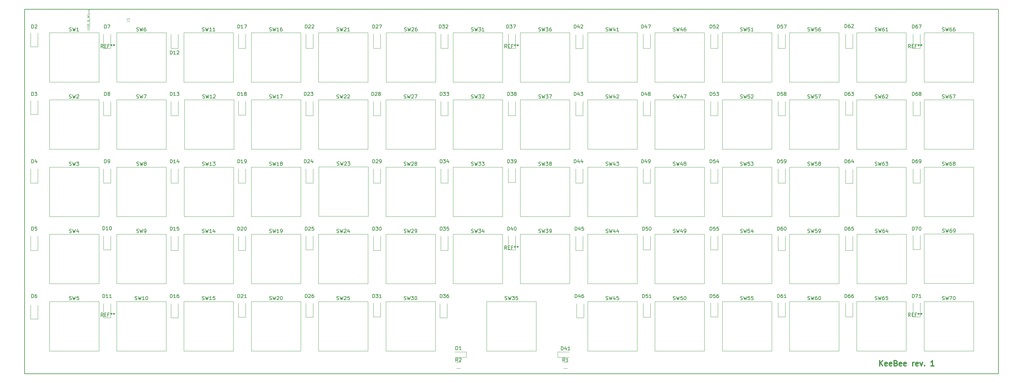
<source format=gbr>
G04 #@! TF.GenerationSoftware,KiCad,Pcbnew,5.0.0-rc2-unknown-f785d27~65~ubuntu16.04.1*
G04 #@! TF.CreationDate,2018-08-02T21:07:42-05:00*
G04 #@! TF.ProjectId,keebee,6B65656265652E6B696361645F706362,rev?*
G04 #@! TF.SameCoordinates,Original*
G04 #@! TF.FileFunction,Legend,Top*
G04 #@! TF.FilePolarity,Positive*
%FSLAX46Y46*%
G04 Gerber Fmt 4.6, Leading zero omitted, Abs format (unit mm)*
G04 Created by KiCad (PCBNEW 5.0.0-rc2-unknown-f785d27~65~ubuntu16.04.1) date Thu Aug  2 21:07:42 2018*
%MOMM*%
%LPD*%
G01*
G04 APERTURE LIST*
%ADD10C,0.300000*%
%ADD11C,0.150000*%
%ADD12C,0.120000*%
%ADD13C,0.050000*%
G04 APERTURE END LIST*
D10*
X267982857Y-121328571D02*
X267982857Y-119828571D01*
X268840000Y-121328571D02*
X268197142Y-120471428D01*
X268840000Y-119828571D02*
X267982857Y-120685714D01*
X270054285Y-121257142D02*
X269911428Y-121328571D01*
X269625714Y-121328571D01*
X269482857Y-121257142D01*
X269411428Y-121114285D01*
X269411428Y-120542857D01*
X269482857Y-120400000D01*
X269625714Y-120328571D01*
X269911428Y-120328571D01*
X270054285Y-120400000D01*
X270125714Y-120542857D01*
X270125714Y-120685714D01*
X269411428Y-120828571D01*
X271340000Y-121257142D02*
X271197142Y-121328571D01*
X270911428Y-121328571D01*
X270768571Y-121257142D01*
X270697142Y-121114285D01*
X270697142Y-120542857D01*
X270768571Y-120400000D01*
X270911428Y-120328571D01*
X271197142Y-120328571D01*
X271340000Y-120400000D01*
X271411428Y-120542857D01*
X271411428Y-120685714D01*
X270697142Y-120828571D01*
X272554285Y-120542857D02*
X272768571Y-120614285D01*
X272840000Y-120685714D01*
X272911428Y-120828571D01*
X272911428Y-121042857D01*
X272840000Y-121185714D01*
X272768571Y-121257142D01*
X272625714Y-121328571D01*
X272054285Y-121328571D01*
X272054285Y-119828571D01*
X272554285Y-119828571D01*
X272697142Y-119900000D01*
X272768571Y-119971428D01*
X272840000Y-120114285D01*
X272840000Y-120257142D01*
X272768571Y-120400000D01*
X272697142Y-120471428D01*
X272554285Y-120542857D01*
X272054285Y-120542857D01*
X274125714Y-121257142D02*
X273982857Y-121328571D01*
X273697142Y-121328571D01*
X273554285Y-121257142D01*
X273482857Y-121114285D01*
X273482857Y-120542857D01*
X273554285Y-120400000D01*
X273697142Y-120328571D01*
X273982857Y-120328571D01*
X274125714Y-120400000D01*
X274197142Y-120542857D01*
X274197142Y-120685714D01*
X273482857Y-120828571D01*
X275411428Y-121257142D02*
X275268571Y-121328571D01*
X274982857Y-121328571D01*
X274840000Y-121257142D01*
X274768571Y-121114285D01*
X274768571Y-120542857D01*
X274840000Y-120400000D01*
X274982857Y-120328571D01*
X275268571Y-120328571D01*
X275411428Y-120400000D01*
X275482857Y-120542857D01*
X275482857Y-120685714D01*
X274768571Y-120828571D01*
X277268571Y-121328571D02*
X277268571Y-120328571D01*
X277268571Y-120614285D02*
X277340000Y-120471428D01*
X277411428Y-120400000D01*
X277554285Y-120328571D01*
X277697142Y-120328571D01*
X278768571Y-121257142D02*
X278625714Y-121328571D01*
X278340000Y-121328571D01*
X278197142Y-121257142D01*
X278125714Y-121114285D01*
X278125714Y-120542857D01*
X278197142Y-120400000D01*
X278340000Y-120328571D01*
X278625714Y-120328571D01*
X278768571Y-120400000D01*
X278840000Y-120542857D01*
X278840000Y-120685714D01*
X278125714Y-120828571D01*
X279340000Y-120328571D02*
X279697142Y-121328571D01*
X280054285Y-120328571D01*
X280625714Y-121185714D02*
X280697142Y-121257142D01*
X280625714Y-121328571D01*
X280554285Y-121257142D01*
X280625714Y-121185714D01*
X280625714Y-121328571D01*
X283268571Y-121328571D02*
X282411428Y-121328571D01*
X282840000Y-121328571D02*
X282840000Y-119828571D01*
X282697142Y-120042857D01*
X282554285Y-120185714D01*
X282411428Y-120257142D01*
D11*
X301500000Y-20500000D02*
X301500000Y-123500000D01*
X26500000Y-123500000D02*
X301500000Y-123500000D01*
X26500000Y-20500000D02*
X301500000Y-20500000D01*
X26500000Y-20500000D02*
X26500000Y-123500000D01*
D12*
G04 #@! TO.C,SW64*
X261515000Y-84095000D02*
X275485000Y-84095000D01*
X275485000Y-84095000D02*
X275485000Y-98065000D01*
X275485000Y-98065000D02*
X261515000Y-98065000D01*
X261515000Y-98065000D02*
X261515000Y-84095000D01*
G04 #@! TO.C,SW1*
X33475000Y-27095000D02*
X47445000Y-27095000D01*
X47445000Y-27095000D02*
X47445000Y-41065000D01*
X47445000Y-41065000D02*
X33475000Y-41065000D01*
X33475000Y-41065000D02*
X33475000Y-27095000D01*
G04 #@! TO.C,D1*
X151218000Y-118860000D02*
X151218000Y-117360000D01*
X151218000Y-118860000D02*
X148018000Y-118860000D01*
X148018000Y-117360000D02*
X151218000Y-117360000D01*
G04 #@! TO.C,D2*
X28210000Y-31080000D02*
X28210000Y-27180000D01*
X30210000Y-31080000D02*
X30210000Y-27180000D01*
X28210000Y-31080000D02*
X30210000Y-31080000D01*
G04 #@! TO.C,D3*
X28210000Y-50250000D02*
X30210000Y-50250000D01*
X30210000Y-50250000D02*
X30210000Y-46350000D01*
X28210000Y-50250000D02*
X28210000Y-46350000D01*
G04 #@! TO.C,D4*
X28210000Y-69560000D02*
X30210000Y-69560000D01*
X30210000Y-69560000D02*
X30210000Y-65660000D01*
X28210000Y-69560000D02*
X28210000Y-65660000D01*
G04 #@! TO.C,D5*
X28210000Y-88610000D02*
X28210000Y-84710000D01*
X30210000Y-88610000D02*
X30210000Y-84710000D01*
X28210000Y-88610000D02*
X30210000Y-88610000D01*
G04 #@! TO.C,D6*
X28210000Y-108040000D02*
X28210000Y-104140000D01*
X30210000Y-108040000D02*
X30210000Y-104140000D01*
X28210000Y-108040000D02*
X30210000Y-108040000D01*
G04 #@! TO.C,D7*
X48784000Y-31460000D02*
X48784000Y-27560000D01*
X50784000Y-31460000D02*
X50784000Y-27560000D01*
X48784000Y-31460000D02*
X50784000Y-31460000D01*
G04 #@! TO.C,D8*
X48784000Y-50510000D02*
X48784000Y-46610000D01*
X50784000Y-50510000D02*
X50784000Y-46610000D01*
X48784000Y-50510000D02*
X50784000Y-50510000D01*
G04 #@! TO.C,D9*
X48784000Y-69560000D02*
X48784000Y-65660000D01*
X50784000Y-69560000D02*
X50784000Y-65660000D01*
X48784000Y-69560000D02*
X50784000Y-69560000D01*
G04 #@! TO.C,D10*
X48784000Y-88484000D02*
X48784000Y-84584000D01*
X50784000Y-88484000D02*
X50784000Y-84584000D01*
X48784000Y-88484000D02*
X50784000Y-88484000D01*
G04 #@! TO.C,D11*
X48784000Y-107660000D02*
X50784000Y-107660000D01*
X50784000Y-107660000D02*
X50784000Y-103760000D01*
X48784000Y-107660000D02*
X48784000Y-103760000D01*
G04 #@! TO.C,D12*
X67834000Y-31460000D02*
X69834000Y-31460000D01*
X69834000Y-31460000D02*
X69834000Y-27560000D01*
X67834000Y-31460000D02*
X67834000Y-27560000D01*
G04 #@! TO.C,D13*
X67834000Y-50510000D02*
X69834000Y-50510000D01*
X69834000Y-50510000D02*
X69834000Y-46610000D01*
X67834000Y-50510000D02*
X67834000Y-46610000D01*
G04 #@! TO.C,D14*
X67834000Y-69560000D02*
X67834000Y-65660000D01*
X69834000Y-69560000D02*
X69834000Y-65660000D01*
X67834000Y-69560000D02*
X69834000Y-69560000D01*
G04 #@! TO.C,D15*
X67834000Y-88610000D02*
X69834000Y-88610000D01*
X69834000Y-88610000D02*
X69834000Y-84710000D01*
X67834000Y-88610000D02*
X67834000Y-84710000D01*
G04 #@! TO.C,D16*
X67834000Y-107660000D02*
X69834000Y-107660000D01*
X69834000Y-107660000D02*
X69834000Y-103760000D01*
X67834000Y-107660000D02*
X67834000Y-103760000D01*
G04 #@! TO.C,D17*
X86884000Y-31460000D02*
X86884000Y-27560000D01*
X88884000Y-31460000D02*
X88884000Y-27560000D01*
X86884000Y-31460000D02*
X88884000Y-31460000D01*
G04 #@! TO.C,D18*
X86884000Y-50382000D02*
X86884000Y-46482000D01*
X88884000Y-50382000D02*
X88884000Y-46482000D01*
X86884000Y-50382000D02*
X88884000Y-50382000D01*
G04 #@! TO.C,D19*
X86884000Y-69560000D02*
X88884000Y-69560000D01*
X88884000Y-69560000D02*
X88884000Y-65660000D01*
X86884000Y-69560000D02*
X86884000Y-65660000D01*
G04 #@! TO.C,D20*
X86884000Y-88610000D02*
X86884000Y-84710000D01*
X88884000Y-88610000D02*
X88884000Y-84710000D01*
X86884000Y-88610000D02*
X88884000Y-88610000D01*
G04 #@! TO.C,D21*
X86884000Y-107534000D02*
X88884000Y-107534000D01*
X88884000Y-107534000D02*
X88884000Y-103634000D01*
X86884000Y-107534000D02*
X86884000Y-103634000D01*
G04 #@! TO.C,D22*
X105934000Y-31460000D02*
X105934000Y-27560000D01*
X107934000Y-31460000D02*
X107934000Y-27560000D01*
X105934000Y-31460000D02*
X107934000Y-31460000D01*
G04 #@! TO.C,D23*
X105934000Y-50510000D02*
X107934000Y-50510000D01*
X107934000Y-50510000D02*
X107934000Y-46610000D01*
X105934000Y-50510000D02*
X105934000Y-46610000D01*
G04 #@! TO.C,D24*
X105934000Y-69560000D02*
X105934000Y-65660000D01*
X107934000Y-69560000D02*
X107934000Y-65660000D01*
X105934000Y-69560000D02*
X107934000Y-69560000D01*
G04 #@! TO.C,D25*
X105934000Y-88482000D02*
X105934000Y-84582000D01*
X107934000Y-88482000D02*
X107934000Y-84582000D01*
X105934000Y-88482000D02*
X107934000Y-88482000D01*
G04 #@! TO.C,D26*
X105934000Y-107532000D02*
X107934000Y-107532000D01*
X107934000Y-107532000D02*
X107934000Y-103632000D01*
X105934000Y-107532000D02*
X105934000Y-103632000D01*
G04 #@! TO.C,D27*
X124984000Y-31460000D02*
X126984000Y-31460000D01*
X126984000Y-31460000D02*
X126984000Y-27560000D01*
X124984000Y-31460000D02*
X124984000Y-27560000D01*
G04 #@! TO.C,D28*
X124984000Y-50510000D02*
X124984000Y-46610000D01*
X126984000Y-50510000D02*
X126984000Y-46610000D01*
X124984000Y-50510000D02*
X126984000Y-50510000D01*
G04 #@! TO.C,D29*
X124984000Y-69560000D02*
X124984000Y-65660000D01*
X126984000Y-69560000D02*
X126984000Y-65660000D01*
X124984000Y-69560000D02*
X126984000Y-69560000D01*
G04 #@! TO.C,D30*
X124984000Y-88610000D02*
X126984000Y-88610000D01*
X126984000Y-88610000D02*
X126984000Y-84710000D01*
X124984000Y-88610000D02*
X124984000Y-84710000D01*
G04 #@! TO.C,D31*
X124984000Y-107406000D02*
X126984000Y-107406000D01*
X126984000Y-107406000D02*
X126984000Y-103506000D01*
X124984000Y-107406000D02*
X124984000Y-103506000D01*
G04 #@! TO.C,D32*
X144034000Y-31460000D02*
X146034000Y-31460000D01*
X146034000Y-31460000D02*
X146034000Y-27560000D01*
X144034000Y-31460000D02*
X144034000Y-27560000D01*
G04 #@! TO.C,D33*
X144034000Y-50510000D02*
X146034000Y-50510000D01*
X146034000Y-50510000D02*
X146034000Y-46610000D01*
X144034000Y-50510000D02*
X144034000Y-46610000D01*
G04 #@! TO.C,D34*
X144034000Y-69560000D02*
X146034000Y-69560000D01*
X146034000Y-69560000D02*
X146034000Y-65660000D01*
X144034000Y-69560000D02*
X144034000Y-65660000D01*
G04 #@! TO.C,D35*
X144034000Y-88610000D02*
X144034000Y-84710000D01*
X146034000Y-88610000D02*
X146034000Y-84710000D01*
X144034000Y-88610000D02*
X146034000Y-88610000D01*
G04 #@! TO.C,D36*
X143780000Y-107660000D02*
X143780000Y-103760000D01*
X145780000Y-107660000D02*
X145780000Y-103760000D01*
X143780000Y-107660000D02*
X145780000Y-107660000D01*
G04 #@! TO.C,D37*
X163084000Y-31460000D02*
X165084000Y-31460000D01*
X165084000Y-31460000D02*
X165084000Y-27560000D01*
X163084000Y-31460000D02*
X163084000Y-27560000D01*
G04 #@! TO.C,D38*
X163084000Y-50510000D02*
X163084000Y-46610000D01*
X165084000Y-50510000D02*
X165084000Y-46610000D01*
X163084000Y-50510000D02*
X165084000Y-50510000D01*
G04 #@! TO.C,D39*
X163084000Y-69432000D02*
X163084000Y-65532000D01*
X165084000Y-69432000D02*
X165084000Y-65532000D01*
X163084000Y-69432000D02*
X165084000Y-69432000D01*
G04 #@! TO.C,D40*
X163084000Y-88482000D02*
X165084000Y-88482000D01*
X165084000Y-88482000D02*
X165084000Y-84582000D01*
X163084000Y-88482000D02*
X163084000Y-84582000D01*
G04 #@! TO.C,D41*
X180244000Y-118860000D02*
X177044000Y-118860000D01*
X177044000Y-117360000D02*
X180244000Y-117360000D01*
X177044000Y-117360000D02*
X177044000Y-118860000D01*
G04 #@! TO.C,D42*
X182134000Y-31586000D02*
X184134000Y-31586000D01*
X184134000Y-31586000D02*
X184134000Y-27686000D01*
X182134000Y-31586000D02*
X182134000Y-27686000D01*
G04 #@! TO.C,D43*
X182134000Y-50510000D02*
X182134000Y-46610000D01*
X184134000Y-50510000D02*
X184134000Y-46610000D01*
X182134000Y-50510000D02*
X184134000Y-50510000D01*
G04 #@! TO.C,D44*
X182134000Y-69560000D02*
X182134000Y-65660000D01*
X184134000Y-69560000D02*
X184134000Y-65660000D01*
X182134000Y-69560000D02*
X184134000Y-69560000D01*
G04 #@! TO.C,D45*
X182134000Y-88610000D02*
X184134000Y-88610000D01*
X184134000Y-88610000D02*
X184134000Y-84710000D01*
X182134000Y-88610000D02*
X182134000Y-84710000D01*
G04 #@! TO.C,D46*
X182388000Y-107660000D02*
X184388000Y-107660000D01*
X184388000Y-107660000D02*
X184388000Y-103760000D01*
X182388000Y-107660000D02*
X182388000Y-103760000D01*
G04 #@! TO.C,D47*
X201184000Y-31460000D02*
X201184000Y-27560000D01*
X203184000Y-31460000D02*
X203184000Y-27560000D01*
X201184000Y-31460000D02*
X203184000Y-31460000D01*
G04 #@! TO.C,D48*
X201184000Y-50510000D02*
X201184000Y-46610000D01*
X203184000Y-50510000D02*
X203184000Y-46610000D01*
X201184000Y-50510000D02*
X203184000Y-50510000D01*
G04 #@! TO.C,D49*
X201184000Y-69560000D02*
X201184000Y-65660000D01*
X203184000Y-69560000D02*
X203184000Y-65660000D01*
X201184000Y-69560000D02*
X203184000Y-69560000D01*
G04 #@! TO.C,D50*
X201184000Y-88482000D02*
X203184000Y-88482000D01*
X203184000Y-88482000D02*
X203184000Y-84582000D01*
X201184000Y-88482000D02*
X201184000Y-84582000D01*
G04 #@! TO.C,D51*
X201184000Y-107532000D02*
X201184000Y-103632000D01*
X203184000Y-107532000D02*
X203184000Y-103632000D01*
X201184000Y-107532000D02*
X203184000Y-107532000D01*
G04 #@! TO.C,D52*
X220234000Y-31460000D02*
X220234000Y-27560000D01*
X222234000Y-31460000D02*
X222234000Y-27560000D01*
X220234000Y-31460000D02*
X222234000Y-31460000D01*
G04 #@! TO.C,D53*
X220234000Y-50510000D02*
X222234000Y-50510000D01*
X222234000Y-50510000D02*
X222234000Y-46610000D01*
X220234000Y-50510000D02*
X220234000Y-46610000D01*
G04 #@! TO.C,D54*
X220234000Y-69560000D02*
X222234000Y-69560000D01*
X222234000Y-69560000D02*
X222234000Y-65660000D01*
X220234000Y-69560000D02*
X220234000Y-65660000D01*
G04 #@! TO.C,D55*
X220234000Y-88482000D02*
X222234000Y-88482000D01*
X222234000Y-88482000D02*
X222234000Y-84582000D01*
X220234000Y-88482000D02*
X220234000Y-84582000D01*
G04 #@! TO.C,D56*
X220234000Y-107406000D02*
X222234000Y-107406000D01*
X222234000Y-107406000D02*
X222234000Y-103506000D01*
X220234000Y-107406000D02*
X220234000Y-103506000D01*
G04 #@! TO.C,D57*
X239284000Y-31460000D02*
X241284000Y-31460000D01*
X241284000Y-31460000D02*
X241284000Y-27560000D01*
X239284000Y-31460000D02*
X239284000Y-27560000D01*
G04 #@! TO.C,D58*
X239284000Y-50510000D02*
X239284000Y-46610000D01*
X241284000Y-50510000D02*
X241284000Y-46610000D01*
X239284000Y-50510000D02*
X241284000Y-50510000D01*
G04 #@! TO.C,D59*
X239284000Y-69560000D02*
X239284000Y-65660000D01*
X241284000Y-69560000D02*
X241284000Y-65660000D01*
X239284000Y-69560000D02*
X241284000Y-69560000D01*
G04 #@! TO.C,D60*
X239284000Y-88610000D02*
X241284000Y-88610000D01*
X241284000Y-88610000D02*
X241284000Y-84710000D01*
X239284000Y-88610000D02*
X239284000Y-84710000D01*
G04 #@! TO.C,D61*
X239284000Y-107406000D02*
X239284000Y-103506000D01*
X241284000Y-107406000D02*
X241284000Y-103506000D01*
X239284000Y-107406000D02*
X241284000Y-107406000D01*
G04 #@! TO.C,D62*
X258334000Y-31460000D02*
X258334000Y-27560000D01*
X260334000Y-31460000D02*
X260334000Y-27560000D01*
X258334000Y-31460000D02*
X260334000Y-31460000D01*
G04 #@! TO.C,D63*
X258334000Y-50382000D02*
X258334000Y-46482000D01*
X260334000Y-50382000D02*
X260334000Y-46482000D01*
X258334000Y-50382000D02*
X260334000Y-50382000D01*
G04 #@! TO.C,D64*
X258334000Y-69686000D02*
X260334000Y-69686000D01*
X260334000Y-69686000D02*
X260334000Y-65786000D01*
X258334000Y-69686000D02*
X258334000Y-65786000D01*
G04 #@! TO.C,D65*
X258334000Y-88610000D02*
X258334000Y-84710000D01*
X260334000Y-88610000D02*
X260334000Y-84710000D01*
X258334000Y-88610000D02*
X260334000Y-88610000D01*
G04 #@! TO.C,D66*
X258334000Y-107406000D02*
X260334000Y-107406000D01*
X260334000Y-107406000D02*
X260334000Y-103506000D01*
X258334000Y-107406000D02*
X258334000Y-103506000D01*
G04 #@! TO.C,D67*
X277384000Y-31460000D02*
X277384000Y-27560000D01*
X279384000Y-31460000D02*
X279384000Y-27560000D01*
X277384000Y-31460000D02*
X279384000Y-31460000D01*
G04 #@! TO.C,D68*
X277384000Y-50510000D02*
X279384000Y-50510000D01*
X279384000Y-50510000D02*
X279384000Y-46610000D01*
X277384000Y-50510000D02*
X277384000Y-46610000D01*
G04 #@! TO.C,D69*
X277384000Y-69560000D02*
X279384000Y-69560000D01*
X279384000Y-69560000D02*
X279384000Y-65660000D01*
X277384000Y-69560000D02*
X277384000Y-65660000D01*
G04 #@! TO.C,D70*
X277384000Y-88356000D02*
X279384000Y-88356000D01*
X279384000Y-88356000D02*
X279384000Y-84456000D01*
X277384000Y-88356000D02*
X277384000Y-84456000D01*
G04 #@! TO.C,D71*
X277384000Y-107406000D02*
X277384000Y-103506000D01*
X279384000Y-107406000D02*
X279384000Y-103506000D01*
X277384000Y-107406000D02*
X279384000Y-107406000D01*
G04 #@! TO.C,R1*
X179844000Y-122038000D02*
X178644000Y-122038000D01*
X178644000Y-120278000D02*
X179844000Y-120278000D01*
G04 #@! TO.C,R2*
X149618000Y-122038000D02*
X148418000Y-122038000D01*
X148418000Y-120278000D02*
X149618000Y-120278000D01*
G04 #@! TO.C,SW2*
X33475000Y-60065000D02*
X33475000Y-46095000D01*
X47445000Y-60065000D02*
X33475000Y-60065000D01*
X47445000Y-46095000D02*
X47445000Y-60065000D01*
X33475000Y-46095000D02*
X47445000Y-46095000D01*
G04 #@! TO.C,SW3*
X33475000Y-65095000D02*
X47445000Y-65095000D01*
X47445000Y-65095000D02*
X47445000Y-79065000D01*
X47445000Y-79065000D02*
X33475000Y-79065000D01*
X33475000Y-79065000D02*
X33475000Y-65095000D01*
G04 #@! TO.C,SW4*
X33475000Y-98065000D02*
X33475000Y-84095000D01*
X47445000Y-98065000D02*
X33475000Y-98065000D01*
X47445000Y-84095000D02*
X47445000Y-98065000D01*
X33475000Y-84095000D02*
X47445000Y-84095000D01*
G04 #@! TO.C,SW5*
X33475000Y-103095000D02*
X47445000Y-103095000D01*
X47445000Y-103095000D02*
X47445000Y-117065000D01*
X47445000Y-117065000D02*
X33475000Y-117065000D01*
X33475000Y-117065000D02*
X33475000Y-103095000D01*
G04 #@! TO.C,SW6*
X52475000Y-41065000D02*
X52475000Y-27095000D01*
X66445000Y-41065000D02*
X52475000Y-41065000D01*
X66445000Y-27095000D02*
X66445000Y-41065000D01*
X52475000Y-27095000D02*
X66445000Y-27095000D01*
G04 #@! TO.C,SW7*
X52475000Y-46095000D02*
X66445000Y-46095000D01*
X66445000Y-46095000D02*
X66445000Y-60065000D01*
X66445000Y-60065000D02*
X52475000Y-60065000D01*
X52475000Y-60065000D02*
X52475000Y-46095000D01*
G04 #@! TO.C,SW8*
X52515000Y-79065000D02*
X52515000Y-65095000D01*
X66485000Y-79065000D02*
X52515000Y-79065000D01*
X66485000Y-65095000D02*
X66485000Y-79065000D01*
X52515000Y-65095000D02*
X66485000Y-65095000D01*
G04 #@! TO.C,SW9*
X52475000Y-84095000D02*
X66445000Y-84095000D01*
X66445000Y-84095000D02*
X66445000Y-98065000D01*
X66445000Y-98065000D02*
X52475000Y-98065000D01*
X52475000Y-98065000D02*
X52475000Y-84095000D01*
G04 #@! TO.C,SW10*
X52475000Y-117065000D02*
X52475000Y-103095000D01*
X66445000Y-117065000D02*
X52475000Y-117065000D01*
X66445000Y-103095000D02*
X66445000Y-117065000D01*
X52475000Y-103095000D02*
X66445000Y-103095000D01*
G04 #@! TO.C,SW11*
X71475000Y-27095000D02*
X85445000Y-27095000D01*
X85445000Y-27095000D02*
X85445000Y-41065000D01*
X85445000Y-41065000D02*
X71475000Y-41065000D01*
X71475000Y-41065000D02*
X71475000Y-27095000D01*
G04 #@! TO.C,SW12*
X71575000Y-60025000D02*
X71575000Y-46055000D01*
X85545000Y-60025000D02*
X71575000Y-60025000D01*
X85545000Y-46055000D02*
X85545000Y-60025000D01*
X71575000Y-46055000D02*
X85545000Y-46055000D01*
G04 #@! TO.C,SW13*
X71515000Y-65095000D02*
X85485000Y-65095000D01*
X85485000Y-65095000D02*
X85485000Y-79065000D01*
X85485000Y-79065000D02*
X71515000Y-79065000D01*
X71515000Y-79065000D02*
X71515000Y-65095000D01*
G04 #@! TO.C,SW14*
X71475000Y-98065000D02*
X71475000Y-84095000D01*
X85445000Y-98065000D02*
X71475000Y-98065000D01*
X85445000Y-84095000D02*
X85445000Y-98065000D01*
X71475000Y-84095000D02*
X85445000Y-84095000D01*
G04 #@! TO.C,SW15*
X71475000Y-103095000D02*
X85445000Y-103095000D01*
X85445000Y-103095000D02*
X85445000Y-117065000D01*
X85445000Y-117065000D02*
X71475000Y-117065000D01*
X71475000Y-117065000D02*
X71475000Y-103095000D01*
G04 #@! TO.C,SW16*
X90475000Y-41065000D02*
X90475000Y-27095000D01*
X104445000Y-41065000D02*
X90475000Y-41065000D01*
X104445000Y-27095000D02*
X104445000Y-41065000D01*
X90475000Y-27095000D02*
X104445000Y-27095000D01*
G04 #@! TO.C,SW17*
X90475000Y-46095000D02*
X104445000Y-46095000D01*
X104445000Y-46095000D02*
X104445000Y-60065000D01*
X104445000Y-60065000D02*
X90475000Y-60065000D01*
X90475000Y-60065000D02*
X90475000Y-46095000D01*
G04 #@! TO.C,SW18*
X90475000Y-79065000D02*
X90475000Y-65095000D01*
X104445000Y-79065000D02*
X90475000Y-79065000D01*
X104445000Y-65095000D02*
X104445000Y-79065000D01*
X90475000Y-65095000D02*
X104445000Y-65095000D01*
G04 #@! TO.C,SW19*
X90475000Y-84095000D02*
X104445000Y-84095000D01*
X104445000Y-84095000D02*
X104445000Y-98065000D01*
X104445000Y-98065000D02*
X90475000Y-98065000D01*
X90475000Y-98065000D02*
X90475000Y-84095000D01*
G04 #@! TO.C,SW20*
X90475000Y-117065000D02*
X90475000Y-103095000D01*
X104445000Y-117065000D02*
X90475000Y-117065000D01*
X104445000Y-103095000D02*
X104445000Y-117065000D01*
X90475000Y-103095000D02*
X104445000Y-103095000D01*
G04 #@! TO.C,SW21*
X109475000Y-27095000D02*
X123445000Y-27095000D01*
X123445000Y-27095000D02*
X123445000Y-41065000D01*
X123445000Y-41065000D02*
X109475000Y-41065000D01*
X109475000Y-41065000D02*
X109475000Y-27095000D01*
G04 #@! TO.C,SW22*
X109475000Y-60065000D02*
X109475000Y-46095000D01*
X123445000Y-60065000D02*
X109475000Y-60065000D01*
X123445000Y-46095000D02*
X123445000Y-60065000D01*
X109475000Y-46095000D02*
X123445000Y-46095000D01*
G04 #@! TO.C,SW23*
X109575000Y-65055000D02*
X123545000Y-65055000D01*
X123545000Y-65055000D02*
X123545000Y-79025000D01*
X123545000Y-79025000D02*
X109575000Y-79025000D01*
X109575000Y-79025000D02*
X109575000Y-65055000D01*
G04 #@! TO.C,SW24*
X109475000Y-98065000D02*
X109475000Y-84095000D01*
X123445000Y-98065000D02*
X109475000Y-98065000D01*
X123445000Y-84095000D02*
X123445000Y-98065000D01*
X109475000Y-84095000D02*
X123445000Y-84095000D01*
G04 #@! TO.C,SW25*
X109475000Y-103095000D02*
X123445000Y-103095000D01*
X123445000Y-103095000D02*
X123445000Y-117065000D01*
X123445000Y-117065000D02*
X109475000Y-117065000D01*
X109475000Y-117065000D02*
X109475000Y-103095000D01*
G04 #@! TO.C,SW26*
X128575000Y-27095000D02*
X142545000Y-27095000D01*
X142545000Y-27095000D02*
X142545000Y-41065000D01*
X142545000Y-41065000D02*
X128575000Y-41065000D01*
X128575000Y-41065000D02*
X128575000Y-27095000D01*
G04 #@! TO.C,SW27*
X128475000Y-60065000D02*
X128475000Y-46095000D01*
X142445000Y-60065000D02*
X128475000Y-60065000D01*
X142445000Y-46095000D02*
X142445000Y-60065000D01*
X128475000Y-46095000D02*
X142445000Y-46095000D01*
G04 #@! TO.C,SW28*
X128475000Y-65095000D02*
X142445000Y-65095000D01*
X142445000Y-65095000D02*
X142445000Y-79065000D01*
X142445000Y-79065000D02*
X128475000Y-79065000D01*
X128475000Y-79065000D02*
X128475000Y-65095000D01*
G04 #@! TO.C,SW29*
X128475000Y-84095000D02*
X142445000Y-84095000D01*
X142445000Y-84095000D02*
X142445000Y-98065000D01*
X142445000Y-98065000D02*
X128475000Y-98065000D01*
X128475000Y-98065000D02*
X128475000Y-84095000D01*
G04 #@! TO.C,SW30*
X128475000Y-117065000D02*
X128475000Y-103095000D01*
X142445000Y-117065000D02*
X128475000Y-117065000D01*
X142445000Y-103095000D02*
X142445000Y-117065000D01*
X128475000Y-103095000D02*
X142445000Y-103095000D01*
G04 #@! TO.C,SW31*
X147475000Y-41065000D02*
X147475000Y-27095000D01*
X161445000Y-41065000D02*
X147475000Y-41065000D01*
X161445000Y-27095000D02*
X161445000Y-41065000D01*
X147475000Y-27095000D02*
X161445000Y-27095000D01*
G04 #@! TO.C,SW32*
X147475000Y-46095000D02*
X161445000Y-46095000D01*
X161445000Y-46095000D02*
X161445000Y-60065000D01*
X161445000Y-60065000D02*
X147475000Y-60065000D01*
X147475000Y-60065000D02*
X147475000Y-46095000D01*
G04 #@! TO.C,SW33*
X147475000Y-79065000D02*
X147475000Y-65095000D01*
X161445000Y-79065000D02*
X147475000Y-79065000D01*
X161445000Y-65095000D02*
X161445000Y-79065000D01*
X147475000Y-65095000D02*
X161445000Y-65095000D01*
G04 #@! TO.C,SW34*
X147475000Y-98065000D02*
X147475000Y-84095000D01*
X161445000Y-98065000D02*
X147475000Y-98065000D01*
X161445000Y-84095000D02*
X161445000Y-98065000D01*
X147475000Y-84095000D02*
X161445000Y-84095000D01*
G04 #@! TO.C,SW35*
X156975000Y-117065000D02*
X156975000Y-103095000D01*
X170945000Y-117065000D02*
X156975000Y-117065000D01*
X170945000Y-103095000D02*
X170945000Y-117065000D01*
X156975000Y-103095000D02*
X170945000Y-103095000D01*
G04 #@! TO.C,SW36*
X166475000Y-41065000D02*
X166475000Y-27095000D01*
X180445000Y-41065000D02*
X166475000Y-41065000D01*
X180445000Y-27095000D02*
X180445000Y-41065000D01*
X166475000Y-27095000D02*
X180445000Y-27095000D01*
G04 #@! TO.C,SW37*
X166475000Y-46095000D02*
X180445000Y-46095000D01*
X180445000Y-46095000D02*
X180445000Y-60065000D01*
X180445000Y-60065000D02*
X166475000Y-60065000D01*
X166475000Y-60065000D02*
X166475000Y-46095000D01*
G04 #@! TO.C,SW38*
X166475000Y-79065000D02*
X166475000Y-65095000D01*
X180445000Y-79065000D02*
X166475000Y-79065000D01*
X180445000Y-65095000D02*
X180445000Y-79065000D01*
X166475000Y-65095000D02*
X180445000Y-65095000D01*
G04 #@! TO.C,SW39*
X166475000Y-84095000D02*
X180445000Y-84095000D01*
X180445000Y-84095000D02*
X180445000Y-98065000D01*
X180445000Y-98065000D02*
X166475000Y-98065000D01*
X166475000Y-98065000D02*
X166475000Y-84095000D01*
G04 #@! TO.C,SW41*
X185475000Y-41065000D02*
X185475000Y-27095000D01*
X199445000Y-41065000D02*
X185475000Y-41065000D01*
X199445000Y-27095000D02*
X199445000Y-41065000D01*
X185475000Y-27095000D02*
X199445000Y-27095000D01*
G04 #@! TO.C,SW42*
X185475000Y-46095000D02*
X199445000Y-46095000D01*
X199445000Y-46095000D02*
X199445000Y-60065000D01*
X199445000Y-60065000D02*
X185475000Y-60065000D01*
X185475000Y-60065000D02*
X185475000Y-46095000D01*
G04 #@! TO.C,SW43*
X185475000Y-79065000D02*
X185475000Y-65095000D01*
X199445000Y-79065000D02*
X185475000Y-79065000D01*
X199445000Y-65095000D02*
X199445000Y-79065000D01*
X185475000Y-65095000D02*
X199445000Y-65095000D01*
G04 #@! TO.C,SW44*
X185475000Y-84095000D02*
X199445000Y-84095000D01*
X199445000Y-84095000D02*
X199445000Y-98065000D01*
X199445000Y-98065000D02*
X185475000Y-98065000D01*
X185475000Y-98065000D02*
X185475000Y-84095000D01*
G04 #@! TO.C,SW45*
X185475000Y-117065000D02*
X185475000Y-103095000D01*
X199445000Y-117065000D02*
X185475000Y-117065000D01*
X199445000Y-103095000D02*
X199445000Y-117065000D01*
X185475000Y-103095000D02*
X199445000Y-103095000D01*
G04 #@! TO.C,SW46*
X204475000Y-27095000D02*
X218445000Y-27095000D01*
X218445000Y-27095000D02*
X218445000Y-41065000D01*
X218445000Y-41065000D02*
X204475000Y-41065000D01*
X204475000Y-41065000D02*
X204475000Y-27095000D01*
G04 #@! TO.C,SW47*
X204475000Y-46095000D02*
X218445000Y-46095000D01*
X218445000Y-46095000D02*
X218445000Y-60065000D01*
X218445000Y-60065000D02*
X204475000Y-60065000D01*
X204475000Y-60065000D02*
X204475000Y-46095000D01*
G04 #@! TO.C,SW48*
X204475000Y-65095000D02*
X218445000Y-65095000D01*
X218445000Y-65095000D02*
X218445000Y-79065000D01*
X218445000Y-79065000D02*
X204475000Y-79065000D01*
X204475000Y-79065000D02*
X204475000Y-65095000D01*
G04 #@! TO.C,SW49*
X204475000Y-98065000D02*
X204475000Y-84095000D01*
X218445000Y-98065000D02*
X204475000Y-98065000D01*
X218445000Y-84095000D02*
X218445000Y-98065000D01*
X204475000Y-84095000D02*
X218445000Y-84095000D01*
G04 #@! TO.C,SW50*
X204475000Y-117065000D02*
X204475000Y-103095000D01*
X218445000Y-117065000D02*
X204475000Y-117065000D01*
X218445000Y-103095000D02*
X218445000Y-117065000D01*
X204475000Y-103095000D02*
X218445000Y-103095000D01*
G04 #@! TO.C,SW51*
X223475000Y-41065000D02*
X223475000Y-27095000D01*
X237445000Y-41065000D02*
X223475000Y-41065000D01*
X237445000Y-27095000D02*
X237445000Y-41065000D01*
X223475000Y-27095000D02*
X237445000Y-27095000D01*
G04 #@! TO.C,SW52*
X223475000Y-46095000D02*
X237445000Y-46095000D01*
X237445000Y-46095000D02*
X237445000Y-60065000D01*
X237445000Y-60065000D02*
X223475000Y-60065000D01*
X223475000Y-60065000D02*
X223475000Y-46095000D01*
G04 #@! TO.C,SW53*
X223475000Y-65095000D02*
X237445000Y-65095000D01*
X237445000Y-65095000D02*
X237445000Y-79065000D01*
X237445000Y-79065000D02*
X223475000Y-79065000D01*
X223475000Y-79065000D02*
X223475000Y-65095000D01*
G04 #@! TO.C,SW54*
X223475000Y-84095000D02*
X237445000Y-84095000D01*
X237445000Y-84095000D02*
X237445000Y-98065000D01*
X237445000Y-98065000D02*
X223475000Y-98065000D01*
X223475000Y-98065000D02*
X223475000Y-84095000D01*
G04 #@! TO.C,SW55*
X223475000Y-103095000D02*
X237445000Y-103095000D01*
X237445000Y-103095000D02*
X237445000Y-117065000D01*
X237445000Y-117065000D02*
X223475000Y-117065000D01*
X223475000Y-117065000D02*
X223475000Y-103095000D01*
G04 #@! TO.C,SW56*
X242475000Y-27095000D02*
X256445000Y-27095000D01*
X256445000Y-27095000D02*
X256445000Y-41065000D01*
X256445000Y-41065000D02*
X242475000Y-41065000D01*
X242475000Y-41065000D02*
X242475000Y-27095000D01*
G04 #@! TO.C,SW57*
X242475000Y-46095000D02*
X256445000Y-46095000D01*
X256445000Y-46095000D02*
X256445000Y-60065000D01*
X256445000Y-60065000D02*
X242475000Y-60065000D01*
X242475000Y-60065000D02*
X242475000Y-46095000D01*
G04 #@! TO.C,SW58*
X242475000Y-79065000D02*
X242475000Y-65095000D01*
X256445000Y-79065000D02*
X242475000Y-79065000D01*
X256445000Y-65095000D02*
X256445000Y-79065000D01*
X242475000Y-65095000D02*
X256445000Y-65095000D01*
G04 #@! TO.C,SW59*
X242475000Y-98065000D02*
X242475000Y-84095000D01*
X256445000Y-98065000D02*
X242475000Y-98065000D01*
X256445000Y-84095000D02*
X256445000Y-98065000D01*
X242475000Y-84095000D02*
X256445000Y-84095000D01*
G04 #@! TO.C,SW60*
X242475000Y-117065000D02*
X242475000Y-103095000D01*
X256445000Y-117065000D02*
X242475000Y-117065000D01*
X256445000Y-103095000D02*
X256445000Y-117065000D01*
X242475000Y-103095000D02*
X256445000Y-103095000D01*
G04 #@! TO.C,SW61*
X261475000Y-27095000D02*
X275445000Y-27095000D01*
X275445000Y-27095000D02*
X275445000Y-41065000D01*
X275445000Y-41065000D02*
X261475000Y-41065000D01*
X261475000Y-41065000D02*
X261475000Y-27095000D01*
G04 #@! TO.C,SW62*
X261475000Y-60065000D02*
X261475000Y-46095000D01*
X275445000Y-60065000D02*
X261475000Y-60065000D01*
X275445000Y-46095000D02*
X275445000Y-60065000D01*
X261475000Y-46095000D02*
X275445000Y-46095000D01*
G04 #@! TO.C,SW63*
X261475000Y-79065000D02*
X261475000Y-65095000D01*
X275445000Y-79065000D02*
X261475000Y-79065000D01*
X275445000Y-65095000D02*
X275445000Y-79065000D01*
X261475000Y-65095000D02*
X275445000Y-65095000D01*
G04 #@! TO.C,SW65*
X261475000Y-117065000D02*
X261475000Y-103095000D01*
X275445000Y-117065000D02*
X261475000Y-117065000D01*
X275445000Y-103095000D02*
X275445000Y-117065000D01*
X261475000Y-103095000D02*
X275445000Y-103095000D01*
G04 #@! TO.C,SW66*
X280475000Y-27095000D02*
X294445000Y-27095000D01*
X294445000Y-27095000D02*
X294445000Y-41065000D01*
X294445000Y-41065000D02*
X280475000Y-41065000D01*
X280475000Y-41065000D02*
X280475000Y-27095000D01*
G04 #@! TO.C,SW67*
X280475000Y-60065000D02*
X280475000Y-46095000D01*
X294445000Y-60065000D02*
X280475000Y-60065000D01*
X294445000Y-46095000D02*
X294445000Y-60065000D01*
X280475000Y-46095000D02*
X294445000Y-46095000D01*
G04 #@! TO.C,SW68*
X280475000Y-79065000D02*
X280475000Y-65095000D01*
X294445000Y-79065000D02*
X280475000Y-79065000D01*
X294445000Y-65095000D02*
X294445000Y-79065000D01*
X280475000Y-65095000D02*
X294445000Y-65095000D01*
G04 #@! TO.C,SW69*
X280515000Y-97985000D02*
X280515000Y-84015000D01*
X294485000Y-97985000D02*
X280515000Y-97985000D01*
X294485000Y-84015000D02*
X294485000Y-97985000D01*
X280515000Y-84015000D02*
X294485000Y-84015000D01*
G04 #@! TO.C,SW70*
X280475000Y-103095000D02*
X294445000Y-103095000D01*
X294445000Y-103095000D02*
X294445000Y-117065000D01*
X294445000Y-117065000D02*
X280475000Y-117065000D01*
X280475000Y-117065000D02*
X280475000Y-103095000D01*
G04 #@! TD*
G04 #@! TO.C,SW64*
D11*
X266690476Y-83610761D02*
X266833333Y-83658380D01*
X267071428Y-83658380D01*
X267166666Y-83610761D01*
X267214285Y-83563142D01*
X267261904Y-83467904D01*
X267261904Y-83372666D01*
X267214285Y-83277428D01*
X267166666Y-83229809D01*
X267071428Y-83182190D01*
X266880952Y-83134571D01*
X266785714Y-83086952D01*
X266738095Y-83039333D01*
X266690476Y-82944095D01*
X266690476Y-82848857D01*
X266738095Y-82753619D01*
X266785714Y-82706000D01*
X266880952Y-82658380D01*
X267119047Y-82658380D01*
X267261904Y-82706000D01*
X267595238Y-82658380D02*
X267833333Y-83658380D01*
X268023809Y-82944095D01*
X268214285Y-83658380D01*
X268452380Y-82658380D01*
X269261904Y-82658380D02*
X269071428Y-82658380D01*
X268976190Y-82706000D01*
X268928571Y-82753619D01*
X268833333Y-82896476D01*
X268785714Y-83086952D01*
X268785714Y-83467904D01*
X268833333Y-83563142D01*
X268880952Y-83610761D01*
X268976190Y-83658380D01*
X269166666Y-83658380D01*
X269261904Y-83610761D01*
X269309523Y-83563142D01*
X269357142Y-83467904D01*
X269357142Y-83229809D01*
X269309523Y-83134571D01*
X269261904Y-83086952D01*
X269166666Y-83039333D01*
X268976190Y-83039333D01*
X268880952Y-83086952D01*
X268833333Y-83134571D01*
X268785714Y-83229809D01*
X270214285Y-82991714D02*
X270214285Y-83658380D01*
X269976190Y-82610761D02*
X269738095Y-83325047D01*
X270357142Y-83325047D01*
G04 #@! TO.C,J1*
D13*
X55247904Y-23780666D02*
X55819333Y-23780666D01*
X55933619Y-23818761D01*
X56009809Y-23894952D01*
X56047904Y-24009238D01*
X56047904Y-24085428D01*
X56047904Y-22980666D02*
X56047904Y-23437809D01*
X56047904Y-23209238D02*
X55247904Y-23209238D01*
X55362190Y-23285428D01*
X55438380Y-23361619D01*
X55476476Y-23437809D01*
X44193923Y-26309238D02*
X44712019Y-26309238D01*
X44772971Y-26278761D01*
X44803447Y-26248285D01*
X44833923Y-26187333D01*
X44833923Y-26065428D01*
X44803447Y-26004476D01*
X44772971Y-25974000D01*
X44712019Y-25943523D01*
X44193923Y-25943523D01*
X44803447Y-25669238D02*
X44833923Y-25577809D01*
X44833923Y-25425428D01*
X44803447Y-25364476D01*
X44772971Y-25334000D01*
X44712019Y-25303523D01*
X44651066Y-25303523D01*
X44590114Y-25334000D01*
X44559638Y-25364476D01*
X44529161Y-25425428D01*
X44498685Y-25547333D01*
X44468209Y-25608285D01*
X44437733Y-25638761D01*
X44376780Y-25669238D01*
X44315828Y-25669238D01*
X44254876Y-25638761D01*
X44224400Y-25608285D01*
X44193923Y-25547333D01*
X44193923Y-25394952D01*
X44224400Y-25303523D01*
X44498685Y-24815904D02*
X44529161Y-24724476D01*
X44559638Y-24694000D01*
X44620590Y-24663523D01*
X44712019Y-24663523D01*
X44772971Y-24694000D01*
X44803447Y-24724476D01*
X44833923Y-24785428D01*
X44833923Y-25029238D01*
X44193923Y-25029238D01*
X44193923Y-24815904D01*
X44224400Y-24754952D01*
X44254876Y-24724476D01*
X44315828Y-24694000D01*
X44376780Y-24694000D01*
X44437733Y-24724476D01*
X44468209Y-24754952D01*
X44498685Y-24815904D01*
X44498685Y-25029238D01*
X44894876Y-24541619D02*
X44894876Y-24054000D01*
X44498685Y-23688285D02*
X44529161Y-23596857D01*
X44559638Y-23566380D01*
X44620590Y-23535904D01*
X44712019Y-23535904D01*
X44772971Y-23566380D01*
X44803447Y-23596857D01*
X44833923Y-23657809D01*
X44833923Y-23901619D01*
X44193923Y-23901619D01*
X44193923Y-23688285D01*
X44224400Y-23627333D01*
X44254876Y-23596857D01*
X44315828Y-23566380D01*
X44376780Y-23566380D01*
X44437733Y-23596857D01*
X44468209Y-23627333D01*
X44498685Y-23688285D01*
X44498685Y-23901619D01*
X44894876Y-23414000D02*
X44894876Y-22926380D01*
X44833923Y-22774000D02*
X44193923Y-22774000D01*
X44651066Y-22560666D01*
X44193923Y-22347333D01*
X44833923Y-22347333D01*
X44833923Y-22042571D02*
X44407257Y-22042571D01*
X44193923Y-22042571D02*
X44224400Y-22073047D01*
X44254876Y-22042571D01*
X44224400Y-22012095D01*
X44193923Y-22042571D01*
X44254876Y-22042571D01*
X44803447Y-21463523D02*
X44833923Y-21524476D01*
X44833923Y-21646380D01*
X44803447Y-21707333D01*
X44772971Y-21737809D01*
X44712019Y-21768285D01*
X44529161Y-21768285D01*
X44468209Y-21737809D01*
X44437733Y-21707333D01*
X44407257Y-21646380D01*
X44407257Y-21524476D01*
X44437733Y-21463523D01*
X44833923Y-21189238D02*
X44407257Y-21189238D01*
X44529161Y-21189238D02*
X44468209Y-21158761D01*
X44437733Y-21128285D01*
X44407257Y-21067333D01*
X44407257Y-21006380D01*
X44833923Y-20701619D02*
X44803447Y-20762571D01*
X44772971Y-20793047D01*
X44712019Y-20823523D01*
X44529161Y-20823523D01*
X44468209Y-20793047D01*
X44437733Y-20762571D01*
X44407257Y-20701619D01*
X44407257Y-20610190D01*
X44437733Y-20549238D01*
X44468209Y-20518761D01*
X44529161Y-20488285D01*
X44712019Y-20488285D01*
X44772971Y-20518761D01*
X44803447Y-20549238D01*
X44833923Y-20610190D01*
X44833923Y-20701619D01*
G04 #@! TO.C,SW1*
D11*
X39126666Y-26610761D02*
X39269523Y-26658380D01*
X39507619Y-26658380D01*
X39602857Y-26610761D01*
X39650476Y-26563142D01*
X39698095Y-26467904D01*
X39698095Y-26372666D01*
X39650476Y-26277428D01*
X39602857Y-26229809D01*
X39507619Y-26182190D01*
X39317142Y-26134571D01*
X39221904Y-26086952D01*
X39174285Y-26039333D01*
X39126666Y-25944095D01*
X39126666Y-25848857D01*
X39174285Y-25753619D01*
X39221904Y-25706000D01*
X39317142Y-25658380D01*
X39555238Y-25658380D01*
X39698095Y-25706000D01*
X40031428Y-25658380D02*
X40269523Y-26658380D01*
X40460000Y-25944095D01*
X40650476Y-26658380D01*
X40888571Y-25658380D01*
X41793333Y-26658380D02*
X41221904Y-26658380D01*
X41507619Y-26658380D02*
X41507619Y-25658380D01*
X41412380Y-25801238D01*
X41317142Y-25896476D01*
X41221904Y-25944095D01*
G04 #@! TO.C,D1*
X148279904Y-116784380D02*
X148279904Y-115784380D01*
X148518000Y-115784380D01*
X148660857Y-115832000D01*
X148756095Y-115927238D01*
X148803714Y-116022476D01*
X148851333Y-116212952D01*
X148851333Y-116355809D01*
X148803714Y-116546285D01*
X148756095Y-116641523D01*
X148660857Y-116736761D01*
X148518000Y-116784380D01*
X148279904Y-116784380D01*
X149803714Y-116784380D02*
X149232285Y-116784380D01*
X149518000Y-116784380D02*
X149518000Y-115784380D01*
X149422761Y-115927238D01*
X149327523Y-116022476D01*
X149232285Y-116070095D01*
G04 #@! TO.C,D2*
X28471904Y-25852380D02*
X28471904Y-24852380D01*
X28710000Y-24852380D01*
X28852857Y-24900000D01*
X28948095Y-24995238D01*
X28995714Y-25090476D01*
X29043333Y-25280952D01*
X29043333Y-25423809D01*
X28995714Y-25614285D01*
X28948095Y-25709523D01*
X28852857Y-25804761D01*
X28710000Y-25852380D01*
X28471904Y-25852380D01*
X29424285Y-24947619D02*
X29471904Y-24900000D01*
X29567142Y-24852380D01*
X29805238Y-24852380D01*
X29900476Y-24900000D01*
X29948095Y-24947619D01*
X29995714Y-25042857D01*
X29995714Y-25138095D01*
X29948095Y-25280952D01*
X29376666Y-25852380D01*
X29995714Y-25852380D01*
G04 #@! TO.C,D3*
X28471904Y-44902380D02*
X28471904Y-43902380D01*
X28710000Y-43902380D01*
X28852857Y-43950000D01*
X28948095Y-44045238D01*
X28995714Y-44140476D01*
X29043333Y-44330952D01*
X29043333Y-44473809D01*
X28995714Y-44664285D01*
X28948095Y-44759523D01*
X28852857Y-44854761D01*
X28710000Y-44902380D01*
X28471904Y-44902380D01*
X29376666Y-43902380D02*
X29995714Y-43902380D01*
X29662380Y-44283333D01*
X29805238Y-44283333D01*
X29900476Y-44330952D01*
X29948095Y-44378571D01*
X29995714Y-44473809D01*
X29995714Y-44711904D01*
X29948095Y-44807142D01*
X29900476Y-44854761D01*
X29805238Y-44902380D01*
X29519523Y-44902380D01*
X29424285Y-44854761D01*
X29376666Y-44807142D01*
G04 #@! TO.C,D4*
X28471904Y-63952380D02*
X28471904Y-62952380D01*
X28710000Y-62952380D01*
X28852857Y-63000000D01*
X28948095Y-63095238D01*
X28995714Y-63190476D01*
X29043333Y-63380952D01*
X29043333Y-63523809D01*
X28995714Y-63714285D01*
X28948095Y-63809523D01*
X28852857Y-63904761D01*
X28710000Y-63952380D01*
X28471904Y-63952380D01*
X29900476Y-63285714D02*
X29900476Y-63952380D01*
X29662380Y-62904761D02*
X29424285Y-63619047D01*
X30043333Y-63619047D01*
G04 #@! TO.C,D5*
X28471904Y-83002380D02*
X28471904Y-82002380D01*
X28710000Y-82002380D01*
X28852857Y-82050000D01*
X28948095Y-82145238D01*
X28995714Y-82240476D01*
X29043333Y-82430952D01*
X29043333Y-82573809D01*
X28995714Y-82764285D01*
X28948095Y-82859523D01*
X28852857Y-82954761D01*
X28710000Y-83002380D01*
X28471904Y-83002380D01*
X29948095Y-82002380D02*
X29471904Y-82002380D01*
X29424285Y-82478571D01*
X29471904Y-82430952D01*
X29567142Y-82383333D01*
X29805238Y-82383333D01*
X29900476Y-82430952D01*
X29948095Y-82478571D01*
X29995714Y-82573809D01*
X29995714Y-82811904D01*
X29948095Y-82907142D01*
X29900476Y-82954761D01*
X29805238Y-83002380D01*
X29567142Y-83002380D01*
X29471904Y-82954761D01*
X29424285Y-82907142D01*
G04 #@! TO.C,D6*
X28471904Y-102052380D02*
X28471904Y-101052380D01*
X28710000Y-101052380D01*
X28852857Y-101100000D01*
X28948095Y-101195238D01*
X28995714Y-101290476D01*
X29043333Y-101480952D01*
X29043333Y-101623809D01*
X28995714Y-101814285D01*
X28948095Y-101909523D01*
X28852857Y-102004761D01*
X28710000Y-102052380D01*
X28471904Y-102052380D01*
X29900476Y-101052380D02*
X29710000Y-101052380D01*
X29614761Y-101100000D01*
X29567142Y-101147619D01*
X29471904Y-101290476D01*
X29424285Y-101480952D01*
X29424285Y-101861904D01*
X29471904Y-101957142D01*
X29519523Y-102004761D01*
X29614761Y-102052380D01*
X29805238Y-102052380D01*
X29900476Y-102004761D01*
X29948095Y-101957142D01*
X29995714Y-101861904D01*
X29995714Y-101623809D01*
X29948095Y-101528571D01*
X29900476Y-101480952D01*
X29805238Y-101433333D01*
X29614761Y-101433333D01*
X29519523Y-101480952D01*
X29471904Y-101528571D01*
X29424285Y-101623809D01*
G04 #@! TO.C,D7*
X49045904Y-25852380D02*
X49045904Y-24852380D01*
X49284000Y-24852380D01*
X49426857Y-24900000D01*
X49522095Y-24995238D01*
X49569714Y-25090476D01*
X49617333Y-25280952D01*
X49617333Y-25423809D01*
X49569714Y-25614285D01*
X49522095Y-25709523D01*
X49426857Y-25804761D01*
X49284000Y-25852380D01*
X49045904Y-25852380D01*
X49950666Y-24852380D02*
X50617333Y-24852380D01*
X50188761Y-25852380D01*
G04 #@! TO.C,D8*
X49045904Y-44902380D02*
X49045904Y-43902380D01*
X49284000Y-43902380D01*
X49426857Y-43950000D01*
X49522095Y-44045238D01*
X49569714Y-44140476D01*
X49617333Y-44330952D01*
X49617333Y-44473809D01*
X49569714Y-44664285D01*
X49522095Y-44759523D01*
X49426857Y-44854761D01*
X49284000Y-44902380D01*
X49045904Y-44902380D01*
X50188761Y-44330952D02*
X50093523Y-44283333D01*
X50045904Y-44235714D01*
X49998285Y-44140476D01*
X49998285Y-44092857D01*
X50045904Y-43997619D01*
X50093523Y-43950000D01*
X50188761Y-43902380D01*
X50379238Y-43902380D01*
X50474476Y-43950000D01*
X50522095Y-43997619D01*
X50569714Y-44092857D01*
X50569714Y-44140476D01*
X50522095Y-44235714D01*
X50474476Y-44283333D01*
X50379238Y-44330952D01*
X50188761Y-44330952D01*
X50093523Y-44378571D01*
X50045904Y-44426190D01*
X49998285Y-44521428D01*
X49998285Y-44711904D01*
X50045904Y-44807142D01*
X50093523Y-44854761D01*
X50188761Y-44902380D01*
X50379238Y-44902380D01*
X50474476Y-44854761D01*
X50522095Y-44807142D01*
X50569714Y-44711904D01*
X50569714Y-44521428D01*
X50522095Y-44426190D01*
X50474476Y-44378571D01*
X50379238Y-44330952D01*
G04 #@! TO.C,D9*
X49045904Y-63952380D02*
X49045904Y-62952380D01*
X49284000Y-62952380D01*
X49426857Y-63000000D01*
X49522095Y-63095238D01*
X49569714Y-63190476D01*
X49617333Y-63380952D01*
X49617333Y-63523809D01*
X49569714Y-63714285D01*
X49522095Y-63809523D01*
X49426857Y-63904761D01*
X49284000Y-63952380D01*
X49045904Y-63952380D01*
X50093523Y-63952380D02*
X50284000Y-63952380D01*
X50379238Y-63904761D01*
X50426857Y-63857142D01*
X50522095Y-63714285D01*
X50569714Y-63523809D01*
X50569714Y-63142857D01*
X50522095Y-63047619D01*
X50474476Y-63000000D01*
X50379238Y-62952380D01*
X50188761Y-62952380D01*
X50093523Y-63000000D01*
X50045904Y-63047619D01*
X49998285Y-63142857D01*
X49998285Y-63380952D01*
X50045904Y-63476190D01*
X50093523Y-63523809D01*
X50188761Y-63571428D01*
X50379238Y-63571428D01*
X50474476Y-63523809D01*
X50522095Y-63476190D01*
X50569714Y-63380952D01*
G04 #@! TO.C,D10*
X48569714Y-82876380D02*
X48569714Y-81876380D01*
X48807809Y-81876380D01*
X48950666Y-81924000D01*
X49045904Y-82019238D01*
X49093523Y-82114476D01*
X49141142Y-82304952D01*
X49141142Y-82447809D01*
X49093523Y-82638285D01*
X49045904Y-82733523D01*
X48950666Y-82828761D01*
X48807809Y-82876380D01*
X48569714Y-82876380D01*
X50093523Y-82876380D02*
X49522095Y-82876380D01*
X49807809Y-82876380D02*
X49807809Y-81876380D01*
X49712571Y-82019238D01*
X49617333Y-82114476D01*
X49522095Y-82162095D01*
X50712571Y-81876380D02*
X50807809Y-81876380D01*
X50903047Y-81924000D01*
X50950666Y-81971619D01*
X50998285Y-82066857D01*
X51045904Y-82257333D01*
X51045904Y-82495428D01*
X50998285Y-82685904D01*
X50950666Y-82781142D01*
X50903047Y-82828761D01*
X50807809Y-82876380D01*
X50712571Y-82876380D01*
X50617333Y-82828761D01*
X50569714Y-82781142D01*
X50522095Y-82685904D01*
X50474476Y-82495428D01*
X50474476Y-82257333D01*
X50522095Y-82066857D01*
X50569714Y-81971619D01*
X50617333Y-81924000D01*
X50712571Y-81876380D01*
G04 #@! TO.C,D11*
X48569714Y-102052380D02*
X48569714Y-101052380D01*
X48807809Y-101052380D01*
X48950666Y-101100000D01*
X49045904Y-101195238D01*
X49093523Y-101290476D01*
X49141142Y-101480952D01*
X49141142Y-101623809D01*
X49093523Y-101814285D01*
X49045904Y-101909523D01*
X48950666Y-102004761D01*
X48807809Y-102052380D01*
X48569714Y-102052380D01*
X50093523Y-102052380D02*
X49522095Y-102052380D01*
X49807809Y-102052380D02*
X49807809Y-101052380D01*
X49712571Y-101195238D01*
X49617333Y-101290476D01*
X49522095Y-101338095D01*
X51045904Y-102052380D02*
X50474476Y-102052380D01*
X50760190Y-102052380D02*
X50760190Y-101052380D01*
X50664952Y-101195238D01*
X50569714Y-101290476D01*
X50474476Y-101338095D01*
G04 #@! TO.C,D12*
X67619714Y-33218380D02*
X67619714Y-32218380D01*
X67857809Y-32218380D01*
X68000666Y-32266000D01*
X68095904Y-32361238D01*
X68143523Y-32456476D01*
X68191142Y-32646952D01*
X68191142Y-32789809D01*
X68143523Y-32980285D01*
X68095904Y-33075523D01*
X68000666Y-33170761D01*
X67857809Y-33218380D01*
X67619714Y-33218380D01*
X69143523Y-33218380D02*
X68572095Y-33218380D01*
X68857809Y-33218380D02*
X68857809Y-32218380D01*
X68762571Y-32361238D01*
X68667333Y-32456476D01*
X68572095Y-32504095D01*
X69524476Y-32313619D02*
X69572095Y-32266000D01*
X69667333Y-32218380D01*
X69905428Y-32218380D01*
X70000666Y-32266000D01*
X70048285Y-32313619D01*
X70095904Y-32408857D01*
X70095904Y-32504095D01*
X70048285Y-32646952D01*
X69476857Y-33218380D01*
X70095904Y-33218380D01*
G04 #@! TO.C,D13*
X67619714Y-44902380D02*
X67619714Y-43902380D01*
X67857809Y-43902380D01*
X68000666Y-43950000D01*
X68095904Y-44045238D01*
X68143523Y-44140476D01*
X68191142Y-44330952D01*
X68191142Y-44473809D01*
X68143523Y-44664285D01*
X68095904Y-44759523D01*
X68000666Y-44854761D01*
X67857809Y-44902380D01*
X67619714Y-44902380D01*
X69143523Y-44902380D02*
X68572095Y-44902380D01*
X68857809Y-44902380D02*
X68857809Y-43902380D01*
X68762571Y-44045238D01*
X68667333Y-44140476D01*
X68572095Y-44188095D01*
X69476857Y-43902380D02*
X70095904Y-43902380D01*
X69762571Y-44283333D01*
X69905428Y-44283333D01*
X70000666Y-44330952D01*
X70048285Y-44378571D01*
X70095904Y-44473809D01*
X70095904Y-44711904D01*
X70048285Y-44807142D01*
X70000666Y-44854761D01*
X69905428Y-44902380D01*
X69619714Y-44902380D01*
X69524476Y-44854761D01*
X69476857Y-44807142D01*
G04 #@! TO.C,D14*
X67619714Y-63952380D02*
X67619714Y-62952380D01*
X67857809Y-62952380D01*
X68000666Y-63000000D01*
X68095904Y-63095238D01*
X68143523Y-63190476D01*
X68191142Y-63380952D01*
X68191142Y-63523809D01*
X68143523Y-63714285D01*
X68095904Y-63809523D01*
X68000666Y-63904761D01*
X67857809Y-63952380D01*
X67619714Y-63952380D01*
X69143523Y-63952380D02*
X68572095Y-63952380D01*
X68857809Y-63952380D02*
X68857809Y-62952380D01*
X68762571Y-63095238D01*
X68667333Y-63190476D01*
X68572095Y-63238095D01*
X70000666Y-63285714D02*
X70000666Y-63952380D01*
X69762571Y-62904761D02*
X69524476Y-63619047D01*
X70143523Y-63619047D01*
G04 #@! TO.C,D15*
X67619714Y-83002380D02*
X67619714Y-82002380D01*
X67857809Y-82002380D01*
X68000666Y-82050000D01*
X68095904Y-82145238D01*
X68143523Y-82240476D01*
X68191142Y-82430952D01*
X68191142Y-82573809D01*
X68143523Y-82764285D01*
X68095904Y-82859523D01*
X68000666Y-82954761D01*
X67857809Y-83002380D01*
X67619714Y-83002380D01*
X69143523Y-83002380D02*
X68572095Y-83002380D01*
X68857809Y-83002380D02*
X68857809Y-82002380D01*
X68762571Y-82145238D01*
X68667333Y-82240476D01*
X68572095Y-82288095D01*
X70048285Y-82002380D02*
X69572095Y-82002380D01*
X69524476Y-82478571D01*
X69572095Y-82430952D01*
X69667333Y-82383333D01*
X69905428Y-82383333D01*
X70000666Y-82430952D01*
X70048285Y-82478571D01*
X70095904Y-82573809D01*
X70095904Y-82811904D01*
X70048285Y-82907142D01*
X70000666Y-82954761D01*
X69905428Y-83002380D01*
X69667333Y-83002380D01*
X69572095Y-82954761D01*
X69524476Y-82907142D01*
G04 #@! TO.C,D16*
X67619714Y-102052380D02*
X67619714Y-101052380D01*
X67857809Y-101052380D01*
X68000666Y-101100000D01*
X68095904Y-101195238D01*
X68143523Y-101290476D01*
X68191142Y-101480952D01*
X68191142Y-101623809D01*
X68143523Y-101814285D01*
X68095904Y-101909523D01*
X68000666Y-102004761D01*
X67857809Y-102052380D01*
X67619714Y-102052380D01*
X69143523Y-102052380D02*
X68572095Y-102052380D01*
X68857809Y-102052380D02*
X68857809Y-101052380D01*
X68762571Y-101195238D01*
X68667333Y-101290476D01*
X68572095Y-101338095D01*
X70000666Y-101052380D02*
X69810190Y-101052380D01*
X69714952Y-101100000D01*
X69667333Y-101147619D01*
X69572095Y-101290476D01*
X69524476Y-101480952D01*
X69524476Y-101861904D01*
X69572095Y-101957142D01*
X69619714Y-102004761D01*
X69714952Y-102052380D01*
X69905428Y-102052380D01*
X70000666Y-102004761D01*
X70048285Y-101957142D01*
X70095904Y-101861904D01*
X70095904Y-101623809D01*
X70048285Y-101528571D01*
X70000666Y-101480952D01*
X69905428Y-101433333D01*
X69714952Y-101433333D01*
X69619714Y-101480952D01*
X69572095Y-101528571D01*
X69524476Y-101623809D01*
G04 #@! TO.C,D17*
X86669714Y-25852380D02*
X86669714Y-24852380D01*
X86907809Y-24852380D01*
X87050666Y-24900000D01*
X87145904Y-24995238D01*
X87193523Y-25090476D01*
X87241142Y-25280952D01*
X87241142Y-25423809D01*
X87193523Y-25614285D01*
X87145904Y-25709523D01*
X87050666Y-25804761D01*
X86907809Y-25852380D01*
X86669714Y-25852380D01*
X88193523Y-25852380D02*
X87622095Y-25852380D01*
X87907809Y-25852380D02*
X87907809Y-24852380D01*
X87812571Y-24995238D01*
X87717333Y-25090476D01*
X87622095Y-25138095D01*
X88526857Y-24852380D02*
X89193523Y-24852380D01*
X88764952Y-25852380D01*
G04 #@! TO.C,D18*
X86669714Y-44902380D02*
X86669714Y-43902380D01*
X86907809Y-43902380D01*
X87050666Y-43950000D01*
X87145904Y-44045238D01*
X87193523Y-44140476D01*
X87241142Y-44330952D01*
X87241142Y-44473809D01*
X87193523Y-44664285D01*
X87145904Y-44759523D01*
X87050666Y-44854761D01*
X86907809Y-44902380D01*
X86669714Y-44902380D01*
X88193523Y-44902380D02*
X87622095Y-44902380D01*
X87907809Y-44902380D02*
X87907809Y-43902380D01*
X87812571Y-44045238D01*
X87717333Y-44140476D01*
X87622095Y-44188095D01*
X88764952Y-44330952D02*
X88669714Y-44283333D01*
X88622095Y-44235714D01*
X88574476Y-44140476D01*
X88574476Y-44092857D01*
X88622095Y-43997619D01*
X88669714Y-43950000D01*
X88764952Y-43902380D01*
X88955428Y-43902380D01*
X89050666Y-43950000D01*
X89098285Y-43997619D01*
X89145904Y-44092857D01*
X89145904Y-44140476D01*
X89098285Y-44235714D01*
X89050666Y-44283333D01*
X88955428Y-44330952D01*
X88764952Y-44330952D01*
X88669714Y-44378571D01*
X88622095Y-44426190D01*
X88574476Y-44521428D01*
X88574476Y-44711904D01*
X88622095Y-44807142D01*
X88669714Y-44854761D01*
X88764952Y-44902380D01*
X88955428Y-44902380D01*
X89050666Y-44854761D01*
X89098285Y-44807142D01*
X89145904Y-44711904D01*
X89145904Y-44521428D01*
X89098285Y-44426190D01*
X89050666Y-44378571D01*
X88955428Y-44330952D01*
G04 #@! TO.C,D19*
X86669714Y-63952380D02*
X86669714Y-62952380D01*
X86907809Y-62952380D01*
X87050666Y-63000000D01*
X87145904Y-63095238D01*
X87193523Y-63190476D01*
X87241142Y-63380952D01*
X87241142Y-63523809D01*
X87193523Y-63714285D01*
X87145904Y-63809523D01*
X87050666Y-63904761D01*
X86907809Y-63952380D01*
X86669714Y-63952380D01*
X88193523Y-63952380D02*
X87622095Y-63952380D01*
X87907809Y-63952380D02*
X87907809Y-62952380D01*
X87812571Y-63095238D01*
X87717333Y-63190476D01*
X87622095Y-63238095D01*
X88669714Y-63952380D02*
X88860190Y-63952380D01*
X88955428Y-63904761D01*
X89003047Y-63857142D01*
X89098285Y-63714285D01*
X89145904Y-63523809D01*
X89145904Y-63142857D01*
X89098285Y-63047619D01*
X89050666Y-63000000D01*
X88955428Y-62952380D01*
X88764952Y-62952380D01*
X88669714Y-63000000D01*
X88622095Y-63047619D01*
X88574476Y-63142857D01*
X88574476Y-63380952D01*
X88622095Y-63476190D01*
X88669714Y-63523809D01*
X88764952Y-63571428D01*
X88955428Y-63571428D01*
X89050666Y-63523809D01*
X89098285Y-63476190D01*
X89145904Y-63380952D01*
G04 #@! TO.C,D20*
X86669714Y-83002380D02*
X86669714Y-82002380D01*
X86907809Y-82002380D01*
X87050666Y-82050000D01*
X87145904Y-82145238D01*
X87193523Y-82240476D01*
X87241142Y-82430952D01*
X87241142Y-82573809D01*
X87193523Y-82764285D01*
X87145904Y-82859523D01*
X87050666Y-82954761D01*
X86907809Y-83002380D01*
X86669714Y-83002380D01*
X87622095Y-82097619D02*
X87669714Y-82050000D01*
X87764952Y-82002380D01*
X88003047Y-82002380D01*
X88098285Y-82050000D01*
X88145904Y-82097619D01*
X88193523Y-82192857D01*
X88193523Y-82288095D01*
X88145904Y-82430952D01*
X87574476Y-83002380D01*
X88193523Y-83002380D01*
X88812571Y-82002380D02*
X88907809Y-82002380D01*
X89003047Y-82050000D01*
X89050666Y-82097619D01*
X89098285Y-82192857D01*
X89145904Y-82383333D01*
X89145904Y-82621428D01*
X89098285Y-82811904D01*
X89050666Y-82907142D01*
X89003047Y-82954761D01*
X88907809Y-83002380D01*
X88812571Y-83002380D01*
X88717333Y-82954761D01*
X88669714Y-82907142D01*
X88622095Y-82811904D01*
X88574476Y-82621428D01*
X88574476Y-82383333D01*
X88622095Y-82192857D01*
X88669714Y-82097619D01*
X88717333Y-82050000D01*
X88812571Y-82002380D01*
G04 #@! TO.C,D21*
X86669714Y-102052380D02*
X86669714Y-101052380D01*
X86907809Y-101052380D01*
X87050666Y-101100000D01*
X87145904Y-101195238D01*
X87193523Y-101290476D01*
X87241142Y-101480952D01*
X87241142Y-101623809D01*
X87193523Y-101814285D01*
X87145904Y-101909523D01*
X87050666Y-102004761D01*
X86907809Y-102052380D01*
X86669714Y-102052380D01*
X87622095Y-101147619D02*
X87669714Y-101100000D01*
X87764952Y-101052380D01*
X88003047Y-101052380D01*
X88098285Y-101100000D01*
X88145904Y-101147619D01*
X88193523Y-101242857D01*
X88193523Y-101338095D01*
X88145904Y-101480952D01*
X87574476Y-102052380D01*
X88193523Y-102052380D01*
X89145904Y-102052380D02*
X88574476Y-102052380D01*
X88860190Y-102052380D02*
X88860190Y-101052380D01*
X88764952Y-101195238D01*
X88669714Y-101290476D01*
X88574476Y-101338095D01*
G04 #@! TO.C,D22*
X105719714Y-25852380D02*
X105719714Y-24852380D01*
X105957809Y-24852380D01*
X106100666Y-24900000D01*
X106195904Y-24995238D01*
X106243523Y-25090476D01*
X106291142Y-25280952D01*
X106291142Y-25423809D01*
X106243523Y-25614285D01*
X106195904Y-25709523D01*
X106100666Y-25804761D01*
X105957809Y-25852380D01*
X105719714Y-25852380D01*
X106672095Y-24947619D02*
X106719714Y-24900000D01*
X106814952Y-24852380D01*
X107053047Y-24852380D01*
X107148285Y-24900000D01*
X107195904Y-24947619D01*
X107243523Y-25042857D01*
X107243523Y-25138095D01*
X107195904Y-25280952D01*
X106624476Y-25852380D01*
X107243523Y-25852380D01*
X107624476Y-24947619D02*
X107672095Y-24900000D01*
X107767333Y-24852380D01*
X108005428Y-24852380D01*
X108100666Y-24900000D01*
X108148285Y-24947619D01*
X108195904Y-25042857D01*
X108195904Y-25138095D01*
X108148285Y-25280952D01*
X107576857Y-25852380D01*
X108195904Y-25852380D01*
G04 #@! TO.C,D23*
X105465714Y-44902380D02*
X105465714Y-43902380D01*
X105703809Y-43902380D01*
X105846666Y-43950000D01*
X105941904Y-44045238D01*
X105989523Y-44140476D01*
X106037142Y-44330952D01*
X106037142Y-44473809D01*
X105989523Y-44664285D01*
X105941904Y-44759523D01*
X105846666Y-44854761D01*
X105703809Y-44902380D01*
X105465714Y-44902380D01*
X106418095Y-43997619D02*
X106465714Y-43950000D01*
X106560952Y-43902380D01*
X106799047Y-43902380D01*
X106894285Y-43950000D01*
X106941904Y-43997619D01*
X106989523Y-44092857D01*
X106989523Y-44188095D01*
X106941904Y-44330952D01*
X106370476Y-44902380D01*
X106989523Y-44902380D01*
X107322857Y-43902380D02*
X107941904Y-43902380D01*
X107608571Y-44283333D01*
X107751428Y-44283333D01*
X107846666Y-44330952D01*
X107894285Y-44378571D01*
X107941904Y-44473809D01*
X107941904Y-44711904D01*
X107894285Y-44807142D01*
X107846666Y-44854761D01*
X107751428Y-44902380D01*
X107465714Y-44902380D01*
X107370476Y-44854761D01*
X107322857Y-44807142D01*
G04 #@! TO.C,D24*
X105465714Y-63952380D02*
X105465714Y-62952380D01*
X105703809Y-62952380D01*
X105846666Y-63000000D01*
X105941904Y-63095238D01*
X105989523Y-63190476D01*
X106037142Y-63380952D01*
X106037142Y-63523809D01*
X105989523Y-63714285D01*
X105941904Y-63809523D01*
X105846666Y-63904761D01*
X105703809Y-63952380D01*
X105465714Y-63952380D01*
X106418095Y-63047619D02*
X106465714Y-63000000D01*
X106560952Y-62952380D01*
X106799047Y-62952380D01*
X106894285Y-63000000D01*
X106941904Y-63047619D01*
X106989523Y-63142857D01*
X106989523Y-63238095D01*
X106941904Y-63380952D01*
X106370476Y-63952380D01*
X106989523Y-63952380D01*
X107846666Y-63285714D02*
X107846666Y-63952380D01*
X107608571Y-62904761D02*
X107370476Y-63619047D01*
X107989523Y-63619047D01*
G04 #@! TO.C,D25*
X105719714Y-83002380D02*
X105719714Y-82002380D01*
X105957809Y-82002380D01*
X106100666Y-82050000D01*
X106195904Y-82145238D01*
X106243523Y-82240476D01*
X106291142Y-82430952D01*
X106291142Y-82573809D01*
X106243523Y-82764285D01*
X106195904Y-82859523D01*
X106100666Y-82954761D01*
X105957809Y-83002380D01*
X105719714Y-83002380D01*
X106672095Y-82097619D02*
X106719714Y-82050000D01*
X106814952Y-82002380D01*
X107053047Y-82002380D01*
X107148285Y-82050000D01*
X107195904Y-82097619D01*
X107243523Y-82192857D01*
X107243523Y-82288095D01*
X107195904Y-82430952D01*
X106624476Y-83002380D01*
X107243523Y-83002380D01*
X108148285Y-82002380D02*
X107672095Y-82002380D01*
X107624476Y-82478571D01*
X107672095Y-82430952D01*
X107767333Y-82383333D01*
X108005428Y-82383333D01*
X108100666Y-82430952D01*
X108148285Y-82478571D01*
X108195904Y-82573809D01*
X108195904Y-82811904D01*
X108148285Y-82907142D01*
X108100666Y-82954761D01*
X108005428Y-83002380D01*
X107767333Y-83002380D01*
X107672095Y-82954761D01*
X107624476Y-82907142D01*
G04 #@! TO.C,D26*
X105719714Y-102052380D02*
X105719714Y-101052380D01*
X105957809Y-101052380D01*
X106100666Y-101100000D01*
X106195904Y-101195238D01*
X106243523Y-101290476D01*
X106291142Y-101480952D01*
X106291142Y-101623809D01*
X106243523Y-101814285D01*
X106195904Y-101909523D01*
X106100666Y-102004761D01*
X105957809Y-102052380D01*
X105719714Y-102052380D01*
X106672095Y-101147619D02*
X106719714Y-101100000D01*
X106814952Y-101052380D01*
X107053047Y-101052380D01*
X107148285Y-101100000D01*
X107195904Y-101147619D01*
X107243523Y-101242857D01*
X107243523Y-101338095D01*
X107195904Y-101480952D01*
X106624476Y-102052380D01*
X107243523Y-102052380D01*
X108100666Y-101052380D02*
X107910190Y-101052380D01*
X107814952Y-101100000D01*
X107767333Y-101147619D01*
X107672095Y-101290476D01*
X107624476Y-101480952D01*
X107624476Y-101861904D01*
X107672095Y-101957142D01*
X107719714Y-102004761D01*
X107814952Y-102052380D01*
X108005428Y-102052380D01*
X108100666Y-102004761D01*
X108148285Y-101957142D01*
X108195904Y-101861904D01*
X108195904Y-101623809D01*
X108148285Y-101528571D01*
X108100666Y-101480952D01*
X108005428Y-101433333D01*
X107814952Y-101433333D01*
X107719714Y-101480952D01*
X107672095Y-101528571D01*
X107624476Y-101623809D01*
G04 #@! TO.C,D27*
X124769714Y-25852380D02*
X124769714Y-24852380D01*
X125007809Y-24852380D01*
X125150666Y-24900000D01*
X125245904Y-24995238D01*
X125293523Y-25090476D01*
X125341142Y-25280952D01*
X125341142Y-25423809D01*
X125293523Y-25614285D01*
X125245904Y-25709523D01*
X125150666Y-25804761D01*
X125007809Y-25852380D01*
X124769714Y-25852380D01*
X125722095Y-24947619D02*
X125769714Y-24900000D01*
X125864952Y-24852380D01*
X126103047Y-24852380D01*
X126198285Y-24900000D01*
X126245904Y-24947619D01*
X126293523Y-25042857D01*
X126293523Y-25138095D01*
X126245904Y-25280952D01*
X125674476Y-25852380D01*
X126293523Y-25852380D01*
X126626857Y-24852380D02*
X127293523Y-24852380D01*
X126864952Y-25852380D01*
G04 #@! TO.C,D28*
X124515714Y-44902380D02*
X124515714Y-43902380D01*
X124753809Y-43902380D01*
X124896666Y-43950000D01*
X124991904Y-44045238D01*
X125039523Y-44140476D01*
X125087142Y-44330952D01*
X125087142Y-44473809D01*
X125039523Y-44664285D01*
X124991904Y-44759523D01*
X124896666Y-44854761D01*
X124753809Y-44902380D01*
X124515714Y-44902380D01*
X125468095Y-43997619D02*
X125515714Y-43950000D01*
X125610952Y-43902380D01*
X125849047Y-43902380D01*
X125944285Y-43950000D01*
X125991904Y-43997619D01*
X126039523Y-44092857D01*
X126039523Y-44188095D01*
X125991904Y-44330952D01*
X125420476Y-44902380D01*
X126039523Y-44902380D01*
X126610952Y-44330952D02*
X126515714Y-44283333D01*
X126468095Y-44235714D01*
X126420476Y-44140476D01*
X126420476Y-44092857D01*
X126468095Y-43997619D01*
X126515714Y-43950000D01*
X126610952Y-43902380D01*
X126801428Y-43902380D01*
X126896666Y-43950000D01*
X126944285Y-43997619D01*
X126991904Y-44092857D01*
X126991904Y-44140476D01*
X126944285Y-44235714D01*
X126896666Y-44283333D01*
X126801428Y-44330952D01*
X126610952Y-44330952D01*
X126515714Y-44378571D01*
X126468095Y-44426190D01*
X126420476Y-44521428D01*
X126420476Y-44711904D01*
X126468095Y-44807142D01*
X126515714Y-44854761D01*
X126610952Y-44902380D01*
X126801428Y-44902380D01*
X126896666Y-44854761D01*
X126944285Y-44807142D01*
X126991904Y-44711904D01*
X126991904Y-44521428D01*
X126944285Y-44426190D01*
X126896666Y-44378571D01*
X126801428Y-44330952D01*
G04 #@! TO.C,D29*
X124769714Y-63952380D02*
X124769714Y-62952380D01*
X125007809Y-62952380D01*
X125150666Y-63000000D01*
X125245904Y-63095238D01*
X125293523Y-63190476D01*
X125341142Y-63380952D01*
X125341142Y-63523809D01*
X125293523Y-63714285D01*
X125245904Y-63809523D01*
X125150666Y-63904761D01*
X125007809Y-63952380D01*
X124769714Y-63952380D01*
X125722095Y-63047619D02*
X125769714Y-63000000D01*
X125864952Y-62952380D01*
X126103047Y-62952380D01*
X126198285Y-63000000D01*
X126245904Y-63047619D01*
X126293523Y-63142857D01*
X126293523Y-63238095D01*
X126245904Y-63380952D01*
X125674476Y-63952380D01*
X126293523Y-63952380D01*
X126769714Y-63952380D02*
X126960190Y-63952380D01*
X127055428Y-63904761D01*
X127103047Y-63857142D01*
X127198285Y-63714285D01*
X127245904Y-63523809D01*
X127245904Y-63142857D01*
X127198285Y-63047619D01*
X127150666Y-63000000D01*
X127055428Y-62952380D01*
X126864952Y-62952380D01*
X126769714Y-63000000D01*
X126722095Y-63047619D01*
X126674476Y-63142857D01*
X126674476Y-63380952D01*
X126722095Y-63476190D01*
X126769714Y-63523809D01*
X126864952Y-63571428D01*
X127055428Y-63571428D01*
X127150666Y-63523809D01*
X127198285Y-63476190D01*
X127245904Y-63380952D01*
G04 #@! TO.C,D30*
X124769714Y-83002380D02*
X124769714Y-82002380D01*
X125007809Y-82002380D01*
X125150666Y-82050000D01*
X125245904Y-82145238D01*
X125293523Y-82240476D01*
X125341142Y-82430952D01*
X125341142Y-82573809D01*
X125293523Y-82764285D01*
X125245904Y-82859523D01*
X125150666Y-82954761D01*
X125007809Y-83002380D01*
X124769714Y-83002380D01*
X125674476Y-82002380D02*
X126293523Y-82002380D01*
X125960190Y-82383333D01*
X126103047Y-82383333D01*
X126198285Y-82430952D01*
X126245904Y-82478571D01*
X126293523Y-82573809D01*
X126293523Y-82811904D01*
X126245904Y-82907142D01*
X126198285Y-82954761D01*
X126103047Y-83002380D01*
X125817333Y-83002380D01*
X125722095Y-82954761D01*
X125674476Y-82907142D01*
X126912571Y-82002380D02*
X127007809Y-82002380D01*
X127103047Y-82050000D01*
X127150666Y-82097619D01*
X127198285Y-82192857D01*
X127245904Y-82383333D01*
X127245904Y-82621428D01*
X127198285Y-82811904D01*
X127150666Y-82907142D01*
X127103047Y-82954761D01*
X127007809Y-83002380D01*
X126912571Y-83002380D01*
X126817333Y-82954761D01*
X126769714Y-82907142D01*
X126722095Y-82811904D01*
X126674476Y-82621428D01*
X126674476Y-82383333D01*
X126722095Y-82192857D01*
X126769714Y-82097619D01*
X126817333Y-82050000D01*
X126912571Y-82002380D01*
G04 #@! TO.C,D31*
X124769714Y-102052380D02*
X124769714Y-101052380D01*
X125007809Y-101052380D01*
X125150666Y-101100000D01*
X125245904Y-101195238D01*
X125293523Y-101290476D01*
X125341142Y-101480952D01*
X125341142Y-101623809D01*
X125293523Y-101814285D01*
X125245904Y-101909523D01*
X125150666Y-102004761D01*
X125007809Y-102052380D01*
X124769714Y-102052380D01*
X125674476Y-101052380D02*
X126293523Y-101052380D01*
X125960190Y-101433333D01*
X126103047Y-101433333D01*
X126198285Y-101480952D01*
X126245904Y-101528571D01*
X126293523Y-101623809D01*
X126293523Y-101861904D01*
X126245904Y-101957142D01*
X126198285Y-102004761D01*
X126103047Y-102052380D01*
X125817333Y-102052380D01*
X125722095Y-102004761D01*
X125674476Y-101957142D01*
X127245904Y-102052380D02*
X126674476Y-102052380D01*
X126960190Y-102052380D02*
X126960190Y-101052380D01*
X126864952Y-101195238D01*
X126769714Y-101290476D01*
X126674476Y-101338095D01*
G04 #@! TO.C,D32*
X143565714Y-25852380D02*
X143565714Y-24852380D01*
X143803809Y-24852380D01*
X143946666Y-24900000D01*
X144041904Y-24995238D01*
X144089523Y-25090476D01*
X144137142Y-25280952D01*
X144137142Y-25423809D01*
X144089523Y-25614285D01*
X144041904Y-25709523D01*
X143946666Y-25804761D01*
X143803809Y-25852380D01*
X143565714Y-25852380D01*
X144470476Y-24852380D02*
X145089523Y-24852380D01*
X144756190Y-25233333D01*
X144899047Y-25233333D01*
X144994285Y-25280952D01*
X145041904Y-25328571D01*
X145089523Y-25423809D01*
X145089523Y-25661904D01*
X145041904Y-25757142D01*
X144994285Y-25804761D01*
X144899047Y-25852380D01*
X144613333Y-25852380D01*
X144518095Y-25804761D01*
X144470476Y-25757142D01*
X145470476Y-24947619D02*
X145518095Y-24900000D01*
X145613333Y-24852380D01*
X145851428Y-24852380D01*
X145946666Y-24900000D01*
X145994285Y-24947619D01*
X146041904Y-25042857D01*
X146041904Y-25138095D01*
X145994285Y-25280952D01*
X145422857Y-25852380D01*
X146041904Y-25852380D01*
G04 #@! TO.C,D33*
X143819714Y-44902380D02*
X143819714Y-43902380D01*
X144057809Y-43902380D01*
X144200666Y-43950000D01*
X144295904Y-44045238D01*
X144343523Y-44140476D01*
X144391142Y-44330952D01*
X144391142Y-44473809D01*
X144343523Y-44664285D01*
X144295904Y-44759523D01*
X144200666Y-44854761D01*
X144057809Y-44902380D01*
X143819714Y-44902380D01*
X144724476Y-43902380D02*
X145343523Y-43902380D01*
X145010190Y-44283333D01*
X145153047Y-44283333D01*
X145248285Y-44330952D01*
X145295904Y-44378571D01*
X145343523Y-44473809D01*
X145343523Y-44711904D01*
X145295904Y-44807142D01*
X145248285Y-44854761D01*
X145153047Y-44902380D01*
X144867333Y-44902380D01*
X144772095Y-44854761D01*
X144724476Y-44807142D01*
X145676857Y-43902380D02*
X146295904Y-43902380D01*
X145962571Y-44283333D01*
X146105428Y-44283333D01*
X146200666Y-44330952D01*
X146248285Y-44378571D01*
X146295904Y-44473809D01*
X146295904Y-44711904D01*
X146248285Y-44807142D01*
X146200666Y-44854761D01*
X146105428Y-44902380D01*
X145819714Y-44902380D01*
X145724476Y-44854761D01*
X145676857Y-44807142D01*
G04 #@! TO.C,D34*
X143819714Y-63952380D02*
X143819714Y-62952380D01*
X144057809Y-62952380D01*
X144200666Y-63000000D01*
X144295904Y-63095238D01*
X144343523Y-63190476D01*
X144391142Y-63380952D01*
X144391142Y-63523809D01*
X144343523Y-63714285D01*
X144295904Y-63809523D01*
X144200666Y-63904761D01*
X144057809Y-63952380D01*
X143819714Y-63952380D01*
X144724476Y-62952380D02*
X145343523Y-62952380D01*
X145010190Y-63333333D01*
X145153047Y-63333333D01*
X145248285Y-63380952D01*
X145295904Y-63428571D01*
X145343523Y-63523809D01*
X145343523Y-63761904D01*
X145295904Y-63857142D01*
X145248285Y-63904761D01*
X145153047Y-63952380D01*
X144867333Y-63952380D01*
X144772095Y-63904761D01*
X144724476Y-63857142D01*
X146200666Y-63285714D02*
X146200666Y-63952380D01*
X145962571Y-62904761D02*
X145724476Y-63619047D01*
X146343523Y-63619047D01*
G04 #@! TO.C,D35*
X143819714Y-83002380D02*
X143819714Y-82002380D01*
X144057809Y-82002380D01*
X144200666Y-82050000D01*
X144295904Y-82145238D01*
X144343523Y-82240476D01*
X144391142Y-82430952D01*
X144391142Y-82573809D01*
X144343523Y-82764285D01*
X144295904Y-82859523D01*
X144200666Y-82954761D01*
X144057809Y-83002380D01*
X143819714Y-83002380D01*
X144724476Y-82002380D02*
X145343523Y-82002380D01*
X145010190Y-82383333D01*
X145153047Y-82383333D01*
X145248285Y-82430952D01*
X145295904Y-82478571D01*
X145343523Y-82573809D01*
X145343523Y-82811904D01*
X145295904Y-82907142D01*
X145248285Y-82954761D01*
X145153047Y-83002380D01*
X144867333Y-83002380D01*
X144772095Y-82954761D01*
X144724476Y-82907142D01*
X146248285Y-82002380D02*
X145772095Y-82002380D01*
X145724476Y-82478571D01*
X145772095Y-82430952D01*
X145867333Y-82383333D01*
X146105428Y-82383333D01*
X146200666Y-82430952D01*
X146248285Y-82478571D01*
X146295904Y-82573809D01*
X146295904Y-82811904D01*
X146248285Y-82907142D01*
X146200666Y-82954761D01*
X146105428Y-83002380D01*
X145867333Y-83002380D01*
X145772095Y-82954761D01*
X145724476Y-82907142D01*
G04 #@! TO.C,D36*
X143819714Y-102052380D02*
X143819714Y-101052380D01*
X144057809Y-101052380D01*
X144200666Y-101100000D01*
X144295904Y-101195238D01*
X144343523Y-101290476D01*
X144391142Y-101480952D01*
X144391142Y-101623809D01*
X144343523Y-101814285D01*
X144295904Y-101909523D01*
X144200666Y-102004761D01*
X144057809Y-102052380D01*
X143819714Y-102052380D01*
X144724476Y-101052380D02*
X145343523Y-101052380D01*
X145010190Y-101433333D01*
X145153047Y-101433333D01*
X145248285Y-101480952D01*
X145295904Y-101528571D01*
X145343523Y-101623809D01*
X145343523Y-101861904D01*
X145295904Y-101957142D01*
X145248285Y-102004761D01*
X145153047Y-102052380D01*
X144867333Y-102052380D01*
X144772095Y-102004761D01*
X144724476Y-101957142D01*
X146200666Y-101052380D02*
X146010190Y-101052380D01*
X145914952Y-101100000D01*
X145867333Y-101147619D01*
X145772095Y-101290476D01*
X145724476Y-101480952D01*
X145724476Y-101861904D01*
X145772095Y-101957142D01*
X145819714Y-102004761D01*
X145914952Y-102052380D01*
X146105428Y-102052380D01*
X146200666Y-102004761D01*
X146248285Y-101957142D01*
X146295904Y-101861904D01*
X146295904Y-101623809D01*
X146248285Y-101528571D01*
X146200666Y-101480952D01*
X146105428Y-101433333D01*
X145914952Y-101433333D01*
X145819714Y-101480952D01*
X145772095Y-101528571D01*
X145724476Y-101623809D01*
G04 #@! TO.C,D37*
X162615714Y-25852380D02*
X162615714Y-24852380D01*
X162853809Y-24852380D01*
X162996666Y-24900000D01*
X163091904Y-24995238D01*
X163139523Y-25090476D01*
X163187142Y-25280952D01*
X163187142Y-25423809D01*
X163139523Y-25614285D01*
X163091904Y-25709523D01*
X162996666Y-25804761D01*
X162853809Y-25852380D01*
X162615714Y-25852380D01*
X163520476Y-24852380D02*
X164139523Y-24852380D01*
X163806190Y-25233333D01*
X163949047Y-25233333D01*
X164044285Y-25280952D01*
X164091904Y-25328571D01*
X164139523Y-25423809D01*
X164139523Y-25661904D01*
X164091904Y-25757142D01*
X164044285Y-25804761D01*
X163949047Y-25852380D01*
X163663333Y-25852380D01*
X163568095Y-25804761D01*
X163520476Y-25757142D01*
X164472857Y-24852380D02*
X165139523Y-24852380D01*
X164710952Y-25852380D01*
G04 #@! TO.C,D38*
X162869714Y-44902380D02*
X162869714Y-43902380D01*
X163107809Y-43902380D01*
X163250666Y-43950000D01*
X163345904Y-44045238D01*
X163393523Y-44140476D01*
X163441142Y-44330952D01*
X163441142Y-44473809D01*
X163393523Y-44664285D01*
X163345904Y-44759523D01*
X163250666Y-44854761D01*
X163107809Y-44902380D01*
X162869714Y-44902380D01*
X163774476Y-43902380D02*
X164393523Y-43902380D01*
X164060190Y-44283333D01*
X164203047Y-44283333D01*
X164298285Y-44330952D01*
X164345904Y-44378571D01*
X164393523Y-44473809D01*
X164393523Y-44711904D01*
X164345904Y-44807142D01*
X164298285Y-44854761D01*
X164203047Y-44902380D01*
X163917333Y-44902380D01*
X163822095Y-44854761D01*
X163774476Y-44807142D01*
X164964952Y-44330952D02*
X164869714Y-44283333D01*
X164822095Y-44235714D01*
X164774476Y-44140476D01*
X164774476Y-44092857D01*
X164822095Y-43997619D01*
X164869714Y-43950000D01*
X164964952Y-43902380D01*
X165155428Y-43902380D01*
X165250666Y-43950000D01*
X165298285Y-43997619D01*
X165345904Y-44092857D01*
X165345904Y-44140476D01*
X165298285Y-44235714D01*
X165250666Y-44283333D01*
X165155428Y-44330952D01*
X164964952Y-44330952D01*
X164869714Y-44378571D01*
X164822095Y-44426190D01*
X164774476Y-44521428D01*
X164774476Y-44711904D01*
X164822095Y-44807142D01*
X164869714Y-44854761D01*
X164964952Y-44902380D01*
X165155428Y-44902380D01*
X165250666Y-44854761D01*
X165298285Y-44807142D01*
X165345904Y-44711904D01*
X165345904Y-44521428D01*
X165298285Y-44426190D01*
X165250666Y-44378571D01*
X165155428Y-44330952D01*
G04 #@! TO.C,D39*
X162869714Y-63952380D02*
X162869714Y-62952380D01*
X163107809Y-62952380D01*
X163250666Y-63000000D01*
X163345904Y-63095238D01*
X163393523Y-63190476D01*
X163441142Y-63380952D01*
X163441142Y-63523809D01*
X163393523Y-63714285D01*
X163345904Y-63809523D01*
X163250666Y-63904761D01*
X163107809Y-63952380D01*
X162869714Y-63952380D01*
X163774476Y-62952380D02*
X164393523Y-62952380D01*
X164060190Y-63333333D01*
X164203047Y-63333333D01*
X164298285Y-63380952D01*
X164345904Y-63428571D01*
X164393523Y-63523809D01*
X164393523Y-63761904D01*
X164345904Y-63857142D01*
X164298285Y-63904761D01*
X164203047Y-63952380D01*
X163917333Y-63952380D01*
X163822095Y-63904761D01*
X163774476Y-63857142D01*
X164869714Y-63952380D02*
X165060190Y-63952380D01*
X165155428Y-63904761D01*
X165203047Y-63857142D01*
X165298285Y-63714285D01*
X165345904Y-63523809D01*
X165345904Y-63142857D01*
X165298285Y-63047619D01*
X165250666Y-63000000D01*
X165155428Y-62952380D01*
X164964952Y-62952380D01*
X164869714Y-63000000D01*
X164822095Y-63047619D01*
X164774476Y-63142857D01*
X164774476Y-63380952D01*
X164822095Y-63476190D01*
X164869714Y-63523809D01*
X164964952Y-63571428D01*
X165155428Y-63571428D01*
X165250666Y-63523809D01*
X165298285Y-63476190D01*
X165345904Y-63380952D01*
G04 #@! TO.C,D40*
X162869714Y-83002380D02*
X162869714Y-82002380D01*
X163107809Y-82002380D01*
X163250666Y-82050000D01*
X163345904Y-82145238D01*
X163393523Y-82240476D01*
X163441142Y-82430952D01*
X163441142Y-82573809D01*
X163393523Y-82764285D01*
X163345904Y-82859523D01*
X163250666Y-82954761D01*
X163107809Y-83002380D01*
X162869714Y-83002380D01*
X164298285Y-82335714D02*
X164298285Y-83002380D01*
X164060190Y-81954761D02*
X163822095Y-82669047D01*
X164441142Y-82669047D01*
X165012571Y-82002380D02*
X165107809Y-82002380D01*
X165203047Y-82050000D01*
X165250666Y-82097619D01*
X165298285Y-82192857D01*
X165345904Y-82383333D01*
X165345904Y-82621428D01*
X165298285Y-82811904D01*
X165250666Y-82907142D01*
X165203047Y-82954761D01*
X165107809Y-83002380D01*
X165012571Y-83002380D01*
X164917333Y-82954761D01*
X164869714Y-82907142D01*
X164822095Y-82811904D01*
X164774476Y-82621428D01*
X164774476Y-82383333D01*
X164822095Y-82192857D01*
X164869714Y-82097619D01*
X164917333Y-82050000D01*
X165012571Y-82002380D01*
G04 #@! TO.C,D41*
X178029714Y-116862380D02*
X178029714Y-115862380D01*
X178267809Y-115862380D01*
X178410666Y-115910000D01*
X178505904Y-116005238D01*
X178553523Y-116100476D01*
X178601142Y-116290952D01*
X178601142Y-116433809D01*
X178553523Y-116624285D01*
X178505904Y-116719523D01*
X178410666Y-116814761D01*
X178267809Y-116862380D01*
X178029714Y-116862380D01*
X179458285Y-116195714D02*
X179458285Y-116862380D01*
X179220190Y-115814761D02*
X178982095Y-116529047D01*
X179601142Y-116529047D01*
X180505904Y-116862380D02*
X179934476Y-116862380D01*
X180220190Y-116862380D02*
X180220190Y-115862380D01*
X180124952Y-116005238D01*
X180029714Y-116100476D01*
X179934476Y-116148095D01*
G04 #@! TO.C,D42*
X181665714Y-25852380D02*
X181665714Y-24852380D01*
X181903809Y-24852380D01*
X182046666Y-24900000D01*
X182141904Y-24995238D01*
X182189523Y-25090476D01*
X182237142Y-25280952D01*
X182237142Y-25423809D01*
X182189523Y-25614285D01*
X182141904Y-25709523D01*
X182046666Y-25804761D01*
X181903809Y-25852380D01*
X181665714Y-25852380D01*
X183094285Y-25185714D02*
X183094285Y-25852380D01*
X182856190Y-24804761D02*
X182618095Y-25519047D01*
X183237142Y-25519047D01*
X183570476Y-24947619D02*
X183618095Y-24900000D01*
X183713333Y-24852380D01*
X183951428Y-24852380D01*
X184046666Y-24900000D01*
X184094285Y-24947619D01*
X184141904Y-25042857D01*
X184141904Y-25138095D01*
X184094285Y-25280952D01*
X183522857Y-25852380D01*
X184141904Y-25852380D01*
G04 #@! TO.C,D43*
X181665714Y-44902380D02*
X181665714Y-43902380D01*
X181903809Y-43902380D01*
X182046666Y-43950000D01*
X182141904Y-44045238D01*
X182189523Y-44140476D01*
X182237142Y-44330952D01*
X182237142Y-44473809D01*
X182189523Y-44664285D01*
X182141904Y-44759523D01*
X182046666Y-44854761D01*
X181903809Y-44902380D01*
X181665714Y-44902380D01*
X183094285Y-44235714D02*
X183094285Y-44902380D01*
X182856190Y-43854761D02*
X182618095Y-44569047D01*
X183237142Y-44569047D01*
X183522857Y-43902380D02*
X184141904Y-43902380D01*
X183808571Y-44283333D01*
X183951428Y-44283333D01*
X184046666Y-44330952D01*
X184094285Y-44378571D01*
X184141904Y-44473809D01*
X184141904Y-44711904D01*
X184094285Y-44807142D01*
X184046666Y-44854761D01*
X183951428Y-44902380D01*
X183665714Y-44902380D01*
X183570476Y-44854761D01*
X183522857Y-44807142D01*
G04 #@! TO.C,D44*
X181665714Y-63952380D02*
X181665714Y-62952380D01*
X181903809Y-62952380D01*
X182046666Y-63000000D01*
X182141904Y-63095238D01*
X182189523Y-63190476D01*
X182237142Y-63380952D01*
X182237142Y-63523809D01*
X182189523Y-63714285D01*
X182141904Y-63809523D01*
X182046666Y-63904761D01*
X181903809Y-63952380D01*
X181665714Y-63952380D01*
X183094285Y-63285714D02*
X183094285Y-63952380D01*
X182856190Y-62904761D02*
X182618095Y-63619047D01*
X183237142Y-63619047D01*
X184046666Y-63285714D02*
X184046666Y-63952380D01*
X183808571Y-62904761D02*
X183570476Y-63619047D01*
X184189523Y-63619047D01*
G04 #@! TO.C,D45*
X181919714Y-83002380D02*
X181919714Y-82002380D01*
X182157809Y-82002380D01*
X182300666Y-82050000D01*
X182395904Y-82145238D01*
X182443523Y-82240476D01*
X182491142Y-82430952D01*
X182491142Y-82573809D01*
X182443523Y-82764285D01*
X182395904Y-82859523D01*
X182300666Y-82954761D01*
X182157809Y-83002380D01*
X181919714Y-83002380D01*
X183348285Y-82335714D02*
X183348285Y-83002380D01*
X183110190Y-81954761D02*
X182872095Y-82669047D01*
X183491142Y-82669047D01*
X184348285Y-82002380D02*
X183872095Y-82002380D01*
X183824476Y-82478571D01*
X183872095Y-82430952D01*
X183967333Y-82383333D01*
X184205428Y-82383333D01*
X184300666Y-82430952D01*
X184348285Y-82478571D01*
X184395904Y-82573809D01*
X184395904Y-82811904D01*
X184348285Y-82907142D01*
X184300666Y-82954761D01*
X184205428Y-83002380D01*
X183967333Y-83002380D01*
X183872095Y-82954761D01*
X183824476Y-82907142D01*
G04 #@! TO.C,D46*
X181919714Y-102052380D02*
X181919714Y-101052380D01*
X182157809Y-101052380D01*
X182300666Y-101100000D01*
X182395904Y-101195238D01*
X182443523Y-101290476D01*
X182491142Y-101480952D01*
X182491142Y-101623809D01*
X182443523Y-101814285D01*
X182395904Y-101909523D01*
X182300666Y-102004761D01*
X182157809Y-102052380D01*
X181919714Y-102052380D01*
X183348285Y-101385714D02*
X183348285Y-102052380D01*
X183110190Y-101004761D02*
X182872095Y-101719047D01*
X183491142Y-101719047D01*
X184300666Y-101052380D02*
X184110190Y-101052380D01*
X184014952Y-101100000D01*
X183967333Y-101147619D01*
X183872095Y-101290476D01*
X183824476Y-101480952D01*
X183824476Y-101861904D01*
X183872095Y-101957142D01*
X183919714Y-102004761D01*
X184014952Y-102052380D01*
X184205428Y-102052380D01*
X184300666Y-102004761D01*
X184348285Y-101957142D01*
X184395904Y-101861904D01*
X184395904Y-101623809D01*
X184348285Y-101528571D01*
X184300666Y-101480952D01*
X184205428Y-101433333D01*
X184014952Y-101433333D01*
X183919714Y-101480952D01*
X183872095Y-101528571D01*
X183824476Y-101623809D01*
G04 #@! TO.C,D47*
X200715714Y-25852380D02*
X200715714Y-24852380D01*
X200953809Y-24852380D01*
X201096666Y-24900000D01*
X201191904Y-24995238D01*
X201239523Y-25090476D01*
X201287142Y-25280952D01*
X201287142Y-25423809D01*
X201239523Y-25614285D01*
X201191904Y-25709523D01*
X201096666Y-25804761D01*
X200953809Y-25852380D01*
X200715714Y-25852380D01*
X202144285Y-25185714D02*
X202144285Y-25852380D01*
X201906190Y-24804761D02*
X201668095Y-25519047D01*
X202287142Y-25519047D01*
X202572857Y-24852380D02*
X203239523Y-24852380D01*
X202810952Y-25852380D01*
G04 #@! TO.C,D48*
X200715714Y-44902380D02*
X200715714Y-43902380D01*
X200953809Y-43902380D01*
X201096666Y-43950000D01*
X201191904Y-44045238D01*
X201239523Y-44140476D01*
X201287142Y-44330952D01*
X201287142Y-44473809D01*
X201239523Y-44664285D01*
X201191904Y-44759523D01*
X201096666Y-44854761D01*
X200953809Y-44902380D01*
X200715714Y-44902380D01*
X202144285Y-44235714D02*
X202144285Y-44902380D01*
X201906190Y-43854761D02*
X201668095Y-44569047D01*
X202287142Y-44569047D01*
X202810952Y-44330952D02*
X202715714Y-44283333D01*
X202668095Y-44235714D01*
X202620476Y-44140476D01*
X202620476Y-44092857D01*
X202668095Y-43997619D01*
X202715714Y-43950000D01*
X202810952Y-43902380D01*
X203001428Y-43902380D01*
X203096666Y-43950000D01*
X203144285Y-43997619D01*
X203191904Y-44092857D01*
X203191904Y-44140476D01*
X203144285Y-44235714D01*
X203096666Y-44283333D01*
X203001428Y-44330952D01*
X202810952Y-44330952D01*
X202715714Y-44378571D01*
X202668095Y-44426190D01*
X202620476Y-44521428D01*
X202620476Y-44711904D01*
X202668095Y-44807142D01*
X202715714Y-44854761D01*
X202810952Y-44902380D01*
X203001428Y-44902380D01*
X203096666Y-44854761D01*
X203144285Y-44807142D01*
X203191904Y-44711904D01*
X203191904Y-44521428D01*
X203144285Y-44426190D01*
X203096666Y-44378571D01*
X203001428Y-44330952D01*
G04 #@! TO.C,D49*
X200715714Y-63952380D02*
X200715714Y-62952380D01*
X200953809Y-62952380D01*
X201096666Y-63000000D01*
X201191904Y-63095238D01*
X201239523Y-63190476D01*
X201287142Y-63380952D01*
X201287142Y-63523809D01*
X201239523Y-63714285D01*
X201191904Y-63809523D01*
X201096666Y-63904761D01*
X200953809Y-63952380D01*
X200715714Y-63952380D01*
X202144285Y-63285714D02*
X202144285Y-63952380D01*
X201906190Y-62904761D02*
X201668095Y-63619047D01*
X202287142Y-63619047D01*
X202715714Y-63952380D02*
X202906190Y-63952380D01*
X203001428Y-63904761D01*
X203049047Y-63857142D01*
X203144285Y-63714285D01*
X203191904Y-63523809D01*
X203191904Y-63142857D01*
X203144285Y-63047619D01*
X203096666Y-63000000D01*
X203001428Y-62952380D01*
X202810952Y-62952380D01*
X202715714Y-63000000D01*
X202668095Y-63047619D01*
X202620476Y-63142857D01*
X202620476Y-63380952D01*
X202668095Y-63476190D01*
X202715714Y-63523809D01*
X202810952Y-63571428D01*
X203001428Y-63571428D01*
X203096666Y-63523809D01*
X203144285Y-63476190D01*
X203191904Y-63380952D01*
G04 #@! TO.C,D50*
X200969714Y-83002380D02*
X200969714Y-82002380D01*
X201207809Y-82002380D01*
X201350666Y-82050000D01*
X201445904Y-82145238D01*
X201493523Y-82240476D01*
X201541142Y-82430952D01*
X201541142Y-82573809D01*
X201493523Y-82764285D01*
X201445904Y-82859523D01*
X201350666Y-82954761D01*
X201207809Y-83002380D01*
X200969714Y-83002380D01*
X202445904Y-82002380D02*
X201969714Y-82002380D01*
X201922095Y-82478571D01*
X201969714Y-82430952D01*
X202064952Y-82383333D01*
X202303047Y-82383333D01*
X202398285Y-82430952D01*
X202445904Y-82478571D01*
X202493523Y-82573809D01*
X202493523Y-82811904D01*
X202445904Y-82907142D01*
X202398285Y-82954761D01*
X202303047Y-83002380D01*
X202064952Y-83002380D01*
X201969714Y-82954761D01*
X201922095Y-82907142D01*
X203112571Y-82002380D02*
X203207809Y-82002380D01*
X203303047Y-82050000D01*
X203350666Y-82097619D01*
X203398285Y-82192857D01*
X203445904Y-82383333D01*
X203445904Y-82621428D01*
X203398285Y-82811904D01*
X203350666Y-82907142D01*
X203303047Y-82954761D01*
X203207809Y-83002380D01*
X203112571Y-83002380D01*
X203017333Y-82954761D01*
X202969714Y-82907142D01*
X202922095Y-82811904D01*
X202874476Y-82621428D01*
X202874476Y-82383333D01*
X202922095Y-82192857D01*
X202969714Y-82097619D01*
X203017333Y-82050000D01*
X203112571Y-82002380D01*
G04 #@! TO.C,D51*
X200969714Y-102052380D02*
X200969714Y-101052380D01*
X201207809Y-101052380D01*
X201350666Y-101100000D01*
X201445904Y-101195238D01*
X201493523Y-101290476D01*
X201541142Y-101480952D01*
X201541142Y-101623809D01*
X201493523Y-101814285D01*
X201445904Y-101909523D01*
X201350666Y-102004761D01*
X201207809Y-102052380D01*
X200969714Y-102052380D01*
X202445904Y-101052380D02*
X201969714Y-101052380D01*
X201922095Y-101528571D01*
X201969714Y-101480952D01*
X202064952Y-101433333D01*
X202303047Y-101433333D01*
X202398285Y-101480952D01*
X202445904Y-101528571D01*
X202493523Y-101623809D01*
X202493523Y-101861904D01*
X202445904Y-101957142D01*
X202398285Y-102004761D01*
X202303047Y-102052380D01*
X202064952Y-102052380D01*
X201969714Y-102004761D01*
X201922095Y-101957142D01*
X203445904Y-102052380D02*
X202874476Y-102052380D01*
X203160190Y-102052380D02*
X203160190Y-101052380D01*
X203064952Y-101195238D01*
X202969714Y-101290476D01*
X202874476Y-101338095D01*
G04 #@! TO.C,D52*
X220019714Y-25852380D02*
X220019714Y-24852380D01*
X220257809Y-24852380D01*
X220400666Y-24900000D01*
X220495904Y-24995238D01*
X220543523Y-25090476D01*
X220591142Y-25280952D01*
X220591142Y-25423809D01*
X220543523Y-25614285D01*
X220495904Y-25709523D01*
X220400666Y-25804761D01*
X220257809Y-25852380D01*
X220019714Y-25852380D01*
X221495904Y-24852380D02*
X221019714Y-24852380D01*
X220972095Y-25328571D01*
X221019714Y-25280952D01*
X221114952Y-25233333D01*
X221353047Y-25233333D01*
X221448285Y-25280952D01*
X221495904Y-25328571D01*
X221543523Y-25423809D01*
X221543523Y-25661904D01*
X221495904Y-25757142D01*
X221448285Y-25804761D01*
X221353047Y-25852380D01*
X221114952Y-25852380D01*
X221019714Y-25804761D01*
X220972095Y-25757142D01*
X221924476Y-24947619D02*
X221972095Y-24900000D01*
X222067333Y-24852380D01*
X222305428Y-24852380D01*
X222400666Y-24900000D01*
X222448285Y-24947619D01*
X222495904Y-25042857D01*
X222495904Y-25138095D01*
X222448285Y-25280952D01*
X221876857Y-25852380D01*
X222495904Y-25852380D01*
G04 #@! TO.C,D53*
X220019714Y-44902380D02*
X220019714Y-43902380D01*
X220257809Y-43902380D01*
X220400666Y-43950000D01*
X220495904Y-44045238D01*
X220543523Y-44140476D01*
X220591142Y-44330952D01*
X220591142Y-44473809D01*
X220543523Y-44664285D01*
X220495904Y-44759523D01*
X220400666Y-44854761D01*
X220257809Y-44902380D01*
X220019714Y-44902380D01*
X221495904Y-43902380D02*
X221019714Y-43902380D01*
X220972095Y-44378571D01*
X221019714Y-44330952D01*
X221114952Y-44283333D01*
X221353047Y-44283333D01*
X221448285Y-44330952D01*
X221495904Y-44378571D01*
X221543523Y-44473809D01*
X221543523Y-44711904D01*
X221495904Y-44807142D01*
X221448285Y-44854761D01*
X221353047Y-44902380D01*
X221114952Y-44902380D01*
X221019714Y-44854761D01*
X220972095Y-44807142D01*
X221876857Y-43902380D02*
X222495904Y-43902380D01*
X222162571Y-44283333D01*
X222305428Y-44283333D01*
X222400666Y-44330952D01*
X222448285Y-44378571D01*
X222495904Y-44473809D01*
X222495904Y-44711904D01*
X222448285Y-44807142D01*
X222400666Y-44854761D01*
X222305428Y-44902380D01*
X222019714Y-44902380D01*
X221924476Y-44854761D01*
X221876857Y-44807142D01*
G04 #@! TO.C,D54*
X220019714Y-63952380D02*
X220019714Y-62952380D01*
X220257809Y-62952380D01*
X220400666Y-63000000D01*
X220495904Y-63095238D01*
X220543523Y-63190476D01*
X220591142Y-63380952D01*
X220591142Y-63523809D01*
X220543523Y-63714285D01*
X220495904Y-63809523D01*
X220400666Y-63904761D01*
X220257809Y-63952380D01*
X220019714Y-63952380D01*
X221495904Y-62952380D02*
X221019714Y-62952380D01*
X220972095Y-63428571D01*
X221019714Y-63380952D01*
X221114952Y-63333333D01*
X221353047Y-63333333D01*
X221448285Y-63380952D01*
X221495904Y-63428571D01*
X221543523Y-63523809D01*
X221543523Y-63761904D01*
X221495904Y-63857142D01*
X221448285Y-63904761D01*
X221353047Y-63952380D01*
X221114952Y-63952380D01*
X221019714Y-63904761D01*
X220972095Y-63857142D01*
X222400666Y-63285714D02*
X222400666Y-63952380D01*
X222162571Y-62904761D02*
X221924476Y-63619047D01*
X222543523Y-63619047D01*
G04 #@! TO.C,D55*
X220019714Y-83002380D02*
X220019714Y-82002380D01*
X220257809Y-82002380D01*
X220400666Y-82050000D01*
X220495904Y-82145238D01*
X220543523Y-82240476D01*
X220591142Y-82430952D01*
X220591142Y-82573809D01*
X220543523Y-82764285D01*
X220495904Y-82859523D01*
X220400666Y-82954761D01*
X220257809Y-83002380D01*
X220019714Y-83002380D01*
X221495904Y-82002380D02*
X221019714Y-82002380D01*
X220972095Y-82478571D01*
X221019714Y-82430952D01*
X221114952Y-82383333D01*
X221353047Y-82383333D01*
X221448285Y-82430952D01*
X221495904Y-82478571D01*
X221543523Y-82573809D01*
X221543523Y-82811904D01*
X221495904Y-82907142D01*
X221448285Y-82954761D01*
X221353047Y-83002380D01*
X221114952Y-83002380D01*
X221019714Y-82954761D01*
X220972095Y-82907142D01*
X222448285Y-82002380D02*
X221972095Y-82002380D01*
X221924476Y-82478571D01*
X221972095Y-82430952D01*
X222067333Y-82383333D01*
X222305428Y-82383333D01*
X222400666Y-82430952D01*
X222448285Y-82478571D01*
X222495904Y-82573809D01*
X222495904Y-82811904D01*
X222448285Y-82907142D01*
X222400666Y-82954761D01*
X222305428Y-83002380D01*
X222067333Y-83002380D01*
X221972095Y-82954761D01*
X221924476Y-82907142D01*
G04 #@! TO.C,D56*
X220019714Y-102052380D02*
X220019714Y-101052380D01*
X220257809Y-101052380D01*
X220400666Y-101100000D01*
X220495904Y-101195238D01*
X220543523Y-101290476D01*
X220591142Y-101480952D01*
X220591142Y-101623809D01*
X220543523Y-101814285D01*
X220495904Y-101909523D01*
X220400666Y-102004761D01*
X220257809Y-102052380D01*
X220019714Y-102052380D01*
X221495904Y-101052380D02*
X221019714Y-101052380D01*
X220972095Y-101528571D01*
X221019714Y-101480952D01*
X221114952Y-101433333D01*
X221353047Y-101433333D01*
X221448285Y-101480952D01*
X221495904Y-101528571D01*
X221543523Y-101623809D01*
X221543523Y-101861904D01*
X221495904Y-101957142D01*
X221448285Y-102004761D01*
X221353047Y-102052380D01*
X221114952Y-102052380D01*
X221019714Y-102004761D01*
X220972095Y-101957142D01*
X222400666Y-101052380D02*
X222210190Y-101052380D01*
X222114952Y-101100000D01*
X222067333Y-101147619D01*
X221972095Y-101290476D01*
X221924476Y-101480952D01*
X221924476Y-101861904D01*
X221972095Y-101957142D01*
X222019714Y-102004761D01*
X222114952Y-102052380D01*
X222305428Y-102052380D01*
X222400666Y-102004761D01*
X222448285Y-101957142D01*
X222495904Y-101861904D01*
X222495904Y-101623809D01*
X222448285Y-101528571D01*
X222400666Y-101480952D01*
X222305428Y-101433333D01*
X222114952Y-101433333D01*
X222019714Y-101480952D01*
X221972095Y-101528571D01*
X221924476Y-101623809D01*
G04 #@! TO.C,D57*
X239069714Y-25852380D02*
X239069714Y-24852380D01*
X239307809Y-24852380D01*
X239450666Y-24900000D01*
X239545904Y-24995238D01*
X239593523Y-25090476D01*
X239641142Y-25280952D01*
X239641142Y-25423809D01*
X239593523Y-25614285D01*
X239545904Y-25709523D01*
X239450666Y-25804761D01*
X239307809Y-25852380D01*
X239069714Y-25852380D01*
X240545904Y-24852380D02*
X240069714Y-24852380D01*
X240022095Y-25328571D01*
X240069714Y-25280952D01*
X240164952Y-25233333D01*
X240403047Y-25233333D01*
X240498285Y-25280952D01*
X240545904Y-25328571D01*
X240593523Y-25423809D01*
X240593523Y-25661904D01*
X240545904Y-25757142D01*
X240498285Y-25804761D01*
X240403047Y-25852380D01*
X240164952Y-25852380D01*
X240069714Y-25804761D01*
X240022095Y-25757142D01*
X240926857Y-24852380D02*
X241593523Y-24852380D01*
X241164952Y-25852380D01*
G04 #@! TO.C,D58*
X239069714Y-44902380D02*
X239069714Y-43902380D01*
X239307809Y-43902380D01*
X239450666Y-43950000D01*
X239545904Y-44045238D01*
X239593523Y-44140476D01*
X239641142Y-44330952D01*
X239641142Y-44473809D01*
X239593523Y-44664285D01*
X239545904Y-44759523D01*
X239450666Y-44854761D01*
X239307809Y-44902380D01*
X239069714Y-44902380D01*
X240545904Y-43902380D02*
X240069714Y-43902380D01*
X240022095Y-44378571D01*
X240069714Y-44330952D01*
X240164952Y-44283333D01*
X240403047Y-44283333D01*
X240498285Y-44330952D01*
X240545904Y-44378571D01*
X240593523Y-44473809D01*
X240593523Y-44711904D01*
X240545904Y-44807142D01*
X240498285Y-44854761D01*
X240403047Y-44902380D01*
X240164952Y-44902380D01*
X240069714Y-44854761D01*
X240022095Y-44807142D01*
X241164952Y-44330952D02*
X241069714Y-44283333D01*
X241022095Y-44235714D01*
X240974476Y-44140476D01*
X240974476Y-44092857D01*
X241022095Y-43997619D01*
X241069714Y-43950000D01*
X241164952Y-43902380D01*
X241355428Y-43902380D01*
X241450666Y-43950000D01*
X241498285Y-43997619D01*
X241545904Y-44092857D01*
X241545904Y-44140476D01*
X241498285Y-44235714D01*
X241450666Y-44283333D01*
X241355428Y-44330952D01*
X241164952Y-44330952D01*
X241069714Y-44378571D01*
X241022095Y-44426190D01*
X240974476Y-44521428D01*
X240974476Y-44711904D01*
X241022095Y-44807142D01*
X241069714Y-44854761D01*
X241164952Y-44902380D01*
X241355428Y-44902380D01*
X241450666Y-44854761D01*
X241498285Y-44807142D01*
X241545904Y-44711904D01*
X241545904Y-44521428D01*
X241498285Y-44426190D01*
X241450666Y-44378571D01*
X241355428Y-44330952D01*
G04 #@! TO.C,D59*
X239069714Y-63952380D02*
X239069714Y-62952380D01*
X239307809Y-62952380D01*
X239450666Y-63000000D01*
X239545904Y-63095238D01*
X239593523Y-63190476D01*
X239641142Y-63380952D01*
X239641142Y-63523809D01*
X239593523Y-63714285D01*
X239545904Y-63809523D01*
X239450666Y-63904761D01*
X239307809Y-63952380D01*
X239069714Y-63952380D01*
X240545904Y-62952380D02*
X240069714Y-62952380D01*
X240022095Y-63428571D01*
X240069714Y-63380952D01*
X240164952Y-63333333D01*
X240403047Y-63333333D01*
X240498285Y-63380952D01*
X240545904Y-63428571D01*
X240593523Y-63523809D01*
X240593523Y-63761904D01*
X240545904Y-63857142D01*
X240498285Y-63904761D01*
X240403047Y-63952380D01*
X240164952Y-63952380D01*
X240069714Y-63904761D01*
X240022095Y-63857142D01*
X241069714Y-63952380D02*
X241260190Y-63952380D01*
X241355428Y-63904761D01*
X241403047Y-63857142D01*
X241498285Y-63714285D01*
X241545904Y-63523809D01*
X241545904Y-63142857D01*
X241498285Y-63047619D01*
X241450666Y-63000000D01*
X241355428Y-62952380D01*
X241164952Y-62952380D01*
X241069714Y-63000000D01*
X241022095Y-63047619D01*
X240974476Y-63142857D01*
X240974476Y-63380952D01*
X241022095Y-63476190D01*
X241069714Y-63523809D01*
X241164952Y-63571428D01*
X241355428Y-63571428D01*
X241450666Y-63523809D01*
X241498285Y-63476190D01*
X241545904Y-63380952D01*
G04 #@! TO.C,D60*
X239069714Y-83002380D02*
X239069714Y-82002380D01*
X239307809Y-82002380D01*
X239450666Y-82050000D01*
X239545904Y-82145238D01*
X239593523Y-82240476D01*
X239641142Y-82430952D01*
X239641142Y-82573809D01*
X239593523Y-82764285D01*
X239545904Y-82859523D01*
X239450666Y-82954761D01*
X239307809Y-83002380D01*
X239069714Y-83002380D01*
X240498285Y-82002380D02*
X240307809Y-82002380D01*
X240212571Y-82050000D01*
X240164952Y-82097619D01*
X240069714Y-82240476D01*
X240022095Y-82430952D01*
X240022095Y-82811904D01*
X240069714Y-82907142D01*
X240117333Y-82954761D01*
X240212571Y-83002380D01*
X240403047Y-83002380D01*
X240498285Y-82954761D01*
X240545904Y-82907142D01*
X240593523Y-82811904D01*
X240593523Y-82573809D01*
X240545904Y-82478571D01*
X240498285Y-82430952D01*
X240403047Y-82383333D01*
X240212571Y-82383333D01*
X240117333Y-82430952D01*
X240069714Y-82478571D01*
X240022095Y-82573809D01*
X241212571Y-82002380D02*
X241307809Y-82002380D01*
X241403047Y-82050000D01*
X241450666Y-82097619D01*
X241498285Y-82192857D01*
X241545904Y-82383333D01*
X241545904Y-82621428D01*
X241498285Y-82811904D01*
X241450666Y-82907142D01*
X241403047Y-82954761D01*
X241307809Y-83002380D01*
X241212571Y-83002380D01*
X241117333Y-82954761D01*
X241069714Y-82907142D01*
X241022095Y-82811904D01*
X240974476Y-82621428D01*
X240974476Y-82383333D01*
X241022095Y-82192857D01*
X241069714Y-82097619D01*
X241117333Y-82050000D01*
X241212571Y-82002380D01*
G04 #@! TO.C,D61*
X239069714Y-102052380D02*
X239069714Y-101052380D01*
X239307809Y-101052380D01*
X239450666Y-101100000D01*
X239545904Y-101195238D01*
X239593523Y-101290476D01*
X239641142Y-101480952D01*
X239641142Y-101623809D01*
X239593523Y-101814285D01*
X239545904Y-101909523D01*
X239450666Y-102004761D01*
X239307809Y-102052380D01*
X239069714Y-102052380D01*
X240498285Y-101052380D02*
X240307809Y-101052380D01*
X240212571Y-101100000D01*
X240164952Y-101147619D01*
X240069714Y-101290476D01*
X240022095Y-101480952D01*
X240022095Y-101861904D01*
X240069714Y-101957142D01*
X240117333Y-102004761D01*
X240212571Y-102052380D01*
X240403047Y-102052380D01*
X240498285Y-102004761D01*
X240545904Y-101957142D01*
X240593523Y-101861904D01*
X240593523Y-101623809D01*
X240545904Y-101528571D01*
X240498285Y-101480952D01*
X240403047Y-101433333D01*
X240212571Y-101433333D01*
X240117333Y-101480952D01*
X240069714Y-101528571D01*
X240022095Y-101623809D01*
X241545904Y-102052380D02*
X240974476Y-102052380D01*
X241260190Y-102052380D02*
X241260190Y-101052380D01*
X241164952Y-101195238D01*
X241069714Y-101290476D01*
X240974476Y-101338095D01*
G04 #@! TO.C,D62*
X258119714Y-25726380D02*
X258119714Y-24726380D01*
X258357809Y-24726380D01*
X258500666Y-24774000D01*
X258595904Y-24869238D01*
X258643523Y-24964476D01*
X258691142Y-25154952D01*
X258691142Y-25297809D01*
X258643523Y-25488285D01*
X258595904Y-25583523D01*
X258500666Y-25678761D01*
X258357809Y-25726380D01*
X258119714Y-25726380D01*
X259548285Y-24726380D02*
X259357809Y-24726380D01*
X259262571Y-24774000D01*
X259214952Y-24821619D01*
X259119714Y-24964476D01*
X259072095Y-25154952D01*
X259072095Y-25535904D01*
X259119714Y-25631142D01*
X259167333Y-25678761D01*
X259262571Y-25726380D01*
X259453047Y-25726380D01*
X259548285Y-25678761D01*
X259595904Y-25631142D01*
X259643523Y-25535904D01*
X259643523Y-25297809D01*
X259595904Y-25202571D01*
X259548285Y-25154952D01*
X259453047Y-25107333D01*
X259262571Y-25107333D01*
X259167333Y-25154952D01*
X259119714Y-25202571D01*
X259072095Y-25297809D01*
X260024476Y-24821619D02*
X260072095Y-24774000D01*
X260167333Y-24726380D01*
X260405428Y-24726380D01*
X260500666Y-24774000D01*
X260548285Y-24821619D01*
X260595904Y-24916857D01*
X260595904Y-25012095D01*
X260548285Y-25154952D01*
X259976857Y-25726380D01*
X260595904Y-25726380D01*
G04 #@! TO.C,D63*
X258119714Y-44902380D02*
X258119714Y-43902380D01*
X258357809Y-43902380D01*
X258500666Y-43950000D01*
X258595904Y-44045238D01*
X258643523Y-44140476D01*
X258691142Y-44330952D01*
X258691142Y-44473809D01*
X258643523Y-44664285D01*
X258595904Y-44759523D01*
X258500666Y-44854761D01*
X258357809Y-44902380D01*
X258119714Y-44902380D01*
X259548285Y-43902380D02*
X259357809Y-43902380D01*
X259262571Y-43950000D01*
X259214952Y-43997619D01*
X259119714Y-44140476D01*
X259072095Y-44330952D01*
X259072095Y-44711904D01*
X259119714Y-44807142D01*
X259167333Y-44854761D01*
X259262571Y-44902380D01*
X259453047Y-44902380D01*
X259548285Y-44854761D01*
X259595904Y-44807142D01*
X259643523Y-44711904D01*
X259643523Y-44473809D01*
X259595904Y-44378571D01*
X259548285Y-44330952D01*
X259453047Y-44283333D01*
X259262571Y-44283333D01*
X259167333Y-44330952D01*
X259119714Y-44378571D01*
X259072095Y-44473809D01*
X259976857Y-43902380D02*
X260595904Y-43902380D01*
X260262571Y-44283333D01*
X260405428Y-44283333D01*
X260500666Y-44330952D01*
X260548285Y-44378571D01*
X260595904Y-44473809D01*
X260595904Y-44711904D01*
X260548285Y-44807142D01*
X260500666Y-44854761D01*
X260405428Y-44902380D01*
X260119714Y-44902380D01*
X260024476Y-44854761D01*
X259976857Y-44807142D01*
G04 #@! TO.C,D64*
X258119714Y-63952380D02*
X258119714Y-62952380D01*
X258357809Y-62952380D01*
X258500666Y-63000000D01*
X258595904Y-63095238D01*
X258643523Y-63190476D01*
X258691142Y-63380952D01*
X258691142Y-63523809D01*
X258643523Y-63714285D01*
X258595904Y-63809523D01*
X258500666Y-63904761D01*
X258357809Y-63952380D01*
X258119714Y-63952380D01*
X259548285Y-62952380D02*
X259357809Y-62952380D01*
X259262571Y-63000000D01*
X259214952Y-63047619D01*
X259119714Y-63190476D01*
X259072095Y-63380952D01*
X259072095Y-63761904D01*
X259119714Y-63857142D01*
X259167333Y-63904761D01*
X259262571Y-63952380D01*
X259453047Y-63952380D01*
X259548285Y-63904761D01*
X259595904Y-63857142D01*
X259643523Y-63761904D01*
X259643523Y-63523809D01*
X259595904Y-63428571D01*
X259548285Y-63380952D01*
X259453047Y-63333333D01*
X259262571Y-63333333D01*
X259167333Y-63380952D01*
X259119714Y-63428571D01*
X259072095Y-63523809D01*
X260500666Y-63285714D02*
X260500666Y-63952380D01*
X260262571Y-62904761D02*
X260024476Y-63619047D01*
X260643523Y-63619047D01*
G04 #@! TO.C,D65*
X258119714Y-83002380D02*
X258119714Y-82002380D01*
X258357809Y-82002380D01*
X258500666Y-82050000D01*
X258595904Y-82145238D01*
X258643523Y-82240476D01*
X258691142Y-82430952D01*
X258691142Y-82573809D01*
X258643523Y-82764285D01*
X258595904Y-82859523D01*
X258500666Y-82954761D01*
X258357809Y-83002380D01*
X258119714Y-83002380D01*
X259548285Y-82002380D02*
X259357809Y-82002380D01*
X259262571Y-82050000D01*
X259214952Y-82097619D01*
X259119714Y-82240476D01*
X259072095Y-82430952D01*
X259072095Y-82811904D01*
X259119714Y-82907142D01*
X259167333Y-82954761D01*
X259262571Y-83002380D01*
X259453047Y-83002380D01*
X259548285Y-82954761D01*
X259595904Y-82907142D01*
X259643523Y-82811904D01*
X259643523Y-82573809D01*
X259595904Y-82478571D01*
X259548285Y-82430952D01*
X259453047Y-82383333D01*
X259262571Y-82383333D01*
X259167333Y-82430952D01*
X259119714Y-82478571D01*
X259072095Y-82573809D01*
X260548285Y-82002380D02*
X260072095Y-82002380D01*
X260024476Y-82478571D01*
X260072095Y-82430952D01*
X260167333Y-82383333D01*
X260405428Y-82383333D01*
X260500666Y-82430952D01*
X260548285Y-82478571D01*
X260595904Y-82573809D01*
X260595904Y-82811904D01*
X260548285Y-82907142D01*
X260500666Y-82954761D01*
X260405428Y-83002380D01*
X260167333Y-83002380D01*
X260072095Y-82954761D01*
X260024476Y-82907142D01*
G04 #@! TO.C,D66*
X258119714Y-102052380D02*
X258119714Y-101052380D01*
X258357809Y-101052380D01*
X258500666Y-101100000D01*
X258595904Y-101195238D01*
X258643523Y-101290476D01*
X258691142Y-101480952D01*
X258691142Y-101623809D01*
X258643523Y-101814285D01*
X258595904Y-101909523D01*
X258500666Y-102004761D01*
X258357809Y-102052380D01*
X258119714Y-102052380D01*
X259548285Y-101052380D02*
X259357809Y-101052380D01*
X259262571Y-101100000D01*
X259214952Y-101147619D01*
X259119714Y-101290476D01*
X259072095Y-101480952D01*
X259072095Y-101861904D01*
X259119714Y-101957142D01*
X259167333Y-102004761D01*
X259262571Y-102052380D01*
X259453047Y-102052380D01*
X259548285Y-102004761D01*
X259595904Y-101957142D01*
X259643523Y-101861904D01*
X259643523Y-101623809D01*
X259595904Y-101528571D01*
X259548285Y-101480952D01*
X259453047Y-101433333D01*
X259262571Y-101433333D01*
X259167333Y-101480952D01*
X259119714Y-101528571D01*
X259072095Y-101623809D01*
X260500666Y-101052380D02*
X260310190Y-101052380D01*
X260214952Y-101100000D01*
X260167333Y-101147619D01*
X260072095Y-101290476D01*
X260024476Y-101480952D01*
X260024476Y-101861904D01*
X260072095Y-101957142D01*
X260119714Y-102004761D01*
X260214952Y-102052380D01*
X260405428Y-102052380D01*
X260500666Y-102004761D01*
X260548285Y-101957142D01*
X260595904Y-101861904D01*
X260595904Y-101623809D01*
X260548285Y-101528571D01*
X260500666Y-101480952D01*
X260405428Y-101433333D01*
X260214952Y-101433333D01*
X260119714Y-101480952D01*
X260072095Y-101528571D01*
X260024476Y-101623809D01*
G04 #@! TO.C,D67*
X277169714Y-25852380D02*
X277169714Y-24852380D01*
X277407809Y-24852380D01*
X277550666Y-24900000D01*
X277645904Y-24995238D01*
X277693523Y-25090476D01*
X277741142Y-25280952D01*
X277741142Y-25423809D01*
X277693523Y-25614285D01*
X277645904Y-25709523D01*
X277550666Y-25804761D01*
X277407809Y-25852380D01*
X277169714Y-25852380D01*
X278598285Y-24852380D02*
X278407809Y-24852380D01*
X278312571Y-24900000D01*
X278264952Y-24947619D01*
X278169714Y-25090476D01*
X278122095Y-25280952D01*
X278122095Y-25661904D01*
X278169714Y-25757142D01*
X278217333Y-25804761D01*
X278312571Y-25852380D01*
X278503047Y-25852380D01*
X278598285Y-25804761D01*
X278645904Y-25757142D01*
X278693523Y-25661904D01*
X278693523Y-25423809D01*
X278645904Y-25328571D01*
X278598285Y-25280952D01*
X278503047Y-25233333D01*
X278312571Y-25233333D01*
X278217333Y-25280952D01*
X278169714Y-25328571D01*
X278122095Y-25423809D01*
X279026857Y-24852380D02*
X279693523Y-24852380D01*
X279264952Y-25852380D01*
G04 #@! TO.C,D68*
X277169714Y-44902380D02*
X277169714Y-43902380D01*
X277407809Y-43902380D01*
X277550666Y-43950000D01*
X277645904Y-44045238D01*
X277693523Y-44140476D01*
X277741142Y-44330952D01*
X277741142Y-44473809D01*
X277693523Y-44664285D01*
X277645904Y-44759523D01*
X277550666Y-44854761D01*
X277407809Y-44902380D01*
X277169714Y-44902380D01*
X278598285Y-43902380D02*
X278407809Y-43902380D01*
X278312571Y-43950000D01*
X278264952Y-43997619D01*
X278169714Y-44140476D01*
X278122095Y-44330952D01*
X278122095Y-44711904D01*
X278169714Y-44807142D01*
X278217333Y-44854761D01*
X278312571Y-44902380D01*
X278503047Y-44902380D01*
X278598285Y-44854761D01*
X278645904Y-44807142D01*
X278693523Y-44711904D01*
X278693523Y-44473809D01*
X278645904Y-44378571D01*
X278598285Y-44330952D01*
X278503047Y-44283333D01*
X278312571Y-44283333D01*
X278217333Y-44330952D01*
X278169714Y-44378571D01*
X278122095Y-44473809D01*
X279264952Y-44330952D02*
X279169714Y-44283333D01*
X279122095Y-44235714D01*
X279074476Y-44140476D01*
X279074476Y-44092857D01*
X279122095Y-43997619D01*
X279169714Y-43950000D01*
X279264952Y-43902380D01*
X279455428Y-43902380D01*
X279550666Y-43950000D01*
X279598285Y-43997619D01*
X279645904Y-44092857D01*
X279645904Y-44140476D01*
X279598285Y-44235714D01*
X279550666Y-44283333D01*
X279455428Y-44330952D01*
X279264952Y-44330952D01*
X279169714Y-44378571D01*
X279122095Y-44426190D01*
X279074476Y-44521428D01*
X279074476Y-44711904D01*
X279122095Y-44807142D01*
X279169714Y-44854761D01*
X279264952Y-44902380D01*
X279455428Y-44902380D01*
X279550666Y-44854761D01*
X279598285Y-44807142D01*
X279645904Y-44711904D01*
X279645904Y-44521428D01*
X279598285Y-44426190D01*
X279550666Y-44378571D01*
X279455428Y-44330952D01*
G04 #@! TO.C,D69*
X277169714Y-63952380D02*
X277169714Y-62952380D01*
X277407809Y-62952380D01*
X277550666Y-63000000D01*
X277645904Y-63095238D01*
X277693523Y-63190476D01*
X277741142Y-63380952D01*
X277741142Y-63523809D01*
X277693523Y-63714285D01*
X277645904Y-63809523D01*
X277550666Y-63904761D01*
X277407809Y-63952380D01*
X277169714Y-63952380D01*
X278598285Y-62952380D02*
X278407809Y-62952380D01*
X278312571Y-63000000D01*
X278264952Y-63047619D01*
X278169714Y-63190476D01*
X278122095Y-63380952D01*
X278122095Y-63761904D01*
X278169714Y-63857142D01*
X278217333Y-63904761D01*
X278312571Y-63952380D01*
X278503047Y-63952380D01*
X278598285Y-63904761D01*
X278645904Y-63857142D01*
X278693523Y-63761904D01*
X278693523Y-63523809D01*
X278645904Y-63428571D01*
X278598285Y-63380952D01*
X278503047Y-63333333D01*
X278312571Y-63333333D01*
X278217333Y-63380952D01*
X278169714Y-63428571D01*
X278122095Y-63523809D01*
X279169714Y-63952380D02*
X279360190Y-63952380D01*
X279455428Y-63904761D01*
X279503047Y-63857142D01*
X279598285Y-63714285D01*
X279645904Y-63523809D01*
X279645904Y-63142857D01*
X279598285Y-63047619D01*
X279550666Y-63000000D01*
X279455428Y-62952380D01*
X279264952Y-62952380D01*
X279169714Y-63000000D01*
X279122095Y-63047619D01*
X279074476Y-63142857D01*
X279074476Y-63380952D01*
X279122095Y-63476190D01*
X279169714Y-63523809D01*
X279264952Y-63571428D01*
X279455428Y-63571428D01*
X279550666Y-63523809D01*
X279598285Y-63476190D01*
X279645904Y-63380952D01*
G04 #@! TO.C,D70*
X277169714Y-83002380D02*
X277169714Y-82002380D01*
X277407809Y-82002380D01*
X277550666Y-82050000D01*
X277645904Y-82145238D01*
X277693523Y-82240476D01*
X277741142Y-82430952D01*
X277741142Y-82573809D01*
X277693523Y-82764285D01*
X277645904Y-82859523D01*
X277550666Y-82954761D01*
X277407809Y-83002380D01*
X277169714Y-83002380D01*
X278074476Y-82002380D02*
X278741142Y-82002380D01*
X278312571Y-83002380D01*
X279312571Y-82002380D02*
X279407809Y-82002380D01*
X279503047Y-82050000D01*
X279550666Y-82097619D01*
X279598285Y-82192857D01*
X279645904Y-82383333D01*
X279645904Y-82621428D01*
X279598285Y-82811904D01*
X279550666Y-82907142D01*
X279503047Y-82954761D01*
X279407809Y-83002380D01*
X279312571Y-83002380D01*
X279217333Y-82954761D01*
X279169714Y-82907142D01*
X279122095Y-82811904D01*
X279074476Y-82621428D01*
X279074476Y-82383333D01*
X279122095Y-82192857D01*
X279169714Y-82097619D01*
X279217333Y-82050000D01*
X279312571Y-82002380D01*
G04 #@! TO.C,D71*
X277169714Y-102052380D02*
X277169714Y-101052380D01*
X277407809Y-101052380D01*
X277550666Y-101100000D01*
X277645904Y-101195238D01*
X277693523Y-101290476D01*
X277741142Y-101480952D01*
X277741142Y-101623809D01*
X277693523Y-101814285D01*
X277645904Y-101909523D01*
X277550666Y-102004761D01*
X277407809Y-102052380D01*
X277169714Y-102052380D01*
X278074476Y-101052380D02*
X278741142Y-101052380D01*
X278312571Y-102052380D01*
X279645904Y-102052380D02*
X279074476Y-102052380D01*
X279360190Y-102052380D02*
X279360190Y-101052380D01*
X279264952Y-101195238D01*
X279169714Y-101290476D01*
X279074476Y-101338095D01*
G04 #@! TO.C,R1*
X179077333Y-120086380D02*
X178744000Y-119610190D01*
X178505904Y-120086380D02*
X178505904Y-119086380D01*
X178886857Y-119086380D01*
X178982095Y-119134000D01*
X179029714Y-119181619D01*
X179077333Y-119276857D01*
X179077333Y-119419714D01*
X179029714Y-119514952D01*
X178982095Y-119562571D01*
X178886857Y-119610190D01*
X178505904Y-119610190D01*
X180029714Y-120086380D02*
X179458285Y-120086380D01*
X179744000Y-120086380D02*
X179744000Y-119086380D01*
X179648761Y-119229238D01*
X179553523Y-119324476D01*
X179458285Y-119372095D01*
G04 #@! TO.C,R2*
X148851333Y-120086380D02*
X148518000Y-119610190D01*
X148279904Y-120086380D02*
X148279904Y-119086380D01*
X148660857Y-119086380D01*
X148756095Y-119134000D01*
X148803714Y-119181619D01*
X148851333Y-119276857D01*
X148851333Y-119419714D01*
X148803714Y-119514952D01*
X148756095Y-119562571D01*
X148660857Y-119610190D01*
X148279904Y-119610190D01*
X149232285Y-119181619D02*
X149279904Y-119134000D01*
X149375142Y-119086380D01*
X149613238Y-119086380D01*
X149708476Y-119134000D01*
X149756095Y-119181619D01*
X149803714Y-119276857D01*
X149803714Y-119372095D01*
X149756095Y-119514952D01*
X149184666Y-120086380D01*
X149803714Y-120086380D01*
G04 #@! TO.C,SW2*
X39126666Y-45610761D02*
X39269523Y-45658380D01*
X39507619Y-45658380D01*
X39602857Y-45610761D01*
X39650476Y-45563142D01*
X39698095Y-45467904D01*
X39698095Y-45372666D01*
X39650476Y-45277428D01*
X39602857Y-45229809D01*
X39507619Y-45182190D01*
X39317142Y-45134571D01*
X39221904Y-45086952D01*
X39174285Y-45039333D01*
X39126666Y-44944095D01*
X39126666Y-44848857D01*
X39174285Y-44753619D01*
X39221904Y-44706000D01*
X39317142Y-44658380D01*
X39555238Y-44658380D01*
X39698095Y-44706000D01*
X40031428Y-44658380D02*
X40269523Y-45658380D01*
X40460000Y-44944095D01*
X40650476Y-45658380D01*
X40888571Y-44658380D01*
X41221904Y-44753619D02*
X41269523Y-44706000D01*
X41364761Y-44658380D01*
X41602857Y-44658380D01*
X41698095Y-44706000D01*
X41745714Y-44753619D01*
X41793333Y-44848857D01*
X41793333Y-44944095D01*
X41745714Y-45086952D01*
X41174285Y-45658380D01*
X41793333Y-45658380D01*
G04 #@! TO.C,SW3*
X39126666Y-64610761D02*
X39269523Y-64658380D01*
X39507619Y-64658380D01*
X39602857Y-64610761D01*
X39650476Y-64563142D01*
X39698095Y-64467904D01*
X39698095Y-64372666D01*
X39650476Y-64277428D01*
X39602857Y-64229809D01*
X39507619Y-64182190D01*
X39317142Y-64134571D01*
X39221904Y-64086952D01*
X39174285Y-64039333D01*
X39126666Y-63944095D01*
X39126666Y-63848857D01*
X39174285Y-63753619D01*
X39221904Y-63706000D01*
X39317142Y-63658380D01*
X39555238Y-63658380D01*
X39698095Y-63706000D01*
X40031428Y-63658380D02*
X40269523Y-64658380D01*
X40460000Y-63944095D01*
X40650476Y-64658380D01*
X40888571Y-63658380D01*
X41174285Y-63658380D02*
X41793333Y-63658380D01*
X41460000Y-64039333D01*
X41602857Y-64039333D01*
X41698095Y-64086952D01*
X41745714Y-64134571D01*
X41793333Y-64229809D01*
X41793333Y-64467904D01*
X41745714Y-64563142D01*
X41698095Y-64610761D01*
X41602857Y-64658380D01*
X41317142Y-64658380D01*
X41221904Y-64610761D01*
X41174285Y-64563142D01*
G04 #@! TO.C,SW4*
X39126666Y-83610761D02*
X39269523Y-83658380D01*
X39507619Y-83658380D01*
X39602857Y-83610761D01*
X39650476Y-83563142D01*
X39698095Y-83467904D01*
X39698095Y-83372666D01*
X39650476Y-83277428D01*
X39602857Y-83229809D01*
X39507619Y-83182190D01*
X39317142Y-83134571D01*
X39221904Y-83086952D01*
X39174285Y-83039333D01*
X39126666Y-82944095D01*
X39126666Y-82848857D01*
X39174285Y-82753619D01*
X39221904Y-82706000D01*
X39317142Y-82658380D01*
X39555238Y-82658380D01*
X39698095Y-82706000D01*
X40031428Y-82658380D02*
X40269523Y-83658380D01*
X40460000Y-82944095D01*
X40650476Y-83658380D01*
X40888571Y-82658380D01*
X41698095Y-82991714D02*
X41698095Y-83658380D01*
X41460000Y-82610761D02*
X41221904Y-83325047D01*
X41840952Y-83325047D01*
G04 #@! TO.C,SW5*
X39126666Y-102610761D02*
X39269523Y-102658380D01*
X39507619Y-102658380D01*
X39602857Y-102610761D01*
X39650476Y-102563142D01*
X39698095Y-102467904D01*
X39698095Y-102372666D01*
X39650476Y-102277428D01*
X39602857Y-102229809D01*
X39507619Y-102182190D01*
X39317142Y-102134571D01*
X39221904Y-102086952D01*
X39174285Y-102039333D01*
X39126666Y-101944095D01*
X39126666Y-101848857D01*
X39174285Y-101753619D01*
X39221904Y-101706000D01*
X39317142Y-101658380D01*
X39555238Y-101658380D01*
X39698095Y-101706000D01*
X40031428Y-101658380D02*
X40269523Y-102658380D01*
X40460000Y-101944095D01*
X40650476Y-102658380D01*
X40888571Y-101658380D01*
X41745714Y-101658380D02*
X41269523Y-101658380D01*
X41221904Y-102134571D01*
X41269523Y-102086952D01*
X41364761Y-102039333D01*
X41602857Y-102039333D01*
X41698095Y-102086952D01*
X41745714Y-102134571D01*
X41793333Y-102229809D01*
X41793333Y-102467904D01*
X41745714Y-102563142D01*
X41698095Y-102610761D01*
X41602857Y-102658380D01*
X41364761Y-102658380D01*
X41269523Y-102610761D01*
X41221904Y-102563142D01*
G04 #@! TO.C,SW6*
X58126666Y-26610761D02*
X58269523Y-26658380D01*
X58507619Y-26658380D01*
X58602857Y-26610761D01*
X58650476Y-26563142D01*
X58698095Y-26467904D01*
X58698095Y-26372666D01*
X58650476Y-26277428D01*
X58602857Y-26229809D01*
X58507619Y-26182190D01*
X58317142Y-26134571D01*
X58221904Y-26086952D01*
X58174285Y-26039333D01*
X58126666Y-25944095D01*
X58126666Y-25848857D01*
X58174285Y-25753619D01*
X58221904Y-25706000D01*
X58317142Y-25658380D01*
X58555238Y-25658380D01*
X58698095Y-25706000D01*
X59031428Y-25658380D02*
X59269523Y-26658380D01*
X59460000Y-25944095D01*
X59650476Y-26658380D01*
X59888571Y-25658380D01*
X60698095Y-25658380D02*
X60507619Y-25658380D01*
X60412380Y-25706000D01*
X60364761Y-25753619D01*
X60269523Y-25896476D01*
X60221904Y-26086952D01*
X60221904Y-26467904D01*
X60269523Y-26563142D01*
X60317142Y-26610761D01*
X60412380Y-26658380D01*
X60602857Y-26658380D01*
X60698095Y-26610761D01*
X60745714Y-26563142D01*
X60793333Y-26467904D01*
X60793333Y-26229809D01*
X60745714Y-26134571D01*
X60698095Y-26086952D01*
X60602857Y-26039333D01*
X60412380Y-26039333D01*
X60317142Y-26086952D01*
X60269523Y-26134571D01*
X60221904Y-26229809D01*
G04 #@! TO.C,SW7*
X58126666Y-45610761D02*
X58269523Y-45658380D01*
X58507619Y-45658380D01*
X58602857Y-45610761D01*
X58650476Y-45563142D01*
X58698095Y-45467904D01*
X58698095Y-45372666D01*
X58650476Y-45277428D01*
X58602857Y-45229809D01*
X58507619Y-45182190D01*
X58317142Y-45134571D01*
X58221904Y-45086952D01*
X58174285Y-45039333D01*
X58126666Y-44944095D01*
X58126666Y-44848857D01*
X58174285Y-44753619D01*
X58221904Y-44706000D01*
X58317142Y-44658380D01*
X58555238Y-44658380D01*
X58698095Y-44706000D01*
X59031428Y-44658380D02*
X59269523Y-45658380D01*
X59460000Y-44944095D01*
X59650476Y-45658380D01*
X59888571Y-44658380D01*
X60174285Y-44658380D02*
X60840952Y-44658380D01*
X60412380Y-45658380D01*
G04 #@! TO.C,SW8*
X58166666Y-64610761D02*
X58309523Y-64658380D01*
X58547619Y-64658380D01*
X58642857Y-64610761D01*
X58690476Y-64563142D01*
X58738095Y-64467904D01*
X58738095Y-64372666D01*
X58690476Y-64277428D01*
X58642857Y-64229809D01*
X58547619Y-64182190D01*
X58357142Y-64134571D01*
X58261904Y-64086952D01*
X58214285Y-64039333D01*
X58166666Y-63944095D01*
X58166666Y-63848857D01*
X58214285Y-63753619D01*
X58261904Y-63706000D01*
X58357142Y-63658380D01*
X58595238Y-63658380D01*
X58738095Y-63706000D01*
X59071428Y-63658380D02*
X59309523Y-64658380D01*
X59500000Y-63944095D01*
X59690476Y-64658380D01*
X59928571Y-63658380D01*
X60452380Y-64086952D02*
X60357142Y-64039333D01*
X60309523Y-63991714D01*
X60261904Y-63896476D01*
X60261904Y-63848857D01*
X60309523Y-63753619D01*
X60357142Y-63706000D01*
X60452380Y-63658380D01*
X60642857Y-63658380D01*
X60738095Y-63706000D01*
X60785714Y-63753619D01*
X60833333Y-63848857D01*
X60833333Y-63896476D01*
X60785714Y-63991714D01*
X60738095Y-64039333D01*
X60642857Y-64086952D01*
X60452380Y-64086952D01*
X60357142Y-64134571D01*
X60309523Y-64182190D01*
X60261904Y-64277428D01*
X60261904Y-64467904D01*
X60309523Y-64563142D01*
X60357142Y-64610761D01*
X60452380Y-64658380D01*
X60642857Y-64658380D01*
X60738095Y-64610761D01*
X60785714Y-64563142D01*
X60833333Y-64467904D01*
X60833333Y-64277428D01*
X60785714Y-64182190D01*
X60738095Y-64134571D01*
X60642857Y-64086952D01*
G04 #@! TO.C,SW9*
X58126666Y-83610761D02*
X58269523Y-83658380D01*
X58507619Y-83658380D01*
X58602857Y-83610761D01*
X58650476Y-83563142D01*
X58698095Y-83467904D01*
X58698095Y-83372666D01*
X58650476Y-83277428D01*
X58602857Y-83229809D01*
X58507619Y-83182190D01*
X58317142Y-83134571D01*
X58221904Y-83086952D01*
X58174285Y-83039333D01*
X58126666Y-82944095D01*
X58126666Y-82848857D01*
X58174285Y-82753619D01*
X58221904Y-82706000D01*
X58317142Y-82658380D01*
X58555238Y-82658380D01*
X58698095Y-82706000D01*
X59031428Y-82658380D02*
X59269523Y-83658380D01*
X59460000Y-82944095D01*
X59650476Y-83658380D01*
X59888571Y-82658380D01*
X60317142Y-83658380D02*
X60507619Y-83658380D01*
X60602857Y-83610761D01*
X60650476Y-83563142D01*
X60745714Y-83420285D01*
X60793333Y-83229809D01*
X60793333Y-82848857D01*
X60745714Y-82753619D01*
X60698095Y-82706000D01*
X60602857Y-82658380D01*
X60412380Y-82658380D01*
X60317142Y-82706000D01*
X60269523Y-82753619D01*
X60221904Y-82848857D01*
X60221904Y-83086952D01*
X60269523Y-83182190D01*
X60317142Y-83229809D01*
X60412380Y-83277428D01*
X60602857Y-83277428D01*
X60698095Y-83229809D01*
X60745714Y-83182190D01*
X60793333Y-83086952D01*
G04 #@! TO.C,SW10*
X57650476Y-102610761D02*
X57793333Y-102658380D01*
X58031428Y-102658380D01*
X58126666Y-102610761D01*
X58174285Y-102563142D01*
X58221904Y-102467904D01*
X58221904Y-102372666D01*
X58174285Y-102277428D01*
X58126666Y-102229809D01*
X58031428Y-102182190D01*
X57840952Y-102134571D01*
X57745714Y-102086952D01*
X57698095Y-102039333D01*
X57650476Y-101944095D01*
X57650476Y-101848857D01*
X57698095Y-101753619D01*
X57745714Y-101706000D01*
X57840952Y-101658380D01*
X58079047Y-101658380D01*
X58221904Y-101706000D01*
X58555238Y-101658380D02*
X58793333Y-102658380D01*
X58983809Y-101944095D01*
X59174285Y-102658380D01*
X59412380Y-101658380D01*
X60317142Y-102658380D02*
X59745714Y-102658380D01*
X60031428Y-102658380D02*
X60031428Y-101658380D01*
X59936190Y-101801238D01*
X59840952Y-101896476D01*
X59745714Y-101944095D01*
X60936190Y-101658380D02*
X61031428Y-101658380D01*
X61126666Y-101706000D01*
X61174285Y-101753619D01*
X61221904Y-101848857D01*
X61269523Y-102039333D01*
X61269523Y-102277428D01*
X61221904Y-102467904D01*
X61174285Y-102563142D01*
X61126666Y-102610761D01*
X61031428Y-102658380D01*
X60936190Y-102658380D01*
X60840952Y-102610761D01*
X60793333Y-102563142D01*
X60745714Y-102467904D01*
X60698095Y-102277428D01*
X60698095Y-102039333D01*
X60745714Y-101848857D01*
X60793333Y-101753619D01*
X60840952Y-101706000D01*
X60936190Y-101658380D01*
G04 #@! TO.C,SW11*
X76650476Y-26610761D02*
X76793333Y-26658380D01*
X77031428Y-26658380D01*
X77126666Y-26610761D01*
X77174285Y-26563142D01*
X77221904Y-26467904D01*
X77221904Y-26372666D01*
X77174285Y-26277428D01*
X77126666Y-26229809D01*
X77031428Y-26182190D01*
X76840952Y-26134571D01*
X76745714Y-26086952D01*
X76698095Y-26039333D01*
X76650476Y-25944095D01*
X76650476Y-25848857D01*
X76698095Y-25753619D01*
X76745714Y-25706000D01*
X76840952Y-25658380D01*
X77079047Y-25658380D01*
X77221904Y-25706000D01*
X77555238Y-25658380D02*
X77793333Y-26658380D01*
X77983809Y-25944095D01*
X78174285Y-26658380D01*
X78412380Y-25658380D01*
X79317142Y-26658380D02*
X78745714Y-26658380D01*
X79031428Y-26658380D02*
X79031428Y-25658380D01*
X78936190Y-25801238D01*
X78840952Y-25896476D01*
X78745714Y-25944095D01*
X80269523Y-26658380D02*
X79698095Y-26658380D01*
X79983809Y-26658380D02*
X79983809Y-25658380D01*
X79888571Y-25801238D01*
X79793333Y-25896476D01*
X79698095Y-25944095D01*
G04 #@! TO.C,SW12*
X76750476Y-45570761D02*
X76893333Y-45618380D01*
X77131428Y-45618380D01*
X77226666Y-45570761D01*
X77274285Y-45523142D01*
X77321904Y-45427904D01*
X77321904Y-45332666D01*
X77274285Y-45237428D01*
X77226666Y-45189809D01*
X77131428Y-45142190D01*
X76940952Y-45094571D01*
X76845714Y-45046952D01*
X76798095Y-44999333D01*
X76750476Y-44904095D01*
X76750476Y-44808857D01*
X76798095Y-44713619D01*
X76845714Y-44666000D01*
X76940952Y-44618380D01*
X77179047Y-44618380D01*
X77321904Y-44666000D01*
X77655238Y-44618380D02*
X77893333Y-45618380D01*
X78083809Y-44904095D01*
X78274285Y-45618380D01*
X78512380Y-44618380D01*
X79417142Y-45618380D02*
X78845714Y-45618380D01*
X79131428Y-45618380D02*
X79131428Y-44618380D01*
X79036190Y-44761238D01*
X78940952Y-44856476D01*
X78845714Y-44904095D01*
X79798095Y-44713619D02*
X79845714Y-44666000D01*
X79940952Y-44618380D01*
X80179047Y-44618380D01*
X80274285Y-44666000D01*
X80321904Y-44713619D01*
X80369523Y-44808857D01*
X80369523Y-44904095D01*
X80321904Y-45046952D01*
X79750476Y-45618380D01*
X80369523Y-45618380D01*
G04 #@! TO.C,SW13*
X76690476Y-64610761D02*
X76833333Y-64658380D01*
X77071428Y-64658380D01*
X77166666Y-64610761D01*
X77214285Y-64563142D01*
X77261904Y-64467904D01*
X77261904Y-64372666D01*
X77214285Y-64277428D01*
X77166666Y-64229809D01*
X77071428Y-64182190D01*
X76880952Y-64134571D01*
X76785714Y-64086952D01*
X76738095Y-64039333D01*
X76690476Y-63944095D01*
X76690476Y-63848857D01*
X76738095Y-63753619D01*
X76785714Y-63706000D01*
X76880952Y-63658380D01*
X77119047Y-63658380D01*
X77261904Y-63706000D01*
X77595238Y-63658380D02*
X77833333Y-64658380D01*
X78023809Y-63944095D01*
X78214285Y-64658380D01*
X78452380Y-63658380D01*
X79357142Y-64658380D02*
X78785714Y-64658380D01*
X79071428Y-64658380D02*
X79071428Y-63658380D01*
X78976190Y-63801238D01*
X78880952Y-63896476D01*
X78785714Y-63944095D01*
X79690476Y-63658380D02*
X80309523Y-63658380D01*
X79976190Y-64039333D01*
X80119047Y-64039333D01*
X80214285Y-64086952D01*
X80261904Y-64134571D01*
X80309523Y-64229809D01*
X80309523Y-64467904D01*
X80261904Y-64563142D01*
X80214285Y-64610761D01*
X80119047Y-64658380D01*
X79833333Y-64658380D01*
X79738095Y-64610761D01*
X79690476Y-64563142D01*
G04 #@! TO.C,SW14*
X76650476Y-83610761D02*
X76793333Y-83658380D01*
X77031428Y-83658380D01*
X77126666Y-83610761D01*
X77174285Y-83563142D01*
X77221904Y-83467904D01*
X77221904Y-83372666D01*
X77174285Y-83277428D01*
X77126666Y-83229809D01*
X77031428Y-83182190D01*
X76840952Y-83134571D01*
X76745714Y-83086952D01*
X76698095Y-83039333D01*
X76650476Y-82944095D01*
X76650476Y-82848857D01*
X76698095Y-82753619D01*
X76745714Y-82706000D01*
X76840952Y-82658380D01*
X77079047Y-82658380D01*
X77221904Y-82706000D01*
X77555238Y-82658380D02*
X77793333Y-83658380D01*
X77983809Y-82944095D01*
X78174285Y-83658380D01*
X78412380Y-82658380D01*
X79317142Y-83658380D02*
X78745714Y-83658380D01*
X79031428Y-83658380D02*
X79031428Y-82658380D01*
X78936190Y-82801238D01*
X78840952Y-82896476D01*
X78745714Y-82944095D01*
X80174285Y-82991714D02*
X80174285Y-83658380D01*
X79936190Y-82610761D02*
X79698095Y-83325047D01*
X80317142Y-83325047D01*
G04 #@! TO.C,SW15*
X76650476Y-102610761D02*
X76793333Y-102658380D01*
X77031428Y-102658380D01*
X77126666Y-102610761D01*
X77174285Y-102563142D01*
X77221904Y-102467904D01*
X77221904Y-102372666D01*
X77174285Y-102277428D01*
X77126666Y-102229809D01*
X77031428Y-102182190D01*
X76840952Y-102134571D01*
X76745714Y-102086952D01*
X76698095Y-102039333D01*
X76650476Y-101944095D01*
X76650476Y-101848857D01*
X76698095Y-101753619D01*
X76745714Y-101706000D01*
X76840952Y-101658380D01*
X77079047Y-101658380D01*
X77221904Y-101706000D01*
X77555238Y-101658380D02*
X77793333Y-102658380D01*
X77983809Y-101944095D01*
X78174285Y-102658380D01*
X78412380Y-101658380D01*
X79317142Y-102658380D02*
X78745714Y-102658380D01*
X79031428Y-102658380D02*
X79031428Y-101658380D01*
X78936190Y-101801238D01*
X78840952Y-101896476D01*
X78745714Y-101944095D01*
X80221904Y-101658380D02*
X79745714Y-101658380D01*
X79698095Y-102134571D01*
X79745714Y-102086952D01*
X79840952Y-102039333D01*
X80079047Y-102039333D01*
X80174285Y-102086952D01*
X80221904Y-102134571D01*
X80269523Y-102229809D01*
X80269523Y-102467904D01*
X80221904Y-102563142D01*
X80174285Y-102610761D01*
X80079047Y-102658380D01*
X79840952Y-102658380D01*
X79745714Y-102610761D01*
X79698095Y-102563142D01*
G04 #@! TO.C,SW16*
X95650476Y-26610761D02*
X95793333Y-26658380D01*
X96031428Y-26658380D01*
X96126666Y-26610761D01*
X96174285Y-26563142D01*
X96221904Y-26467904D01*
X96221904Y-26372666D01*
X96174285Y-26277428D01*
X96126666Y-26229809D01*
X96031428Y-26182190D01*
X95840952Y-26134571D01*
X95745714Y-26086952D01*
X95698095Y-26039333D01*
X95650476Y-25944095D01*
X95650476Y-25848857D01*
X95698095Y-25753619D01*
X95745714Y-25706000D01*
X95840952Y-25658380D01*
X96079047Y-25658380D01*
X96221904Y-25706000D01*
X96555238Y-25658380D02*
X96793333Y-26658380D01*
X96983809Y-25944095D01*
X97174285Y-26658380D01*
X97412380Y-25658380D01*
X98317142Y-26658380D02*
X97745714Y-26658380D01*
X98031428Y-26658380D02*
X98031428Y-25658380D01*
X97936190Y-25801238D01*
X97840952Y-25896476D01*
X97745714Y-25944095D01*
X99174285Y-25658380D02*
X98983809Y-25658380D01*
X98888571Y-25706000D01*
X98840952Y-25753619D01*
X98745714Y-25896476D01*
X98698095Y-26086952D01*
X98698095Y-26467904D01*
X98745714Y-26563142D01*
X98793333Y-26610761D01*
X98888571Y-26658380D01*
X99079047Y-26658380D01*
X99174285Y-26610761D01*
X99221904Y-26563142D01*
X99269523Y-26467904D01*
X99269523Y-26229809D01*
X99221904Y-26134571D01*
X99174285Y-26086952D01*
X99079047Y-26039333D01*
X98888571Y-26039333D01*
X98793333Y-26086952D01*
X98745714Y-26134571D01*
X98698095Y-26229809D01*
G04 #@! TO.C,SW17*
X95650476Y-45610761D02*
X95793333Y-45658380D01*
X96031428Y-45658380D01*
X96126666Y-45610761D01*
X96174285Y-45563142D01*
X96221904Y-45467904D01*
X96221904Y-45372666D01*
X96174285Y-45277428D01*
X96126666Y-45229809D01*
X96031428Y-45182190D01*
X95840952Y-45134571D01*
X95745714Y-45086952D01*
X95698095Y-45039333D01*
X95650476Y-44944095D01*
X95650476Y-44848857D01*
X95698095Y-44753619D01*
X95745714Y-44706000D01*
X95840952Y-44658380D01*
X96079047Y-44658380D01*
X96221904Y-44706000D01*
X96555238Y-44658380D02*
X96793333Y-45658380D01*
X96983809Y-44944095D01*
X97174285Y-45658380D01*
X97412380Y-44658380D01*
X98317142Y-45658380D02*
X97745714Y-45658380D01*
X98031428Y-45658380D02*
X98031428Y-44658380D01*
X97936190Y-44801238D01*
X97840952Y-44896476D01*
X97745714Y-44944095D01*
X98650476Y-44658380D02*
X99317142Y-44658380D01*
X98888571Y-45658380D01*
G04 #@! TO.C,SW18*
X95650476Y-64610761D02*
X95793333Y-64658380D01*
X96031428Y-64658380D01*
X96126666Y-64610761D01*
X96174285Y-64563142D01*
X96221904Y-64467904D01*
X96221904Y-64372666D01*
X96174285Y-64277428D01*
X96126666Y-64229809D01*
X96031428Y-64182190D01*
X95840952Y-64134571D01*
X95745714Y-64086952D01*
X95698095Y-64039333D01*
X95650476Y-63944095D01*
X95650476Y-63848857D01*
X95698095Y-63753619D01*
X95745714Y-63706000D01*
X95840952Y-63658380D01*
X96079047Y-63658380D01*
X96221904Y-63706000D01*
X96555238Y-63658380D02*
X96793333Y-64658380D01*
X96983809Y-63944095D01*
X97174285Y-64658380D01*
X97412380Y-63658380D01*
X98317142Y-64658380D02*
X97745714Y-64658380D01*
X98031428Y-64658380D02*
X98031428Y-63658380D01*
X97936190Y-63801238D01*
X97840952Y-63896476D01*
X97745714Y-63944095D01*
X98888571Y-64086952D02*
X98793333Y-64039333D01*
X98745714Y-63991714D01*
X98698095Y-63896476D01*
X98698095Y-63848857D01*
X98745714Y-63753619D01*
X98793333Y-63706000D01*
X98888571Y-63658380D01*
X99079047Y-63658380D01*
X99174285Y-63706000D01*
X99221904Y-63753619D01*
X99269523Y-63848857D01*
X99269523Y-63896476D01*
X99221904Y-63991714D01*
X99174285Y-64039333D01*
X99079047Y-64086952D01*
X98888571Y-64086952D01*
X98793333Y-64134571D01*
X98745714Y-64182190D01*
X98698095Y-64277428D01*
X98698095Y-64467904D01*
X98745714Y-64563142D01*
X98793333Y-64610761D01*
X98888571Y-64658380D01*
X99079047Y-64658380D01*
X99174285Y-64610761D01*
X99221904Y-64563142D01*
X99269523Y-64467904D01*
X99269523Y-64277428D01*
X99221904Y-64182190D01*
X99174285Y-64134571D01*
X99079047Y-64086952D01*
G04 #@! TO.C,SW19*
X95650476Y-83610761D02*
X95793333Y-83658380D01*
X96031428Y-83658380D01*
X96126666Y-83610761D01*
X96174285Y-83563142D01*
X96221904Y-83467904D01*
X96221904Y-83372666D01*
X96174285Y-83277428D01*
X96126666Y-83229809D01*
X96031428Y-83182190D01*
X95840952Y-83134571D01*
X95745714Y-83086952D01*
X95698095Y-83039333D01*
X95650476Y-82944095D01*
X95650476Y-82848857D01*
X95698095Y-82753619D01*
X95745714Y-82706000D01*
X95840952Y-82658380D01*
X96079047Y-82658380D01*
X96221904Y-82706000D01*
X96555238Y-82658380D02*
X96793333Y-83658380D01*
X96983809Y-82944095D01*
X97174285Y-83658380D01*
X97412380Y-82658380D01*
X98317142Y-83658380D02*
X97745714Y-83658380D01*
X98031428Y-83658380D02*
X98031428Y-82658380D01*
X97936190Y-82801238D01*
X97840952Y-82896476D01*
X97745714Y-82944095D01*
X98793333Y-83658380D02*
X98983809Y-83658380D01*
X99079047Y-83610761D01*
X99126666Y-83563142D01*
X99221904Y-83420285D01*
X99269523Y-83229809D01*
X99269523Y-82848857D01*
X99221904Y-82753619D01*
X99174285Y-82706000D01*
X99079047Y-82658380D01*
X98888571Y-82658380D01*
X98793333Y-82706000D01*
X98745714Y-82753619D01*
X98698095Y-82848857D01*
X98698095Y-83086952D01*
X98745714Y-83182190D01*
X98793333Y-83229809D01*
X98888571Y-83277428D01*
X99079047Y-83277428D01*
X99174285Y-83229809D01*
X99221904Y-83182190D01*
X99269523Y-83086952D01*
G04 #@! TO.C,SW20*
X95650476Y-102610761D02*
X95793333Y-102658380D01*
X96031428Y-102658380D01*
X96126666Y-102610761D01*
X96174285Y-102563142D01*
X96221904Y-102467904D01*
X96221904Y-102372666D01*
X96174285Y-102277428D01*
X96126666Y-102229809D01*
X96031428Y-102182190D01*
X95840952Y-102134571D01*
X95745714Y-102086952D01*
X95698095Y-102039333D01*
X95650476Y-101944095D01*
X95650476Y-101848857D01*
X95698095Y-101753619D01*
X95745714Y-101706000D01*
X95840952Y-101658380D01*
X96079047Y-101658380D01*
X96221904Y-101706000D01*
X96555238Y-101658380D02*
X96793333Y-102658380D01*
X96983809Y-101944095D01*
X97174285Y-102658380D01*
X97412380Y-101658380D01*
X97745714Y-101753619D02*
X97793333Y-101706000D01*
X97888571Y-101658380D01*
X98126666Y-101658380D01*
X98221904Y-101706000D01*
X98269523Y-101753619D01*
X98317142Y-101848857D01*
X98317142Y-101944095D01*
X98269523Y-102086952D01*
X97698095Y-102658380D01*
X98317142Y-102658380D01*
X98936190Y-101658380D02*
X99031428Y-101658380D01*
X99126666Y-101706000D01*
X99174285Y-101753619D01*
X99221904Y-101848857D01*
X99269523Y-102039333D01*
X99269523Y-102277428D01*
X99221904Y-102467904D01*
X99174285Y-102563142D01*
X99126666Y-102610761D01*
X99031428Y-102658380D01*
X98936190Y-102658380D01*
X98840952Y-102610761D01*
X98793333Y-102563142D01*
X98745714Y-102467904D01*
X98698095Y-102277428D01*
X98698095Y-102039333D01*
X98745714Y-101848857D01*
X98793333Y-101753619D01*
X98840952Y-101706000D01*
X98936190Y-101658380D01*
G04 #@! TO.C,SW21*
X114650476Y-26610761D02*
X114793333Y-26658380D01*
X115031428Y-26658380D01*
X115126666Y-26610761D01*
X115174285Y-26563142D01*
X115221904Y-26467904D01*
X115221904Y-26372666D01*
X115174285Y-26277428D01*
X115126666Y-26229809D01*
X115031428Y-26182190D01*
X114840952Y-26134571D01*
X114745714Y-26086952D01*
X114698095Y-26039333D01*
X114650476Y-25944095D01*
X114650476Y-25848857D01*
X114698095Y-25753619D01*
X114745714Y-25706000D01*
X114840952Y-25658380D01*
X115079047Y-25658380D01*
X115221904Y-25706000D01*
X115555238Y-25658380D02*
X115793333Y-26658380D01*
X115983809Y-25944095D01*
X116174285Y-26658380D01*
X116412380Y-25658380D01*
X116745714Y-25753619D02*
X116793333Y-25706000D01*
X116888571Y-25658380D01*
X117126666Y-25658380D01*
X117221904Y-25706000D01*
X117269523Y-25753619D01*
X117317142Y-25848857D01*
X117317142Y-25944095D01*
X117269523Y-26086952D01*
X116698095Y-26658380D01*
X117317142Y-26658380D01*
X118269523Y-26658380D02*
X117698095Y-26658380D01*
X117983809Y-26658380D02*
X117983809Y-25658380D01*
X117888571Y-25801238D01*
X117793333Y-25896476D01*
X117698095Y-25944095D01*
G04 #@! TO.C,SW22*
X114650476Y-45610761D02*
X114793333Y-45658380D01*
X115031428Y-45658380D01*
X115126666Y-45610761D01*
X115174285Y-45563142D01*
X115221904Y-45467904D01*
X115221904Y-45372666D01*
X115174285Y-45277428D01*
X115126666Y-45229809D01*
X115031428Y-45182190D01*
X114840952Y-45134571D01*
X114745714Y-45086952D01*
X114698095Y-45039333D01*
X114650476Y-44944095D01*
X114650476Y-44848857D01*
X114698095Y-44753619D01*
X114745714Y-44706000D01*
X114840952Y-44658380D01*
X115079047Y-44658380D01*
X115221904Y-44706000D01*
X115555238Y-44658380D02*
X115793333Y-45658380D01*
X115983809Y-44944095D01*
X116174285Y-45658380D01*
X116412380Y-44658380D01*
X116745714Y-44753619D02*
X116793333Y-44706000D01*
X116888571Y-44658380D01*
X117126666Y-44658380D01*
X117221904Y-44706000D01*
X117269523Y-44753619D01*
X117317142Y-44848857D01*
X117317142Y-44944095D01*
X117269523Y-45086952D01*
X116698095Y-45658380D01*
X117317142Y-45658380D01*
X117698095Y-44753619D02*
X117745714Y-44706000D01*
X117840952Y-44658380D01*
X118079047Y-44658380D01*
X118174285Y-44706000D01*
X118221904Y-44753619D01*
X118269523Y-44848857D01*
X118269523Y-44944095D01*
X118221904Y-45086952D01*
X117650476Y-45658380D01*
X118269523Y-45658380D01*
G04 #@! TO.C,SW23*
X114750476Y-64570761D02*
X114893333Y-64618380D01*
X115131428Y-64618380D01*
X115226666Y-64570761D01*
X115274285Y-64523142D01*
X115321904Y-64427904D01*
X115321904Y-64332666D01*
X115274285Y-64237428D01*
X115226666Y-64189809D01*
X115131428Y-64142190D01*
X114940952Y-64094571D01*
X114845714Y-64046952D01*
X114798095Y-63999333D01*
X114750476Y-63904095D01*
X114750476Y-63808857D01*
X114798095Y-63713619D01*
X114845714Y-63666000D01*
X114940952Y-63618380D01*
X115179047Y-63618380D01*
X115321904Y-63666000D01*
X115655238Y-63618380D02*
X115893333Y-64618380D01*
X116083809Y-63904095D01*
X116274285Y-64618380D01*
X116512380Y-63618380D01*
X116845714Y-63713619D02*
X116893333Y-63666000D01*
X116988571Y-63618380D01*
X117226666Y-63618380D01*
X117321904Y-63666000D01*
X117369523Y-63713619D01*
X117417142Y-63808857D01*
X117417142Y-63904095D01*
X117369523Y-64046952D01*
X116798095Y-64618380D01*
X117417142Y-64618380D01*
X117750476Y-63618380D02*
X118369523Y-63618380D01*
X118036190Y-63999333D01*
X118179047Y-63999333D01*
X118274285Y-64046952D01*
X118321904Y-64094571D01*
X118369523Y-64189809D01*
X118369523Y-64427904D01*
X118321904Y-64523142D01*
X118274285Y-64570761D01*
X118179047Y-64618380D01*
X117893333Y-64618380D01*
X117798095Y-64570761D01*
X117750476Y-64523142D01*
G04 #@! TO.C,SW24*
X114650476Y-83610761D02*
X114793333Y-83658380D01*
X115031428Y-83658380D01*
X115126666Y-83610761D01*
X115174285Y-83563142D01*
X115221904Y-83467904D01*
X115221904Y-83372666D01*
X115174285Y-83277428D01*
X115126666Y-83229809D01*
X115031428Y-83182190D01*
X114840952Y-83134571D01*
X114745714Y-83086952D01*
X114698095Y-83039333D01*
X114650476Y-82944095D01*
X114650476Y-82848857D01*
X114698095Y-82753619D01*
X114745714Y-82706000D01*
X114840952Y-82658380D01*
X115079047Y-82658380D01*
X115221904Y-82706000D01*
X115555238Y-82658380D02*
X115793333Y-83658380D01*
X115983809Y-82944095D01*
X116174285Y-83658380D01*
X116412380Y-82658380D01*
X116745714Y-82753619D02*
X116793333Y-82706000D01*
X116888571Y-82658380D01*
X117126666Y-82658380D01*
X117221904Y-82706000D01*
X117269523Y-82753619D01*
X117317142Y-82848857D01*
X117317142Y-82944095D01*
X117269523Y-83086952D01*
X116698095Y-83658380D01*
X117317142Y-83658380D01*
X118174285Y-82991714D02*
X118174285Y-83658380D01*
X117936190Y-82610761D02*
X117698095Y-83325047D01*
X118317142Y-83325047D01*
G04 #@! TO.C,SW25*
X114650476Y-102610761D02*
X114793333Y-102658380D01*
X115031428Y-102658380D01*
X115126666Y-102610761D01*
X115174285Y-102563142D01*
X115221904Y-102467904D01*
X115221904Y-102372666D01*
X115174285Y-102277428D01*
X115126666Y-102229809D01*
X115031428Y-102182190D01*
X114840952Y-102134571D01*
X114745714Y-102086952D01*
X114698095Y-102039333D01*
X114650476Y-101944095D01*
X114650476Y-101848857D01*
X114698095Y-101753619D01*
X114745714Y-101706000D01*
X114840952Y-101658380D01*
X115079047Y-101658380D01*
X115221904Y-101706000D01*
X115555238Y-101658380D02*
X115793333Y-102658380D01*
X115983809Y-101944095D01*
X116174285Y-102658380D01*
X116412380Y-101658380D01*
X116745714Y-101753619D02*
X116793333Y-101706000D01*
X116888571Y-101658380D01*
X117126666Y-101658380D01*
X117221904Y-101706000D01*
X117269523Y-101753619D01*
X117317142Y-101848857D01*
X117317142Y-101944095D01*
X117269523Y-102086952D01*
X116698095Y-102658380D01*
X117317142Y-102658380D01*
X118221904Y-101658380D02*
X117745714Y-101658380D01*
X117698095Y-102134571D01*
X117745714Y-102086952D01*
X117840952Y-102039333D01*
X118079047Y-102039333D01*
X118174285Y-102086952D01*
X118221904Y-102134571D01*
X118269523Y-102229809D01*
X118269523Y-102467904D01*
X118221904Y-102563142D01*
X118174285Y-102610761D01*
X118079047Y-102658380D01*
X117840952Y-102658380D01*
X117745714Y-102610761D01*
X117698095Y-102563142D01*
G04 #@! TO.C,SW26*
X133750476Y-26610761D02*
X133893333Y-26658380D01*
X134131428Y-26658380D01*
X134226666Y-26610761D01*
X134274285Y-26563142D01*
X134321904Y-26467904D01*
X134321904Y-26372666D01*
X134274285Y-26277428D01*
X134226666Y-26229809D01*
X134131428Y-26182190D01*
X133940952Y-26134571D01*
X133845714Y-26086952D01*
X133798095Y-26039333D01*
X133750476Y-25944095D01*
X133750476Y-25848857D01*
X133798095Y-25753619D01*
X133845714Y-25706000D01*
X133940952Y-25658380D01*
X134179047Y-25658380D01*
X134321904Y-25706000D01*
X134655238Y-25658380D02*
X134893333Y-26658380D01*
X135083809Y-25944095D01*
X135274285Y-26658380D01*
X135512380Y-25658380D01*
X135845714Y-25753619D02*
X135893333Y-25706000D01*
X135988571Y-25658380D01*
X136226666Y-25658380D01*
X136321904Y-25706000D01*
X136369523Y-25753619D01*
X136417142Y-25848857D01*
X136417142Y-25944095D01*
X136369523Y-26086952D01*
X135798095Y-26658380D01*
X136417142Y-26658380D01*
X137274285Y-25658380D02*
X137083809Y-25658380D01*
X136988571Y-25706000D01*
X136940952Y-25753619D01*
X136845714Y-25896476D01*
X136798095Y-26086952D01*
X136798095Y-26467904D01*
X136845714Y-26563142D01*
X136893333Y-26610761D01*
X136988571Y-26658380D01*
X137179047Y-26658380D01*
X137274285Y-26610761D01*
X137321904Y-26563142D01*
X137369523Y-26467904D01*
X137369523Y-26229809D01*
X137321904Y-26134571D01*
X137274285Y-26086952D01*
X137179047Y-26039333D01*
X136988571Y-26039333D01*
X136893333Y-26086952D01*
X136845714Y-26134571D01*
X136798095Y-26229809D01*
G04 #@! TO.C,SW27*
X133650476Y-45610761D02*
X133793333Y-45658380D01*
X134031428Y-45658380D01*
X134126666Y-45610761D01*
X134174285Y-45563142D01*
X134221904Y-45467904D01*
X134221904Y-45372666D01*
X134174285Y-45277428D01*
X134126666Y-45229809D01*
X134031428Y-45182190D01*
X133840952Y-45134571D01*
X133745714Y-45086952D01*
X133698095Y-45039333D01*
X133650476Y-44944095D01*
X133650476Y-44848857D01*
X133698095Y-44753619D01*
X133745714Y-44706000D01*
X133840952Y-44658380D01*
X134079047Y-44658380D01*
X134221904Y-44706000D01*
X134555238Y-44658380D02*
X134793333Y-45658380D01*
X134983809Y-44944095D01*
X135174285Y-45658380D01*
X135412380Y-44658380D01*
X135745714Y-44753619D02*
X135793333Y-44706000D01*
X135888571Y-44658380D01*
X136126666Y-44658380D01*
X136221904Y-44706000D01*
X136269523Y-44753619D01*
X136317142Y-44848857D01*
X136317142Y-44944095D01*
X136269523Y-45086952D01*
X135698095Y-45658380D01*
X136317142Y-45658380D01*
X136650476Y-44658380D02*
X137317142Y-44658380D01*
X136888571Y-45658380D01*
G04 #@! TO.C,SW28*
X133650476Y-64610761D02*
X133793333Y-64658380D01*
X134031428Y-64658380D01*
X134126666Y-64610761D01*
X134174285Y-64563142D01*
X134221904Y-64467904D01*
X134221904Y-64372666D01*
X134174285Y-64277428D01*
X134126666Y-64229809D01*
X134031428Y-64182190D01*
X133840952Y-64134571D01*
X133745714Y-64086952D01*
X133698095Y-64039333D01*
X133650476Y-63944095D01*
X133650476Y-63848857D01*
X133698095Y-63753619D01*
X133745714Y-63706000D01*
X133840952Y-63658380D01*
X134079047Y-63658380D01*
X134221904Y-63706000D01*
X134555238Y-63658380D02*
X134793333Y-64658380D01*
X134983809Y-63944095D01*
X135174285Y-64658380D01*
X135412380Y-63658380D01*
X135745714Y-63753619D02*
X135793333Y-63706000D01*
X135888571Y-63658380D01*
X136126666Y-63658380D01*
X136221904Y-63706000D01*
X136269523Y-63753619D01*
X136317142Y-63848857D01*
X136317142Y-63944095D01*
X136269523Y-64086952D01*
X135698095Y-64658380D01*
X136317142Y-64658380D01*
X136888571Y-64086952D02*
X136793333Y-64039333D01*
X136745714Y-63991714D01*
X136698095Y-63896476D01*
X136698095Y-63848857D01*
X136745714Y-63753619D01*
X136793333Y-63706000D01*
X136888571Y-63658380D01*
X137079047Y-63658380D01*
X137174285Y-63706000D01*
X137221904Y-63753619D01*
X137269523Y-63848857D01*
X137269523Y-63896476D01*
X137221904Y-63991714D01*
X137174285Y-64039333D01*
X137079047Y-64086952D01*
X136888571Y-64086952D01*
X136793333Y-64134571D01*
X136745714Y-64182190D01*
X136698095Y-64277428D01*
X136698095Y-64467904D01*
X136745714Y-64563142D01*
X136793333Y-64610761D01*
X136888571Y-64658380D01*
X137079047Y-64658380D01*
X137174285Y-64610761D01*
X137221904Y-64563142D01*
X137269523Y-64467904D01*
X137269523Y-64277428D01*
X137221904Y-64182190D01*
X137174285Y-64134571D01*
X137079047Y-64086952D01*
G04 #@! TO.C,SW29*
X133650476Y-83610761D02*
X133793333Y-83658380D01*
X134031428Y-83658380D01*
X134126666Y-83610761D01*
X134174285Y-83563142D01*
X134221904Y-83467904D01*
X134221904Y-83372666D01*
X134174285Y-83277428D01*
X134126666Y-83229809D01*
X134031428Y-83182190D01*
X133840952Y-83134571D01*
X133745714Y-83086952D01*
X133698095Y-83039333D01*
X133650476Y-82944095D01*
X133650476Y-82848857D01*
X133698095Y-82753619D01*
X133745714Y-82706000D01*
X133840952Y-82658380D01*
X134079047Y-82658380D01*
X134221904Y-82706000D01*
X134555238Y-82658380D02*
X134793333Y-83658380D01*
X134983809Y-82944095D01*
X135174285Y-83658380D01*
X135412380Y-82658380D01*
X135745714Y-82753619D02*
X135793333Y-82706000D01*
X135888571Y-82658380D01*
X136126666Y-82658380D01*
X136221904Y-82706000D01*
X136269523Y-82753619D01*
X136317142Y-82848857D01*
X136317142Y-82944095D01*
X136269523Y-83086952D01*
X135698095Y-83658380D01*
X136317142Y-83658380D01*
X136793333Y-83658380D02*
X136983809Y-83658380D01*
X137079047Y-83610761D01*
X137126666Y-83563142D01*
X137221904Y-83420285D01*
X137269523Y-83229809D01*
X137269523Y-82848857D01*
X137221904Y-82753619D01*
X137174285Y-82706000D01*
X137079047Y-82658380D01*
X136888571Y-82658380D01*
X136793333Y-82706000D01*
X136745714Y-82753619D01*
X136698095Y-82848857D01*
X136698095Y-83086952D01*
X136745714Y-83182190D01*
X136793333Y-83229809D01*
X136888571Y-83277428D01*
X137079047Y-83277428D01*
X137174285Y-83229809D01*
X137221904Y-83182190D01*
X137269523Y-83086952D01*
G04 #@! TO.C,SW30*
X133650476Y-102610761D02*
X133793333Y-102658380D01*
X134031428Y-102658380D01*
X134126666Y-102610761D01*
X134174285Y-102563142D01*
X134221904Y-102467904D01*
X134221904Y-102372666D01*
X134174285Y-102277428D01*
X134126666Y-102229809D01*
X134031428Y-102182190D01*
X133840952Y-102134571D01*
X133745714Y-102086952D01*
X133698095Y-102039333D01*
X133650476Y-101944095D01*
X133650476Y-101848857D01*
X133698095Y-101753619D01*
X133745714Y-101706000D01*
X133840952Y-101658380D01*
X134079047Y-101658380D01*
X134221904Y-101706000D01*
X134555238Y-101658380D02*
X134793333Y-102658380D01*
X134983809Y-101944095D01*
X135174285Y-102658380D01*
X135412380Y-101658380D01*
X135698095Y-101658380D02*
X136317142Y-101658380D01*
X135983809Y-102039333D01*
X136126666Y-102039333D01*
X136221904Y-102086952D01*
X136269523Y-102134571D01*
X136317142Y-102229809D01*
X136317142Y-102467904D01*
X136269523Y-102563142D01*
X136221904Y-102610761D01*
X136126666Y-102658380D01*
X135840952Y-102658380D01*
X135745714Y-102610761D01*
X135698095Y-102563142D01*
X136936190Y-101658380D02*
X137031428Y-101658380D01*
X137126666Y-101706000D01*
X137174285Y-101753619D01*
X137221904Y-101848857D01*
X137269523Y-102039333D01*
X137269523Y-102277428D01*
X137221904Y-102467904D01*
X137174285Y-102563142D01*
X137126666Y-102610761D01*
X137031428Y-102658380D01*
X136936190Y-102658380D01*
X136840952Y-102610761D01*
X136793333Y-102563142D01*
X136745714Y-102467904D01*
X136698095Y-102277428D01*
X136698095Y-102039333D01*
X136745714Y-101848857D01*
X136793333Y-101753619D01*
X136840952Y-101706000D01*
X136936190Y-101658380D01*
G04 #@! TO.C,SW31*
X152650476Y-26610761D02*
X152793333Y-26658380D01*
X153031428Y-26658380D01*
X153126666Y-26610761D01*
X153174285Y-26563142D01*
X153221904Y-26467904D01*
X153221904Y-26372666D01*
X153174285Y-26277428D01*
X153126666Y-26229809D01*
X153031428Y-26182190D01*
X152840952Y-26134571D01*
X152745714Y-26086952D01*
X152698095Y-26039333D01*
X152650476Y-25944095D01*
X152650476Y-25848857D01*
X152698095Y-25753619D01*
X152745714Y-25706000D01*
X152840952Y-25658380D01*
X153079047Y-25658380D01*
X153221904Y-25706000D01*
X153555238Y-25658380D02*
X153793333Y-26658380D01*
X153983809Y-25944095D01*
X154174285Y-26658380D01*
X154412380Y-25658380D01*
X154698095Y-25658380D02*
X155317142Y-25658380D01*
X154983809Y-26039333D01*
X155126666Y-26039333D01*
X155221904Y-26086952D01*
X155269523Y-26134571D01*
X155317142Y-26229809D01*
X155317142Y-26467904D01*
X155269523Y-26563142D01*
X155221904Y-26610761D01*
X155126666Y-26658380D01*
X154840952Y-26658380D01*
X154745714Y-26610761D01*
X154698095Y-26563142D01*
X156269523Y-26658380D02*
X155698095Y-26658380D01*
X155983809Y-26658380D02*
X155983809Y-25658380D01*
X155888571Y-25801238D01*
X155793333Y-25896476D01*
X155698095Y-25944095D01*
G04 #@! TO.C,SW32*
X152650476Y-45610761D02*
X152793333Y-45658380D01*
X153031428Y-45658380D01*
X153126666Y-45610761D01*
X153174285Y-45563142D01*
X153221904Y-45467904D01*
X153221904Y-45372666D01*
X153174285Y-45277428D01*
X153126666Y-45229809D01*
X153031428Y-45182190D01*
X152840952Y-45134571D01*
X152745714Y-45086952D01*
X152698095Y-45039333D01*
X152650476Y-44944095D01*
X152650476Y-44848857D01*
X152698095Y-44753619D01*
X152745714Y-44706000D01*
X152840952Y-44658380D01*
X153079047Y-44658380D01*
X153221904Y-44706000D01*
X153555238Y-44658380D02*
X153793333Y-45658380D01*
X153983809Y-44944095D01*
X154174285Y-45658380D01*
X154412380Y-44658380D01*
X154698095Y-44658380D02*
X155317142Y-44658380D01*
X154983809Y-45039333D01*
X155126666Y-45039333D01*
X155221904Y-45086952D01*
X155269523Y-45134571D01*
X155317142Y-45229809D01*
X155317142Y-45467904D01*
X155269523Y-45563142D01*
X155221904Y-45610761D01*
X155126666Y-45658380D01*
X154840952Y-45658380D01*
X154745714Y-45610761D01*
X154698095Y-45563142D01*
X155698095Y-44753619D02*
X155745714Y-44706000D01*
X155840952Y-44658380D01*
X156079047Y-44658380D01*
X156174285Y-44706000D01*
X156221904Y-44753619D01*
X156269523Y-44848857D01*
X156269523Y-44944095D01*
X156221904Y-45086952D01*
X155650476Y-45658380D01*
X156269523Y-45658380D01*
G04 #@! TO.C,SW33*
X152650476Y-64610761D02*
X152793333Y-64658380D01*
X153031428Y-64658380D01*
X153126666Y-64610761D01*
X153174285Y-64563142D01*
X153221904Y-64467904D01*
X153221904Y-64372666D01*
X153174285Y-64277428D01*
X153126666Y-64229809D01*
X153031428Y-64182190D01*
X152840952Y-64134571D01*
X152745714Y-64086952D01*
X152698095Y-64039333D01*
X152650476Y-63944095D01*
X152650476Y-63848857D01*
X152698095Y-63753619D01*
X152745714Y-63706000D01*
X152840952Y-63658380D01*
X153079047Y-63658380D01*
X153221904Y-63706000D01*
X153555238Y-63658380D02*
X153793333Y-64658380D01*
X153983809Y-63944095D01*
X154174285Y-64658380D01*
X154412380Y-63658380D01*
X154698095Y-63658380D02*
X155317142Y-63658380D01*
X154983809Y-64039333D01*
X155126666Y-64039333D01*
X155221904Y-64086952D01*
X155269523Y-64134571D01*
X155317142Y-64229809D01*
X155317142Y-64467904D01*
X155269523Y-64563142D01*
X155221904Y-64610761D01*
X155126666Y-64658380D01*
X154840952Y-64658380D01*
X154745714Y-64610761D01*
X154698095Y-64563142D01*
X155650476Y-63658380D02*
X156269523Y-63658380D01*
X155936190Y-64039333D01*
X156079047Y-64039333D01*
X156174285Y-64086952D01*
X156221904Y-64134571D01*
X156269523Y-64229809D01*
X156269523Y-64467904D01*
X156221904Y-64563142D01*
X156174285Y-64610761D01*
X156079047Y-64658380D01*
X155793333Y-64658380D01*
X155698095Y-64610761D01*
X155650476Y-64563142D01*
G04 #@! TO.C,SW34*
X152650476Y-83610761D02*
X152793333Y-83658380D01*
X153031428Y-83658380D01*
X153126666Y-83610761D01*
X153174285Y-83563142D01*
X153221904Y-83467904D01*
X153221904Y-83372666D01*
X153174285Y-83277428D01*
X153126666Y-83229809D01*
X153031428Y-83182190D01*
X152840952Y-83134571D01*
X152745714Y-83086952D01*
X152698095Y-83039333D01*
X152650476Y-82944095D01*
X152650476Y-82848857D01*
X152698095Y-82753619D01*
X152745714Y-82706000D01*
X152840952Y-82658380D01*
X153079047Y-82658380D01*
X153221904Y-82706000D01*
X153555238Y-82658380D02*
X153793333Y-83658380D01*
X153983809Y-82944095D01*
X154174285Y-83658380D01*
X154412380Y-82658380D01*
X154698095Y-82658380D02*
X155317142Y-82658380D01*
X154983809Y-83039333D01*
X155126666Y-83039333D01*
X155221904Y-83086952D01*
X155269523Y-83134571D01*
X155317142Y-83229809D01*
X155317142Y-83467904D01*
X155269523Y-83563142D01*
X155221904Y-83610761D01*
X155126666Y-83658380D01*
X154840952Y-83658380D01*
X154745714Y-83610761D01*
X154698095Y-83563142D01*
X156174285Y-82991714D02*
X156174285Y-83658380D01*
X155936190Y-82610761D02*
X155698095Y-83325047D01*
X156317142Y-83325047D01*
G04 #@! TO.C,SW35*
X162150476Y-102610761D02*
X162293333Y-102658380D01*
X162531428Y-102658380D01*
X162626666Y-102610761D01*
X162674285Y-102563142D01*
X162721904Y-102467904D01*
X162721904Y-102372666D01*
X162674285Y-102277428D01*
X162626666Y-102229809D01*
X162531428Y-102182190D01*
X162340952Y-102134571D01*
X162245714Y-102086952D01*
X162198095Y-102039333D01*
X162150476Y-101944095D01*
X162150476Y-101848857D01*
X162198095Y-101753619D01*
X162245714Y-101706000D01*
X162340952Y-101658380D01*
X162579047Y-101658380D01*
X162721904Y-101706000D01*
X163055238Y-101658380D02*
X163293333Y-102658380D01*
X163483809Y-101944095D01*
X163674285Y-102658380D01*
X163912380Y-101658380D01*
X164198095Y-101658380D02*
X164817142Y-101658380D01*
X164483809Y-102039333D01*
X164626666Y-102039333D01*
X164721904Y-102086952D01*
X164769523Y-102134571D01*
X164817142Y-102229809D01*
X164817142Y-102467904D01*
X164769523Y-102563142D01*
X164721904Y-102610761D01*
X164626666Y-102658380D01*
X164340952Y-102658380D01*
X164245714Y-102610761D01*
X164198095Y-102563142D01*
X165721904Y-101658380D02*
X165245714Y-101658380D01*
X165198095Y-102134571D01*
X165245714Y-102086952D01*
X165340952Y-102039333D01*
X165579047Y-102039333D01*
X165674285Y-102086952D01*
X165721904Y-102134571D01*
X165769523Y-102229809D01*
X165769523Y-102467904D01*
X165721904Y-102563142D01*
X165674285Y-102610761D01*
X165579047Y-102658380D01*
X165340952Y-102658380D01*
X165245714Y-102610761D01*
X165198095Y-102563142D01*
G04 #@! TO.C,SW36*
X171650476Y-26610761D02*
X171793333Y-26658380D01*
X172031428Y-26658380D01*
X172126666Y-26610761D01*
X172174285Y-26563142D01*
X172221904Y-26467904D01*
X172221904Y-26372666D01*
X172174285Y-26277428D01*
X172126666Y-26229809D01*
X172031428Y-26182190D01*
X171840952Y-26134571D01*
X171745714Y-26086952D01*
X171698095Y-26039333D01*
X171650476Y-25944095D01*
X171650476Y-25848857D01*
X171698095Y-25753619D01*
X171745714Y-25706000D01*
X171840952Y-25658380D01*
X172079047Y-25658380D01*
X172221904Y-25706000D01*
X172555238Y-25658380D02*
X172793333Y-26658380D01*
X172983809Y-25944095D01*
X173174285Y-26658380D01*
X173412380Y-25658380D01*
X173698095Y-25658380D02*
X174317142Y-25658380D01*
X173983809Y-26039333D01*
X174126666Y-26039333D01*
X174221904Y-26086952D01*
X174269523Y-26134571D01*
X174317142Y-26229809D01*
X174317142Y-26467904D01*
X174269523Y-26563142D01*
X174221904Y-26610761D01*
X174126666Y-26658380D01*
X173840952Y-26658380D01*
X173745714Y-26610761D01*
X173698095Y-26563142D01*
X175174285Y-25658380D02*
X174983809Y-25658380D01*
X174888571Y-25706000D01*
X174840952Y-25753619D01*
X174745714Y-25896476D01*
X174698095Y-26086952D01*
X174698095Y-26467904D01*
X174745714Y-26563142D01*
X174793333Y-26610761D01*
X174888571Y-26658380D01*
X175079047Y-26658380D01*
X175174285Y-26610761D01*
X175221904Y-26563142D01*
X175269523Y-26467904D01*
X175269523Y-26229809D01*
X175221904Y-26134571D01*
X175174285Y-26086952D01*
X175079047Y-26039333D01*
X174888571Y-26039333D01*
X174793333Y-26086952D01*
X174745714Y-26134571D01*
X174698095Y-26229809D01*
G04 #@! TO.C,SW37*
X171650476Y-45610761D02*
X171793333Y-45658380D01*
X172031428Y-45658380D01*
X172126666Y-45610761D01*
X172174285Y-45563142D01*
X172221904Y-45467904D01*
X172221904Y-45372666D01*
X172174285Y-45277428D01*
X172126666Y-45229809D01*
X172031428Y-45182190D01*
X171840952Y-45134571D01*
X171745714Y-45086952D01*
X171698095Y-45039333D01*
X171650476Y-44944095D01*
X171650476Y-44848857D01*
X171698095Y-44753619D01*
X171745714Y-44706000D01*
X171840952Y-44658380D01*
X172079047Y-44658380D01*
X172221904Y-44706000D01*
X172555238Y-44658380D02*
X172793333Y-45658380D01*
X172983809Y-44944095D01*
X173174285Y-45658380D01*
X173412380Y-44658380D01*
X173698095Y-44658380D02*
X174317142Y-44658380D01*
X173983809Y-45039333D01*
X174126666Y-45039333D01*
X174221904Y-45086952D01*
X174269523Y-45134571D01*
X174317142Y-45229809D01*
X174317142Y-45467904D01*
X174269523Y-45563142D01*
X174221904Y-45610761D01*
X174126666Y-45658380D01*
X173840952Y-45658380D01*
X173745714Y-45610761D01*
X173698095Y-45563142D01*
X174650476Y-44658380D02*
X175317142Y-44658380D01*
X174888571Y-45658380D01*
G04 #@! TO.C,SW38*
X171650476Y-64610761D02*
X171793333Y-64658380D01*
X172031428Y-64658380D01*
X172126666Y-64610761D01*
X172174285Y-64563142D01*
X172221904Y-64467904D01*
X172221904Y-64372666D01*
X172174285Y-64277428D01*
X172126666Y-64229809D01*
X172031428Y-64182190D01*
X171840952Y-64134571D01*
X171745714Y-64086952D01*
X171698095Y-64039333D01*
X171650476Y-63944095D01*
X171650476Y-63848857D01*
X171698095Y-63753619D01*
X171745714Y-63706000D01*
X171840952Y-63658380D01*
X172079047Y-63658380D01*
X172221904Y-63706000D01*
X172555238Y-63658380D02*
X172793333Y-64658380D01*
X172983809Y-63944095D01*
X173174285Y-64658380D01*
X173412380Y-63658380D01*
X173698095Y-63658380D02*
X174317142Y-63658380D01*
X173983809Y-64039333D01*
X174126666Y-64039333D01*
X174221904Y-64086952D01*
X174269523Y-64134571D01*
X174317142Y-64229809D01*
X174317142Y-64467904D01*
X174269523Y-64563142D01*
X174221904Y-64610761D01*
X174126666Y-64658380D01*
X173840952Y-64658380D01*
X173745714Y-64610761D01*
X173698095Y-64563142D01*
X174888571Y-64086952D02*
X174793333Y-64039333D01*
X174745714Y-63991714D01*
X174698095Y-63896476D01*
X174698095Y-63848857D01*
X174745714Y-63753619D01*
X174793333Y-63706000D01*
X174888571Y-63658380D01*
X175079047Y-63658380D01*
X175174285Y-63706000D01*
X175221904Y-63753619D01*
X175269523Y-63848857D01*
X175269523Y-63896476D01*
X175221904Y-63991714D01*
X175174285Y-64039333D01*
X175079047Y-64086952D01*
X174888571Y-64086952D01*
X174793333Y-64134571D01*
X174745714Y-64182190D01*
X174698095Y-64277428D01*
X174698095Y-64467904D01*
X174745714Y-64563142D01*
X174793333Y-64610761D01*
X174888571Y-64658380D01*
X175079047Y-64658380D01*
X175174285Y-64610761D01*
X175221904Y-64563142D01*
X175269523Y-64467904D01*
X175269523Y-64277428D01*
X175221904Y-64182190D01*
X175174285Y-64134571D01*
X175079047Y-64086952D01*
G04 #@! TO.C,SW39*
X171650476Y-83610761D02*
X171793333Y-83658380D01*
X172031428Y-83658380D01*
X172126666Y-83610761D01*
X172174285Y-83563142D01*
X172221904Y-83467904D01*
X172221904Y-83372666D01*
X172174285Y-83277428D01*
X172126666Y-83229809D01*
X172031428Y-83182190D01*
X171840952Y-83134571D01*
X171745714Y-83086952D01*
X171698095Y-83039333D01*
X171650476Y-82944095D01*
X171650476Y-82848857D01*
X171698095Y-82753619D01*
X171745714Y-82706000D01*
X171840952Y-82658380D01*
X172079047Y-82658380D01*
X172221904Y-82706000D01*
X172555238Y-82658380D02*
X172793333Y-83658380D01*
X172983809Y-82944095D01*
X173174285Y-83658380D01*
X173412380Y-82658380D01*
X173698095Y-82658380D02*
X174317142Y-82658380D01*
X173983809Y-83039333D01*
X174126666Y-83039333D01*
X174221904Y-83086952D01*
X174269523Y-83134571D01*
X174317142Y-83229809D01*
X174317142Y-83467904D01*
X174269523Y-83563142D01*
X174221904Y-83610761D01*
X174126666Y-83658380D01*
X173840952Y-83658380D01*
X173745714Y-83610761D01*
X173698095Y-83563142D01*
X174793333Y-83658380D02*
X174983809Y-83658380D01*
X175079047Y-83610761D01*
X175126666Y-83563142D01*
X175221904Y-83420285D01*
X175269523Y-83229809D01*
X175269523Y-82848857D01*
X175221904Y-82753619D01*
X175174285Y-82706000D01*
X175079047Y-82658380D01*
X174888571Y-82658380D01*
X174793333Y-82706000D01*
X174745714Y-82753619D01*
X174698095Y-82848857D01*
X174698095Y-83086952D01*
X174745714Y-83182190D01*
X174793333Y-83229809D01*
X174888571Y-83277428D01*
X175079047Y-83277428D01*
X175174285Y-83229809D01*
X175221904Y-83182190D01*
X175269523Y-83086952D01*
G04 #@! TO.C,SW41*
X190650476Y-26610761D02*
X190793333Y-26658380D01*
X191031428Y-26658380D01*
X191126666Y-26610761D01*
X191174285Y-26563142D01*
X191221904Y-26467904D01*
X191221904Y-26372666D01*
X191174285Y-26277428D01*
X191126666Y-26229809D01*
X191031428Y-26182190D01*
X190840952Y-26134571D01*
X190745714Y-26086952D01*
X190698095Y-26039333D01*
X190650476Y-25944095D01*
X190650476Y-25848857D01*
X190698095Y-25753619D01*
X190745714Y-25706000D01*
X190840952Y-25658380D01*
X191079047Y-25658380D01*
X191221904Y-25706000D01*
X191555238Y-25658380D02*
X191793333Y-26658380D01*
X191983809Y-25944095D01*
X192174285Y-26658380D01*
X192412380Y-25658380D01*
X193221904Y-25991714D02*
X193221904Y-26658380D01*
X192983809Y-25610761D02*
X192745714Y-26325047D01*
X193364761Y-26325047D01*
X194269523Y-26658380D02*
X193698095Y-26658380D01*
X193983809Y-26658380D02*
X193983809Y-25658380D01*
X193888571Y-25801238D01*
X193793333Y-25896476D01*
X193698095Y-25944095D01*
G04 #@! TO.C,SW42*
X190650476Y-45610761D02*
X190793333Y-45658380D01*
X191031428Y-45658380D01*
X191126666Y-45610761D01*
X191174285Y-45563142D01*
X191221904Y-45467904D01*
X191221904Y-45372666D01*
X191174285Y-45277428D01*
X191126666Y-45229809D01*
X191031428Y-45182190D01*
X190840952Y-45134571D01*
X190745714Y-45086952D01*
X190698095Y-45039333D01*
X190650476Y-44944095D01*
X190650476Y-44848857D01*
X190698095Y-44753619D01*
X190745714Y-44706000D01*
X190840952Y-44658380D01*
X191079047Y-44658380D01*
X191221904Y-44706000D01*
X191555238Y-44658380D02*
X191793333Y-45658380D01*
X191983809Y-44944095D01*
X192174285Y-45658380D01*
X192412380Y-44658380D01*
X193221904Y-44991714D02*
X193221904Y-45658380D01*
X192983809Y-44610761D02*
X192745714Y-45325047D01*
X193364761Y-45325047D01*
X193698095Y-44753619D02*
X193745714Y-44706000D01*
X193840952Y-44658380D01*
X194079047Y-44658380D01*
X194174285Y-44706000D01*
X194221904Y-44753619D01*
X194269523Y-44848857D01*
X194269523Y-44944095D01*
X194221904Y-45086952D01*
X193650476Y-45658380D01*
X194269523Y-45658380D01*
G04 #@! TO.C,SW43*
X190650476Y-64610761D02*
X190793333Y-64658380D01*
X191031428Y-64658380D01*
X191126666Y-64610761D01*
X191174285Y-64563142D01*
X191221904Y-64467904D01*
X191221904Y-64372666D01*
X191174285Y-64277428D01*
X191126666Y-64229809D01*
X191031428Y-64182190D01*
X190840952Y-64134571D01*
X190745714Y-64086952D01*
X190698095Y-64039333D01*
X190650476Y-63944095D01*
X190650476Y-63848857D01*
X190698095Y-63753619D01*
X190745714Y-63706000D01*
X190840952Y-63658380D01*
X191079047Y-63658380D01*
X191221904Y-63706000D01*
X191555238Y-63658380D02*
X191793333Y-64658380D01*
X191983809Y-63944095D01*
X192174285Y-64658380D01*
X192412380Y-63658380D01*
X193221904Y-63991714D02*
X193221904Y-64658380D01*
X192983809Y-63610761D02*
X192745714Y-64325047D01*
X193364761Y-64325047D01*
X193650476Y-63658380D02*
X194269523Y-63658380D01*
X193936190Y-64039333D01*
X194079047Y-64039333D01*
X194174285Y-64086952D01*
X194221904Y-64134571D01*
X194269523Y-64229809D01*
X194269523Y-64467904D01*
X194221904Y-64563142D01*
X194174285Y-64610761D01*
X194079047Y-64658380D01*
X193793333Y-64658380D01*
X193698095Y-64610761D01*
X193650476Y-64563142D01*
G04 #@! TO.C,SW44*
X190650476Y-83610761D02*
X190793333Y-83658380D01*
X191031428Y-83658380D01*
X191126666Y-83610761D01*
X191174285Y-83563142D01*
X191221904Y-83467904D01*
X191221904Y-83372666D01*
X191174285Y-83277428D01*
X191126666Y-83229809D01*
X191031428Y-83182190D01*
X190840952Y-83134571D01*
X190745714Y-83086952D01*
X190698095Y-83039333D01*
X190650476Y-82944095D01*
X190650476Y-82848857D01*
X190698095Y-82753619D01*
X190745714Y-82706000D01*
X190840952Y-82658380D01*
X191079047Y-82658380D01*
X191221904Y-82706000D01*
X191555238Y-82658380D02*
X191793333Y-83658380D01*
X191983809Y-82944095D01*
X192174285Y-83658380D01*
X192412380Y-82658380D01*
X193221904Y-82991714D02*
X193221904Y-83658380D01*
X192983809Y-82610761D02*
X192745714Y-83325047D01*
X193364761Y-83325047D01*
X194174285Y-82991714D02*
X194174285Y-83658380D01*
X193936190Y-82610761D02*
X193698095Y-83325047D01*
X194317142Y-83325047D01*
G04 #@! TO.C,SW45*
X190650476Y-102610761D02*
X190793333Y-102658380D01*
X191031428Y-102658380D01*
X191126666Y-102610761D01*
X191174285Y-102563142D01*
X191221904Y-102467904D01*
X191221904Y-102372666D01*
X191174285Y-102277428D01*
X191126666Y-102229809D01*
X191031428Y-102182190D01*
X190840952Y-102134571D01*
X190745714Y-102086952D01*
X190698095Y-102039333D01*
X190650476Y-101944095D01*
X190650476Y-101848857D01*
X190698095Y-101753619D01*
X190745714Y-101706000D01*
X190840952Y-101658380D01*
X191079047Y-101658380D01*
X191221904Y-101706000D01*
X191555238Y-101658380D02*
X191793333Y-102658380D01*
X191983809Y-101944095D01*
X192174285Y-102658380D01*
X192412380Y-101658380D01*
X193221904Y-101991714D02*
X193221904Y-102658380D01*
X192983809Y-101610761D02*
X192745714Y-102325047D01*
X193364761Y-102325047D01*
X194221904Y-101658380D02*
X193745714Y-101658380D01*
X193698095Y-102134571D01*
X193745714Y-102086952D01*
X193840952Y-102039333D01*
X194079047Y-102039333D01*
X194174285Y-102086952D01*
X194221904Y-102134571D01*
X194269523Y-102229809D01*
X194269523Y-102467904D01*
X194221904Y-102563142D01*
X194174285Y-102610761D01*
X194079047Y-102658380D01*
X193840952Y-102658380D01*
X193745714Y-102610761D01*
X193698095Y-102563142D01*
G04 #@! TO.C,SW46*
X209650476Y-26610761D02*
X209793333Y-26658380D01*
X210031428Y-26658380D01*
X210126666Y-26610761D01*
X210174285Y-26563142D01*
X210221904Y-26467904D01*
X210221904Y-26372666D01*
X210174285Y-26277428D01*
X210126666Y-26229809D01*
X210031428Y-26182190D01*
X209840952Y-26134571D01*
X209745714Y-26086952D01*
X209698095Y-26039333D01*
X209650476Y-25944095D01*
X209650476Y-25848857D01*
X209698095Y-25753619D01*
X209745714Y-25706000D01*
X209840952Y-25658380D01*
X210079047Y-25658380D01*
X210221904Y-25706000D01*
X210555238Y-25658380D02*
X210793333Y-26658380D01*
X210983809Y-25944095D01*
X211174285Y-26658380D01*
X211412380Y-25658380D01*
X212221904Y-25991714D02*
X212221904Y-26658380D01*
X211983809Y-25610761D02*
X211745714Y-26325047D01*
X212364761Y-26325047D01*
X213174285Y-25658380D02*
X212983809Y-25658380D01*
X212888571Y-25706000D01*
X212840952Y-25753619D01*
X212745714Y-25896476D01*
X212698095Y-26086952D01*
X212698095Y-26467904D01*
X212745714Y-26563142D01*
X212793333Y-26610761D01*
X212888571Y-26658380D01*
X213079047Y-26658380D01*
X213174285Y-26610761D01*
X213221904Y-26563142D01*
X213269523Y-26467904D01*
X213269523Y-26229809D01*
X213221904Y-26134571D01*
X213174285Y-26086952D01*
X213079047Y-26039333D01*
X212888571Y-26039333D01*
X212793333Y-26086952D01*
X212745714Y-26134571D01*
X212698095Y-26229809D01*
G04 #@! TO.C,SW47*
X209650476Y-45610761D02*
X209793333Y-45658380D01*
X210031428Y-45658380D01*
X210126666Y-45610761D01*
X210174285Y-45563142D01*
X210221904Y-45467904D01*
X210221904Y-45372666D01*
X210174285Y-45277428D01*
X210126666Y-45229809D01*
X210031428Y-45182190D01*
X209840952Y-45134571D01*
X209745714Y-45086952D01*
X209698095Y-45039333D01*
X209650476Y-44944095D01*
X209650476Y-44848857D01*
X209698095Y-44753619D01*
X209745714Y-44706000D01*
X209840952Y-44658380D01*
X210079047Y-44658380D01*
X210221904Y-44706000D01*
X210555238Y-44658380D02*
X210793333Y-45658380D01*
X210983809Y-44944095D01*
X211174285Y-45658380D01*
X211412380Y-44658380D01*
X212221904Y-44991714D02*
X212221904Y-45658380D01*
X211983809Y-44610761D02*
X211745714Y-45325047D01*
X212364761Y-45325047D01*
X212650476Y-44658380D02*
X213317142Y-44658380D01*
X212888571Y-45658380D01*
G04 #@! TO.C,SW48*
X209650476Y-64610761D02*
X209793333Y-64658380D01*
X210031428Y-64658380D01*
X210126666Y-64610761D01*
X210174285Y-64563142D01*
X210221904Y-64467904D01*
X210221904Y-64372666D01*
X210174285Y-64277428D01*
X210126666Y-64229809D01*
X210031428Y-64182190D01*
X209840952Y-64134571D01*
X209745714Y-64086952D01*
X209698095Y-64039333D01*
X209650476Y-63944095D01*
X209650476Y-63848857D01*
X209698095Y-63753619D01*
X209745714Y-63706000D01*
X209840952Y-63658380D01*
X210079047Y-63658380D01*
X210221904Y-63706000D01*
X210555238Y-63658380D02*
X210793333Y-64658380D01*
X210983809Y-63944095D01*
X211174285Y-64658380D01*
X211412380Y-63658380D01*
X212221904Y-63991714D02*
X212221904Y-64658380D01*
X211983809Y-63610761D02*
X211745714Y-64325047D01*
X212364761Y-64325047D01*
X212888571Y-64086952D02*
X212793333Y-64039333D01*
X212745714Y-63991714D01*
X212698095Y-63896476D01*
X212698095Y-63848857D01*
X212745714Y-63753619D01*
X212793333Y-63706000D01*
X212888571Y-63658380D01*
X213079047Y-63658380D01*
X213174285Y-63706000D01*
X213221904Y-63753619D01*
X213269523Y-63848857D01*
X213269523Y-63896476D01*
X213221904Y-63991714D01*
X213174285Y-64039333D01*
X213079047Y-64086952D01*
X212888571Y-64086952D01*
X212793333Y-64134571D01*
X212745714Y-64182190D01*
X212698095Y-64277428D01*
X212698095Y-64467904D01*
X212745714Y-64563142D01*
X212793333Y-64610761D01*
X212888571Y-64658380D01*
X213079047Y-64658380D01*
X213174285Y-64610761D01*
X213221904Y-64563142D01*
X213269523Y-64467904D01*
X213269523Y-64277428D01*
X213221904Y-64182190D01*
X213174285Y-64134571D01*
X213079047Y-64086952D01*
G04 #@! TO.C,SW49*
X209650476Y-83610761D02*
X209793333Y-83658380D01*
X210031428Y-83658380D01*
X210126666Y-83610761D01*
X210174285Y-83563142D01*
X210221904Y-83467904D01*
X210221904Y-83372666D01*
X210174285Y-83277428D01*
X210126666Y-83229809D01*
X210031428Y-83182190D01*
X209840952Y-83134571D01*
X209745714Y-83086952D01*
X209698095Y-83039333D01*
X209650476Y-82944095D01*
X209650476Y-82848857D01*
X209698095Y-82753619D01*
X209745714Y-82706000D01*
X209840952Y-82658380D01*
X210079047Y-82658380D01*
X210221904Y-82706000D01*
X210555238Y-82658380D02*
X210793333Y-83658380D01*
X210983809Y-82944095D01*
X211174285Y-83658380D01*
X211412380Y-82658380D01*
X212221904Y-82991714D02*
X212221904Y-83658380D01*
X211983809Y-82610761D02*
X211745714Y-83325047D01*
X212364761Y-83325047D01*
X212793333Y-83658380D02*
X212983809Y-83658380D01*
X213079047Y-83610761D01*
X213126666Y-83563142D01*
X213221904Y-83420285D01*
X213269523Y-83229809D01*
X213269523Y-82848857D01*
X213221904Y-82753619D01*
X213174285Y-82706000D01*
X213079047Y-82658380D01*
X212888571Y-82658380D01*
X212793333Y-82706000D01*
X212745714Y-82753619D01*
X212698095Y-82848857D01*
X212698095Y-83086952D01*
X212745714Y-83182190D01*
X212793333Y-83229809D01*
X212888571Y-83277428D01*
X213079047Y-83277428D01*
X213174285Y-83229809D01*
X213221904Y-83182190D01*
X213269523Y-83086952D01*
G04 #@! TO.C,SW50*
X209650476Y-102610761D02*
X209793333Y-102658380D01*
X210031428Y-102658380D01*
X210126666Y-102610761D01*
X210174285Y-102563142D01*
X210221904Y-102467904D01*
X210221904Y-102372666D01*
X210174285Y-102277428D01*
X210126666Y-102229809D01*
X210031428Y-102182190D01*
X209840952Y-102134571D01*
X209745714Y-102086952D01*
X209698095Y-102039333D01*
X209650476Y-101944095D01*
X209650476Y-101848857D01*
X209698095Y-101753619D01*
X209745714Y-101706000D01*
X209840952Y-101658380D01*
X210079047Y-101658380D01*
X210221904Y-101706000D01*
X210555238Y-101658380D02*
X210793333Y-102658380D01*
X210983809Y-101944095D01*
X211174285Y-102658380D01*
X211412380Y-101658380D01*
X212269523Y-101658380D02*
X211793333Y-101658380D01*
X211745714Y-102134571D01*
X211793333Y-102086952D01*
X211888571Y-102039333D01*
X212126666Y-102039333D01*
X212221904Y-102086952D01*
X212269523Y-102134571D01*
X212317142Y-102229809D01*
X212317142Y-102467904D01*
X212269523Y-102563142D01*
X212221904Y-102610761D01*
X212126666Y-102658380D01*
X211888571Y-102658380D01*
X211793333Y-102610761D01*
X211745714Y-102563142D01*
X212936190Y-101658380D02*
X213031428Y-101658380D01*
X213126666Y-101706000D01*
X213174285Y-101753619D01*
X213221904Y-101848857D01*
X213269523Y-102039333D01*
X213269523Y-102277428D01*
X213221904Y-102467904D01*
X213174285Y-102563142D01*
X213126666Y-102610761D01*
X213031428Y-102658380D01*
X212936190Y-102658380D01*
X212840952Y-102610761D01*
X212793333Y-102563142D01*
X212745714Y-102467904D01*
X212698095Y-102277428D01*
X212698095Y-102039333D01*
X212745714Y-101848857D01*
X212793333Y-101753619D01*
X212840952Y-101706000D01*
X212936190Y-101658380D01*
G04 #@! TO.C,SW51*
X228650476Y-26610761D02*
X228793333Y-26658380D01*
X229031428Y-26658380D01*
X229126666Y-26610761D01*
X229174285Y-26563142D01*
X229221904Y-26467904D01*
X229221904Y-26372666D01*
X229174285Y-26277428D01*
X229126666Y-26229809D01*
X229031428Y-26182190D01*
X228840952Y-26134571D01*
X228745714Y-26086952D01*
X228698095Y-26039333D01*
X228650476Y-25944095D01*
X228650476Y-25848857D01*
X228698095Y-25753619D01*
X228745714Y-25706000D01*
X228840952Y-25658380D01*
X229079047Y-25658380D01*
X229221904Y-25706000D01*
X229555238Y-25658380D02*
X229793333Y-26658380D01*
X229983809Y-25944095D01*
X230174285Y-26658380D01*
X230412380Y-25658380D01*
X231269523Y-25658380D02*
X230793333Y-25658380D01*
X230745714Y-26134571D01*
X230793333Y-26086952D01*
X230888571Y-26039333D01*
X231126666Y-26039333D01*
X231221904Y-26086952D01*
X231269523Y-26134571D01*
X231317142Y-26229809D01*
X231317142Y-26467904D01*
X231269523Y-26563142D01*
X231221904Y-26610761D01*
X231126666Y-26658380D01*
X230888571Y-26658380D01*
X230793333Y-26610761D01*
X230745714Y-26563142D01*
X232269523Y-26658380D02*
X231698095Y-26658380D01*
X231983809Y-26658380D02*
X231983809Y-25658380D01*
X231888571Y-25801238D01*
X231793333Y-25896476D01*
X231698095Y-25944095D01*
G04 #@! TO.C,SW52*
X228650476Y-45610761D02*
X228793333Y-45658380D01*
X229031428Y-45658380D01*
X229126666Y-45610761D01*
X229174285Y-45563142D01*
X229221904Y-45467904D01*
X229221904Y-45372666D01*
X229174285Y-45277428D01*
X229126666Y-45229809D01*
X229031428Y-45182190D01*
X228840952Y-45134571D01*
X228745714Y-45086952D01*
X228698095Y-45039333D01*
X228650476Y-44944095D01*
X228650476Y-44848857D01*
X228698095Y-44753619D01*
X228745714Y-44706000D01*
X228840952Y-44658380D01*
X229079047Y-44658380D01*
X229221904Y-44706000D01*
X229555238Y-44658380D02*
X229793333Y-45658380D01*
X229983809Y-44944095D01*
X230174285Y-45658380D01*
X230412380Y-44658380D01*
X231269523Y-44658380D02*
X230793333Y-44658380D01*
X230745714Y-45134571D01*
X230793333Y-45086952D01*
X230888571Y-45039333D01*
X231126666Y-45039333D01*
X231221904Y-45086952D01*
X231269523Y-45134571D01*
X231317142Y-45229809D01*
X231317142Y-45467904D01*
X231269523Y-45563142D01*
X231221904Y-45610761D01*
X231126666Y-45658380D01*
X230888571Y-45658380D01*
X230793333Y-45610761D01*
X230745714Y-45563142D01*
X231698095Y-44753619D02*
X231745714Y-44706000D01*
X231840952Y-44658380D01*
X232079047Y-44658380D01*
X232174285Y-44706000D01*
X232221904Y-44753619D01*
X232269523Y-44848857D01*
X232269523Y-44944095D01*
X232221904Y-45086952D01*
X231650476Y-45658380D01*
X232269523Y-45658380D01*
G04 #@! TO.C,SW53*
X228650476Y-64610761D02*
X228793333Y-64658380D01*
X229031428Y-64658380D01*
X229126666Y-64610761D01*
X229174285Y-64563142D01*
X229221904Y-64467904D01*
X229221904Y-64372666D01*
X229174285Y-64277428D01*
X229126666Y-64229809D01*
X229031428Y-64182190D01*
X228840952Y-64134571D01*
X228745714Y-64086952D01*
X228698095Y-64039333D01*
X228650476Y-63944095D01*
X228650476Y-63848857D01*
X228698095Y-63753619D01*
X228745714Y-63706000D01*
X228840952Y-63658380D01*
X229079047Y-63658380D01*
X229221904Y-63706000D01*
X229555238Y-63658380D02*
X229793333Y-64658380D01*
X229983809Y-63944095D01*
X230174285Y-64658380D01*
X230412380Y-63658380D01*
X231269523Y-63658380D02*
X230793333Y-63658380D01*
X230745714Y-64134571D01*
X230793333Y-64086952D01*
X230888571Y-64039333D01*
X231126666Y-64039333D01*
X231221904Y-64086952D01*
X231269523Y-64134571D01*
X231317142Y-64229809D01*
X231317142Y-64467904D01*
X231269523Y-64563142D01*
X231221904Y-64610761D01*
X231126666Y-64658380D01*
X230888571Y-64658380D01*
X230793333Y-64610761D01*
X230745714Y-64563142D01*
X231650476Y-63658380D02*
X232269523Y-63658380D01*
X231936190Y-64039333D01*
X232079047Y-64039333D01*
X232174285Y-64086952D01*
X232221904Y-64134571D01*
X232269523Y-64229809D01*
X232269523Y-64467904D01*
X232221904Y-64563142D01*
X232174285Y-64610761D01*
X232079047Y-64658380D01*
X231793333Y-64658380D01*
X231698095Y-64610761D01*
X231650476Y-64563142D01*
G04 #@! TO.C,SW54*
X228650476Y-83610761D02*
X228793333Y-83658380D01*
X229031428Y-83658380D01*
X229126666Y-83610761D01*
X229174285Y-83563142D01*
X229221904Y-83467904D01*
X229221904Y-83372666D01*
X229174285Y-83277428D01*
X229126666Y-83229809D01*
X229031428Y-83182190D01*
X228840952Y-83134571D01*
X228745714Y-83086952D01*
X228698095Y-83039333D01*
X228650476Y-82944095D01*
X228650476Y-82848857D01*
X228698095Y-82753619D01*
X228745714Y-82706000D01*
X228840952Y-82658380D01*
X229079047Y-82658380D01*
X229221904Y-82706000D01*
X229555238Y-82658380D02*
X229793333Y-83658380D01*
X229983809Y-82944095D01*
X230174285Y-83658380D01*
X230412380Y-82658380D01*
X231269523Y-82658380D02*
X230793333Y-82658380D01*
X230745714Y-83134571D01*
X230793333Y-83086952D01*
X230888571Y-83039333D01*
X231126666Y-83039333D01*
X231221904Y-83086952D01*
X231269523Y-83134571D01*
X231317142Y-83229809D01*
X231317142Y-83467904D01*
X231269523Y-83563142D01*
X231221904Y-83610761D01*
X231126666Y-83658380D01*
X230888571Y-83658380D01*
X230793333Y-83610761D01*
X230745714Y-83563142D01*
X232174285Y-82991714D02*
X232174285Y-83658380D01*
X231936190Y-82610761D02*
X231698095Y-83325047D01*
X232317142Y-83325047D01*
G04 #@! TO.C,SW55*
X228650476Y-102610761D02*
X228793333Y-102658380D01*
X229031428Y-102658380D01*
X229126666Y-102610761D01*
X229174285Y-102563142D01*
X229221904Y-102467904D01*
X229221904Y-102372666D01*
X229174285Y-102277428D01*
X229126666Y-102229809D01*
X229031428Y-102182190D01*
X228840952Y-102134571D01*
X228745714Y-102086952D01*
X228698095Y-102039333D01*
X228650476Y-101944095D01*
X228650476Y-101848857D01*
X228698095Y-101753619D01*
X228745714Y-101706000D01*
X228840952Y-101658380D01*
X229079047Y-101658380D01*
X229221904Y-101706000D01*
X229555238Y-101658380D02*
X229793333Y-102658380D01*
X229983809Y-101944095D01*
X230174285Y-102658380D01*
X230412380Y-101658380D01*
X231269523Y-101658380D02*
X230793333Y-101658380D01*
X230745714Y-102134571D01*
X230793333Y-102086952D01*
X230888571Y-102039333D01*
X231126666Y-102039333D01*
X231221904Y-102086952D01*
X231269523Y-102134571D01*
X231317142Y-102229809D01*
X231317142Y-102467904D01*
X231269523Y-102563142D01*
X231221904Y-102610761D01*
X231126666Y-102658380D01*
X230888571Y-102658380D01*
X230793333Y-102610761D01*
X230745714Y-102563142D01*
X232221904Y-101658380D02*
X231745714Y-101658380D01*
X231698095Y-102134571D01*
X231745714Y-102086952D01*
X231840952Y-102039333D01*
X232079047Y-102039333D01*
X232174285Y-102086952D01*
X232221904Y-102134571D01*
X232269523Y-102229809D01*
X232269523Y-102467904D01*
X232221904Y-102563142D01*
X232174285Y-102610761D01*
X232079047Y-102658380D01*
X231840952Y-102658380D01*
X231745714Y-102610761D01*
X231698095Y-102563142D01*
G04 #@! TO.C,SW56*
X247650476Y-26610761D02*
X247793333Y-26658380D01*
X248031428Y-26658380D01*
X248126666Y-26610761D01*
X248174285Y-26563142D01*
X248221904Y-26467904D01*
X248221904Y-26372666D01*
X248174285Y-26277428D01*
X248126666Y-26229809D01*
X248031428Y-26182190D01*
X247840952Y-26134571D01*
X247745714Y-26086952D01*
X247698095Y-26039333D01*
X247650476Y-25944095D01*
X247650476Y-25848857D01*
X247698095Y-25753619D01*
X247745714Y-25706000D01*
X247840952Y-25658380D01*
X248079047Y-25658380D01*
X248221904Y-25706000D01*
X248555238Y-25658380D02*
X248793333Y-26658380D01*
X248983809Y-25944095D01*
X249174285Y-26658380D01*
X249412380Y-25658380D01*
X250269523Y-25658380D02*
X249793333Y-25658380D01*
X249745714Y-26134571D01*
X249793333Y-26086952D01*
X249888571Y-26039333D01*
X250126666Y-26039333D01*
X250221904Y-26086952D01*
X250269523Y-26134571D01*
X250317142Y-26229809D01*
X250317142Y-26467904D01*
X250269523Y-26563142D01*
X250221904Y-26610761D01*
X250126666Y-26658380D01*
X249888571Y-26658380D01*
X249793333Y-26610761D01*
X249745714Y-26563142D01*
X251174285Y-25658380D02*
X250983809Y-25658380D01*
X250888571Y-25706000D01*
X250840952Y-25753619D01*
X250745714Y-25896476D01*
X250698095Y-26086952D01*
X250698095Y-26467904D01*
X250745714Y-26563142D01*
X250793333Y-26610761D01*
X250888571Y-26658380D01*
X251079047Y-26658380D01*
X251174285Y-26610761D01*
X251221904Y-26563142D01*
X251269523Y-26467904D01*
X251269523Y-26229809D01*
X251221904Y-26134571D01*
X251174285Y-26086952D01*
X251079047Y-26039333D01*
X250888571Y-26039333D01*
X250793333Y-26086952D01*
X250745714Y-26134571D01*
X250698095Y-26229809D01*
G04 #@! TO.C,SW57*
X247650476Y-45610761D02*
X247793333Y-45658380D01*
X248031428Y-45658380D01*
X248126666Y-45610761D01*
X248174285Y-45563142D01*
X248221904Y-45467904D01*
X248221904Y-45372666D01*
X248174285Y-45277428D01*
X248126666Y-45229809D01*
X248031428Y-45182190D01*
X247840952Y-45134571D01*
X247745714Y-45086952D01*
X247698095Y-45039333D01*
X247650476Y-44944095D01*
X247650476Y-44848857D01*
X247698095Y-44753619D01*
X247745714Y-44706000D01*
X247840952Y-44658380D01*
X248079047Y-44658380D01*
X248221904Y-44706000D01*
X248555238Y-44658380D02*
X248793333Y-45658380D01*
X248983809Y-44944095D01*
X249174285Y-45658380D01*
X249412380Y-44658380D01*
X250269523Y-44658380D02*
X249793333Y-44658380D01*
X249745714Y-45134571D01*
X249793333Y-45086952D01*
X249888571Y-45039333D01*
X250126666Y-45039333D01*
X250221904Y-45086952D01*
X250269523Y-45134571D01*
X250317142Y-45229809D01*
X250317142Y-45467904D01*
X250269523Y-45563142D01*
X250221904Y-45610761D01*
X250126666Y-45658380D01*
X249888571Y-45658380D01*
X249793333Y-45610761D01*
X249745714Y-45563142D01*
X250650476Y-44658380D02*
X251317142Y-44658380D01*
X250888571Y-45658380D01*
G04 #@! TO.C,SW58*
X247650476Y-64610761D02*
X247793333Y-64658380D01*
X248031428Y-64658380D01*
X248126666Y-64610761D01*
X248174285Y-64563142D01*
X248221904Y-64467904D01*
X248221904Y-64372666D01*
X248174285Y-64277428D01*
X248126666Y-64229809D01*
X248031428Y-64182190D01*
X247840952Y-64134571D01*
X247745714Y-64086952D01*
X247698095Y-64039333D01*
X247650476Y-63944095D01*
X247650476Y-63848857D01*
X247698095Y-63753619D01*
X247745714Y-63706000D01*
X247840952Y-63658380D01*
X248079047Y-63658380D01*
X248221904Y-63706000D01*
X248555238Y-63658380D02*
X248793333Y-64658380D01*
X248983809Y-63944095D01*
X249174285Y-64658380D01*
X249412380Y-63658380D01*
X250269523Y-63658380D02*
X249793333Y-63658380D01*
X249745714Y-64134571D01*
X249793333Y-64086952D01*
X249888571Y-64039333D01*
X250126666Y-64039333D01*
X250221904Y-64086952D01*
X250269523Y-64134571D01*
X250317142Y-64229809D01*
X250317142Y-64467904D01*
X250269523Y-64563142D01*
X250221904Y-64610761D01*
X250126666Y-64658380D01*
X249888571Y-64658380D01*
X249793333Y-64610761D01*
X249745714Y-64563142D01*
X250888571Y-64086952D02*
X250793333Y-64039333D01*
X250745714Y-63991714D01*
X250698095Y-63896476D01*
X250698095Y-63848857D01*
X250745714Y-63753619D01*
X250793333Y-63706000D01*
X250888571Y-63658380D01*
X251079047Y-63658380D01*
X251174285Y-63706000D01*
X251221904Y-63753619D01*
X251269523Y-63848857D01*
X251269523Y-63896476D01*
X251221904Y-63991714D01*
X251174285Y-64039333D01*
X251079047Y-64086952D01*
X250888571Y-64086952D01*
X250793333Y-64134571D01*
X250745714Y-64182190D01*
X250698095Y-64277428D01*
X250698095Y-64467904D01*
X250745714Y-64563142D01*
X250793333Y-64610761D01*
X250888571Y-64658380D01*
X251079047Y-64658380D01*
X251174285Y-64610761D01*
X251221904Y-64563142D01*
X251269523Y-64467904D01*
X251269523Y-64277428D01*
X251221904Y-64182190D01*
X251174285Y-64134571D01*
X251079047Y-64086952D01*
G04 #@! TO.C,SW59*
X247650476Y-83610761D02*
X247793333Y-83658380D01*
X248031428Y-83658380D01*
X248126666Y-83610761D01*
X248174285Y-83563142D01*
X248221904Y-83467904D01*
X248221904Y-83372666D01*
X248174285Y-83277428D01*
X248126666Y-83229809D01*
X248031428Y-83182190D01*
X247840952Y-83134571D01*
X247745714Y-83086952D01*
X247698095Y-83039333D01*
X247650476Y-82944095D01*
X247650476Y-82848857D01*
X247698095Y-82753619D01*
X247745714Y-82706000D01*
X247840952Y-82658380D01*
X248079047Y-82658380D01*
X248221904Y-82706000D01*
X248555238Y-82658380D02*
X248793333Y-83658380D01*
X248983809Y-82944095D01*
X249174285Y-83658380D01*
X249412380Y-82658380D01*
X250269523Y-82658380D02*
X249793333Y-82658380D01*
X249745714Y-83134571D01*
X249793333Y-83086952D01*
X249888571Y-83039333D01*
X250126666Y-83039333D01*
X250221904Y-83086952D01*
X250269523Y-83134571D01*
X250317142Y-83229809D01*
X250317142Y-83467904D01*
X250269523Y-83563142D01*
X250221904Y-83610761D01*
X250126666Y-83658380D01*
X249888571Y-83658380D01*
X249793333Y-83610761D01*
X249745714Y-83563142D01*
X250793333Y-83658380D02*
X250983809Y-83658380D01*
X251079047Y-83610761D01*
X251126666Y-83563142D01*
X251221904Y-83420285D01*
X251269523Y-83229809D01*
X251269523Y-82848857D01*
X251221904Y-82753619D01*
X251174285Y-82706000D01*
X251079047Y-82658380D01*
X250888571Y-82658380D01*
X250793333Y-82706000D01*
X250745714Y-82753619D01*
X250698095Y-82848857D01*
X250698095Y-83086952D01*
X250745714Y-83182190D01*
X250793333Y-83229809D01*
X250888571Y-83277428D01*
X251079047Y-83277428D01*
X251174285Y-83229809D01*
X251221904Y-83182190D01*
X251269523Y-83086952D01*
G04 #@! TO.C,SW60*
X247650476Y-102610761D02*
X247793333Y-102658380D01*
X248031428Y-102658380D01*
X248126666Y-102610761D01*
X248174285Y-102563142D01*
X248221904Y-102467904D01*
X248221904Y-102372666D01*
X248174285Y-102277428D01*
X248126666Y-102229809D01*
X248031428Y-102182190D01*
X247840952Y-102134571D01*
X247745714Y-102086952D01*
X247698095Y-102039333D01*
X247650476Y-101944095D01*
X247650476Y-101848857D01*
X247698095Y-101753619D01*
X247745714Y-101706000D01*
X247840952Y-101658380D01*
X248079047Y-101658380D01*
X248221904Y-101706000D01*
X248555238Y-101658380D02*
X248793333Y-102658380D01*
X248983809Y-101944095D01*
X249174285Y-102658380D01*
X249412380Y-101658380D01*
X250221904Y-101658380D02*
X250031428Y-101658380D01*
X249936190Y-101706000D01*
X249888571Y-101753619D01*
X249793333Y-101896476D01*
X249745714Y-102086952D01*
X249745714Y-102467904D01*
X249793333Y-102563142D01*
X249840952Y-102610761D01*
X249936190Y-102658380D01*
X250126666Y-102658380D01*
X250221904Y-102610761D01*
X250269523Y-102563142D01*
X250317142Y-102467904D01*
X250317142Y-102229809D01*
X250269523Y-102134571D01*
X250221904Y-102086952D01*
X250126666Y-102039333D01*
X249936190Y-102039333D01*
X249840952Y-102086952D01*
X249793333Y-102134571D01*
X249745714Y-102229809D01*
X250936190Y-101658380D02*
X251031428Y-101658380D01*
X251126666Y-101706000D01*
X251174285Y-101753619D01*
X251221904Y-101848857D01*
X251269523Y-102039333D01*
X251269523Y-102277428D01*
X251221904Y-102467904D01*
X251174285Y-102563142D01*
X251126666Y-102610761D01*
X251031428Y-102658380D01*
X250936190Y-102658380D01*
X250840952Y-102610761D01*
X250793333Y-102563142D01*
X250745714Y-102467904D01*
X250698095Y-102277428D01*
X250698095Y-102039333D01*
X250745714Y-101848857D01*
X250793333Y-101753619D01*
X250840952Y-101706000D01*
X250936190Y-101658380D01*
G04 #@! TO.C,SW61*
X266650476Y-26610761D02*
X266793333Y-26658380D01*
X267031428Y-26658380D01*
X267126666Y-26610761D01*
X267174285Y-26563142D01*
X267221904Y-26467904D01*
X267221904Y-26372666D01*
X267174285Y-26277428D01*
X267126666Y-26229809D01*
X267031428Y-26182190D01*
X266840952Y-26134571D01*
X266745714Y-26086952D01*
X266698095Y-26039333D01*
X266650476Y-25944095D01*
X266650476Y-25848857D01*
X266698095Y-25753619D01*
X266745714Y-25706000D01*
X266840952Y-25658380D01*
X267079047Y-25658380D01*
X267221904Y-25706000D01*
X267555238Y-25658380D02*
X267793333Y-26658380D01*
X267983809Y-25944095D01*
X268174285Y-26658380D01*
X268412380Y-25658380D01*
X269221904Y-25658380D02*
X269031428Y-25658380D01*
X268936190Y-25706000D01*
X268888571Y-25753619D01*
X268793333Y-25896476D01*
X268745714Y-26086952D01*
X268745714Y-26467904D01*
X268793333Y-26563142D01*
X268840952Y-26610761D01*
X268936190Y-26658380D01*
X269126666Y-26658380D01*
X269221904Y-26610761D01*
X269269523Y-26563142D01*
X269317142Y-26467904D01*
X269317142Y-26229809D01*
X269269523Y-26134571D01*
X269221904Y-26086952D01*
X269126666Y-26039333D01*
X268936190Y-26039333D01*
X268840952Y-26086952D01*
X268793333Y-26134571D01*
X268745714Y-26229809D01*
X270269523Y-26658380D02*
X269698095Y-26658380D01*
X269983809Y-26658380D02*
X269983809Y-25658380D01*
X269888571Y-25801238D01*
X269793333Y-25896476D01*
X269698095Y-25944095D01*
G04 #@! TO.C,SW62*
X266650476Y-45610761D02*
X266793333Y-45658380D01*
X267031428Y-45658380D01*
X267126666Y-45610761D01*
X267174285Y-45563142D01*
X267221904Y-45467904D01*
X267221904Y-45372666D01*
X267174285Y-45277428D01*
X267126666Y-45229809D01*
X267031428Y-45182190D01*
X266840952Y-45134571D01*
X266745714Y-45086952D01*
X266698095Y-45039333D01*
X266650476Y-44944095D01*
X266650476Y-44848857D01*
X266698095Y-44753619D01*
X266745714Y-44706000D01*
X266840952Y-44658380D01*
X267079047Y-44658380D01*
X267221904Y-44706000D01*
X267555238Y-44658380D02*
X267793333Y-45658380D01*
X267983809Y-44944095D01*
X268174285Y-45658380D01*
X268412380Y-44658380D01*
X269221904Y-44658380D02*
X269031428Y-44658380D01*
X268936190Y-44706000D01*
X268888571Y-44753619D01*
X268793333Y-44896476D01*
X268745714Y-45086952D01*
X268745714Y-45467904D01*
X268793333Y-45563142D01*
X268840952Y-45610761D01*
X268936190Y-45658380D01*
X269126666Y-45658380D01*
X269221904Y-45610761D01*
X269269523Y-45563142D01*
X269317142Y-45467904D01*
X269317142Y-45229809D01*
X269269523Y-45134571D01*
X269221904Y-45086952D01*
X269126666Y-45039333D01*
X268936190Y-45039333D01*
X268840952Y-45086952D01*
X268793333Y-45134571D01*
X268745714Y-45229809D01*
X269698095Y-44753619D02*
X269745714Y-44706000D01*
X269840952Y-44658380D01*
X270079047Y-44658380D01*
X270174285Y-44706000D01*
X270221904Y-44753619D01*
X270269523Y-44848857D01*
X270269523Y-44944095D01*
X270221904Y-45086952D01*
X269650476Y-45658380D01*
X270269523Y-45658380D01*
G04 #@! TO.C,SW63*
X266650476Y-64610761D02*
X266793333Y-64658380D01*
X267031428Y-64658380D01*
X267126666Y-64610761D01*
X267174285Y-64563142D01*
X267221904Y-64467904D01*
X267221904Y-64372666D01*
X267174285Y-64277428D01*
X267126666Y-64229809D01*
X267031428Y-64182190D01*
X266840952Y-64134571D01*
X266745714Y-64086952D01*
X266698095Y-64039333D01*
X266650476Y-63944095D01*
X266650476Y-63848857D01*
X266698095Y-63753619D01*
X266745714Y-63706000D01*
X266840952Y-63658380D01*
X267079047Y-63658380D01*
X267221904Y-63706000D01*
X267555238Y-63658380D02*
X267793333Y-64658380D01*
X267983809Y-63944095D01*
X268174285Y-64658380D01*
X268412380Y-63658380D01*
X269221904Y-63658380D02*
X269031428Y-63658380D01*
X268936190Y-63706000D01*
X268888571Y-63753619D01*
X268793333Y-63896476D01*
X268745714Y-64086952D01*
X268745714Y-64467904D01*
X268793333Y-64563142D01*
X268840952Y-64610761D01*
X268936190Y-64658380D01*
X269126666Y-64658380D01*
X269221904Y-64610761D01*
X269269523Y-64563142D01*
X269317142Y-64467904D01*
X269317142Y-64229809D01*
X269269523Y-64134571D01*
X269221904Y-64086952D01*
X269126666Y-64039333D01*
X268936190Y-64039333D01*
X268840952Y-64086952D01*
X268793333Y-64134571D01*
X268745714Y-64229809D01*
X269650476Y-63658380D02*
X270269523Y-63658380D01*
X269936190Y-64039333D01*
X270079047Y-64039333D01*
X270174285Y-64086952D01*
X270221904Y-64134571D01*
X270269523Y-64229809D01*
X270269523Y-64467904D01*
X270221904Y-64563142D01*
X270174285Y-64610761D01*
X270079047Y-64658380D01*
X269793333Y-64658380D01*
X269698095Y-64610761D01*
X269650476Y-64563142D01*
G04 #@! TO.C,SW65*
X266650476Y-102610761D02*
X266793333Y-102658380D01*
X267031428Y-102658380D01*
X267126666Y-102610761D01*
X267174285Y-102563142D01*
X267221904Y-102467904D01*
X267221904Y-102372666D01*
X267174285Y-102277428D01*
X267126666Y-102229809D01*
X267031428Y-102182190D01*
X266840952Y-102134571D01*
X266745714Y-102086952D01*
X266698095Y-102039333D01*
X266650476Y-101944095D01*
X266650476Y-101848857D01*
X266698095Y-101753619D01*
X266745714Y-101706000D01*
X266840952Y-101658380D01*
X267079047Y-101658380D01*
X267221904Y-101706000D01*
X267555238Y-101658380D02*
X267793333Y-102658380D01*
X267983809Y-101944095D01*
X268174285Y-102658380D01*
X268412380Y-101658380D01*
X269221904Y-101658380D02*
X269031428Y-101658380D01*
X268936190Y-101706000D01*
X268888571Y-101753619D01*
X268793333Y-101896476D01*
X268745714Y-102086952D01*
X268745714Y-102467904D01*
X268793333Y-102563142D01*
X268840952Y-102610761D01*
X268936190Y-102658380D01*
X269126666Y-102658380D01*
X269221904Y-102610761D01*
X269269523Y-102563142D01*
X269317142Y-102467904D01*
X269317142Y-102229809D01*
X269269523Y-102134571D01*
X269221904Y-102086952D01*
X269126666Y-102039333D01*
X268936190Y-102039333D01*
X268840952Y-102086952D01*
X268793333Y-102134571D01*
X268745714Y-102229809D01*
X270221904Y-101658380D02*
X269745714Y-101658380D01*
X269698095Y-102134571D01*
X269745714Y-102086952D01*
X269840952Y-102039333D01*
X270079047Y-102039333D01*
X270174285Y-102086952D01*
X270221904Y-102134571D01*
X270269523Y-102229809D01*
X270269523Y-102467904D01*
X270221904Y-102563142D01*
X270174285Y-102610761D01*
X270079047Y-102658380D01*
X269840952Y-102658380D01*
X269745714Y-102610761D01*
X269698095Y-102563142D01*
G04 #@! TO.C,SW66*
X285650476Y-26610761D02*
X285793333Y-26658380D01*
X286031428Y-26658380D01*
X286126666Y-26610761D01*
X286174285Y-26563142D01*
X286221904Y-26467904D01*
X286221904Y-26372666D01*
X286174285Y-26277428D01*
X286126666Y-26229809D01*
X286031428Y-26182190D01*
X285840952Y-26134571D01*
X285745714Y-26086952D01*
X285698095Y-26039333D01*
X285650476Y-25944095D01*
X285650476Y-25848857D01*
X285698095Y-25753619D01*
X285745714Y-25706000D01*
X285840952Y-25658380D01*
X286079047Y-25658380D01*
X286221904Y-25706000D01*
X286555238Y-25658380D02*
X286793333Y-26658380D01*
X286983809Y-25944095D01*
X287174285Y-26658380D01*
X287412380Y-25658380D01*
X288221904Y-25658380D02*
X288031428Y-25658380D01*
X287936190Y-25706000D01*
X287888571Y-25753619D01*
X287793333Y-25896476D01*
X287745714Y-26086952D01*
X287745714Y-26467904D01*
X287793333Y-26563142D01*
X287840952Y-26610761D01*
X287936190Y-26658380D01*
X288126666Y-26658380D01*
X288221904Y-26610761D01*
X288269523Y-26563142D01*
X288317142Y-26467904D01*
X288317142Y-26229809D01*
X288269523Y-26134571D01*
X288221904Y-26086952D01*
X288126666Y-26039333D01*
X287936190Y-26039333D01*
X287840952Y-26086952D01*
X287793333Y-26134571D01*
X287745714Y-26229809D01*
X289174285Y-25658380D02*
X288983809Y-25658380D01*
X288888571Y-25706000D01*
X288840952Y-25753619D01*
X288745714Y-25896476D01*
X288698095Y-26086952D01*
X288698095Y-26467904D01*
X288745714Y-26563142D01*
X288793333Y-26610761D01*
X288888571Y-26658380D01*
X289079047Y-26658380D01*
X289174285Y-26610761D01*
X289221904Y-26563142D01*
X289269523Y-26467904D01*
X289269523Y-26229809D01*
X289221904Y-26134571D01*
X289174285Y-26086952D01*
X289079047Y-26039333D01*
X288888571Y-26039333D01*
X288793333Y-26086952D01*
X288745714Y-26134571D01*
X288698095Y-26229809D01*
G04 #@! TO.C,SW67*
X285650476Y-45610761D02*
X285793333Y-45658380D01*
X286031428Y-45658380D01*
X286126666Y-45610761D01*
X286174285Y-45563142D01*
X286221904Y-45467904D01*
X286221904Y-45372666D01*
X286174285Y-45277428D01*
X286126666Y-45229809D01*
X286031428Y-45182190D01*
X285840952Y-45134571D01*
X285745714Y-45086952D01*
X285698095Y-45039333D01*
X285650476Y-44944095D01*
X285650476Y-44848857D01*
X285698095Y-44753619D01*
X285745714Y-44706000D01*
X285840952Y-44658380D01*
X286079047Y-44658380D01*
X286221904Y-44706000D01*
X286555238Y-44658380D02*
X286793333Y-45658380D01*
X286983809Y-44944095D01*
X287174285Y-45658380D01*
X287412380Y-44658380D01*
X288221904Y-44658380D02*
X288031428Y-44658380D01*
X287936190Y-44706000D01*
X287888571Y-44753619D01*
X287793333Y-44896476D01*
X287745714Y-45086952D01*
X287745714Y-45467904D01*
X287793333Y-45563142D01*
X287840952Y-45610761D01*
X287936190Y-45658380D01*
X288126666Y-45658380D01*
X288221904Y-45610761D01*
X288269523Y-45563142D01*
X288317142Y-45467904D01*
X288317142Y-45229809D01*
X288269523Y-45134571D01*
X288221904Y-45086952D01*
X288126666Y-45039333D01*
X287936190Y-45039333D01*
X287840952Y-45086952D01*
X287793333Y-45134571D01*
X287745714Y-45229809D01*
X288650476Y-44658380D02*
X289317142Y-44658380D01*
X288888571Y-45658380D01*
G04 #@! TO.C,SW68*
X285650476Y-64610761D02*
X285793333Y-64658380D01*
X286031428Y-64658380D01*
X286126666Y-64610761D01*
X286174285Y-64563142D01*
X286221904Y-64467904D01*
X286221904Y-64372666D01*
X286174285Y-64277428D01*
X286126666Y-64229809D01*
X286031428Y-64182190D01*
X285840952Y-64134571D01*
X285745714Y-64086952D01*
X285698095Y-64039333D01*
X285650476Y-63944095D01*
X285650476Y-63848857D01*
X285698095Y-63753619D01*
X285745714Y-63706000D01*
X285840952Y-63658380D01*
X286079047Y-63658380D01*
X286221904Y-63706000D01*
X286555238Y-63658380D02*
X286793333Y-64658380D01*
X286983809Y-63944095D01*
X287174285Y-64658380D01*
X287412380Y-63658380D01*
X288221904Y-63658380D02*
X288031428Y-63658380D01*
X287936190Y-63706000D01*
X287888571Y-63753619D01*
X287793333Y-63896476D01*
X287745714Y-64086952D01*
X287745714Y-64467904D01*
X287793333Y-64563142D01*
X287840952Y-64610761D01*
X287936190Y-64658380D01*
X288126666Y-64658380D01*
X288221904Y-64610761D01*
X288269523Y-64563142D01*
X288317142Y-64467904D01*
X288317142Y-64229809D01*
X288269523Y-64134571D01*
X288221904Y-64086952D01*
X288126666Y-64039333D01*
X287936190Y-64039333D01*
X287840952Y-64086952D01*
X287793333Y-64134571D01*
X287745714Y-64229809D01*
X288888571Y-64086952D02*
X288793333Y-64039333D01*
X288745714Y-63991714D01*
X288698095Y-63896476D01*
X288698095Y-63848857D01*
X288745714Y-63753619D01*
X288793333Y-63706000D01*
X288888571Y-63658380D01*
X289079047Y-63658380D01*
X289174285Y-63706000D01*
X289221904Y-63753619D01*
X289269523Y-63848857D01*
X289269523Y-63896476D01*
X289221904Y-63991714D01*
X289174285Y-64039333D01*
X289079047Y-64086952D01*
X288888571Y-64086952D01*
X288793333Y-64134571D01*
X288745714Y-64182190D01*
X288698095Y-64277428D01*
X288698095Y-64467904D01*
X288745714Y-64563142D01*
X288793333Y-64610761D01*
X288888571Y-64658380D01*
X289079047Y-64658380D01*
X289174285Y-64610761D01*
X289221904Y-64563142D01*
X289269523Y-64467904D01*
X289269523Y-64277428D01*
X289221904Y-64182190D01*
X289174285Y-64134571D01*
X289079047Y-64086952D01*
G04 #@! TO.C,SW69*
X285690476Y-83530761D02*
X285833333Y-83578380D01*
X286071428Y-83578380D01*
X286166666Y-83530761D01*
X286214285Y-83483142D01*
X286261904Y-83387904D01*
X286261904Y-83292666D01*
X286214285Y-83197428D01*
X286166666Y-83149809D01*
X286071428Y-83102190D01*
X285880952Y-83054571D01*
X285785714Y-83006952D01*
X285738095Y-82959333D01*
X285690476Y-82864095D01*
X285690476Y-82768857D01*
X285738095Y-82673619D01*
X285785714Y-82626000D01*
X285880952Y-82578380D01*
X286119047Y-82578380D01*
X286261904Y-82626000D01*
X286595238Y-82578380D02*
X286833333Y-83578380D01*
X287023809Y-82864095D01*
X287214285Y-83578380D01*
X287452380Y-82578380D01*
X288261904Y-82578380D02*
X288071428Y-82578380D01*
X287976190Y-82626000D01*
X287928571Y-82673619D01*
X287833333Y-82816476D01*
X287785714Y-83006952D01*
X287785714Y-83387904D01*
X287833333Y-83483142D01*
X287880952Y-83530761D01*
X287976190Y-83578380D01*
X288166666Y-83578380D01*
X288261904Y-83530761D01*
X288309523Y-83483142D01*
X288357142Y-83387904D01*
X288357142Y-83149809D01*
X288309523Y-83054571D01*
X288261904Y-83006952D01*
X288166666Y-82959333D01*
X287976190Y-82959333D01*
X287880952Y-83006952D01*
X287833333Y-83054571D01*
X287785714Y-83149809D01*
X288833333Y-83578380D02*
X289023809Y-83578380D01*
X289119047Y-83530761D01*
X289166666Y-83483142D01*
X289261904Y-83340285D01*
X289309523Y-83149809D01*
X289309523Y-82768857D01*
X289261904Y-82673619D01*
X289214285Y-82626000D01*
X289119047Y-82578380D01*
X288928571Y-82578380D01*
X288833333Y-82626000D01*
X288785714Y-82673619D01*
X288738095Y-82768857D01*
X288738095Y-83006952D01*
X288785714Y-83102190D01*
X288833333Y-83149809D01*
X288928571Y-83197428D01*
X289119047Y-83197428D01*
X289214285Y-83149809D01*
X289261904Y-83102190D01*
X289309523Y-83006952D01*
G04 #@! TO.C,SW70*
X285650476Y-102610761D02*
X285793333Y-102658380D01*
X286031428Y-102658380D01*
X286126666Y-102610761D01*
X286174285Y-102563142D01*
X286221904Y-102467904D01*
X286221904Y-102372666D01*
X286174285Y-102277428D01*
X286126666Y-102229809D01*
X286031428Y-102182190D01*
X285840952Y-102134571D01*
X285745714Y-102086952D01*
X285698095Y-102039333D01*
X285650476Y-101944095D01*
X285650476Y-101848857D01*
X285698095Y-101753619D01*
X285745714Y-101706000D01*
X285840952Y-101658380D01*
X286079047Y-101658380D01*
X286221904Y-101706000D01*
X286555238Y-101658380D02*
X286793333Y-102658380D01*
X286983809Y-101944095D01*
X287174285Y-102658380D01*
X287412380Y-101658380D01*
X287698095Y-101658380D02*
X288364761Y-101658380D01*
X287936190Y-102658380D01*
X288936190Y-101658380D02*
X289031428Y-101658380D01*
X289126666Y-101706000D01*
X289174285Y-101753619D01*
X289221904Y-101848857D01*
X289269523Y-102039333D01*
X289269523Y-102277428D01*
X289221904Y-102467904D01*
X289174285Y-102563142D01*
X289126666Y-102610761D01*
X289031428Y-102658380D01*
X288936190Y-102658380D01*
X288840952Y-102610761D01*
X288793333Y-102563142D01*
X288745714Y-102467904D01*
X288698095Y-102277428D01*
X288698095Y-102039333D01*
X288745714Y-101848857D01*
X288793333Y-101753619D01*
X288840952Y-101706000D01*
X288936190Y-101658380D01*
G04 #@! TO.C,REF\002A\002A*
X48641166Y-31377280D02*
X48307833Y-30901090D01*
X48069738Y-31377280D02*
X48069738Y-30377280D01*
X48450690Y-30377280D01*
X48545928Y-30424900D01*
X48593547Y-30472519D01*
X48641166Y-30567757D01*
X48641166Y-30710614D01*
X48593547Y-30805852D01*
X48545928Y-30853471D01*
X48450690Y-30901090D01*
X48069738Y-30901090D01*
X49069738Y-30853471D02*
X49403071Y-30853471D01*
X49545928Y-31377280D02*
X49069738Y-31377280D01*
X49069738Y-30377280D01*
X49545928Y-30377280D01*
X50307833Y-30853471D02*
X49974500Y-30853471D01*
X49974500Y-31377280D02*
X49974500Y-30377280D01*
X50450690Y-30377280D01*
X50974500Y-30377280D02*
X50974500Y-30615376D01*
X50736404Y-30520138D02*
X50974500Y-30615376D01*
X51212595Y-30520138D01*
X50831642Y-30805852D02*
X50974500Y-30615376D01*
X51117357Y-30805852D01*
X51736404Y-30377280D02*
X51736404Y-30615376D01*
X51498309Y-30520138D02*
X51736404Y-30615376D01*
X51974500Y-30520138D01*
X51593547Y-30805852D02*
X51736404Y-30615376D01*
X51879261Y-30805852D01*
X48641166Y-107374080D02*
X48307833Y-106897890D01*
X48069738Y-107374080D02*
X48069738Y-106374080D01*
X48450690Y-106374080D01*
X48545928Y-106421700D01*
X48593547Y-106469319D01*
X48641166Y-106564557D01*
X48641166Y-106707414D01*
X48593547Y-106802652D01*
X48545928Y-106850271D01*
X48450690Y-106897890D01*
X48069738Y-106897890D01*
X49069738Y-106850271D02*
X49403071Y-106850271D01*
X49545928Y-107374080D02*
X49069738Y-107374080D01*
X49069738Y-106374080D01*
X49545928Y-106374080D01*
X50307833Y-106850271D02*
X49974500Y-106850271D01*
X49974500Y-107374080D02*
X49974500Y-106374080D01*
X50450690Y-106374080D01*
X50974500Y-106374080D02*
X50974500Y-106612176D01*
X50736404Y-106516938D02*
X50974500Y-106612176D01*
X51212595Y-106516938D01*
X50831642Y-106802652D02*
X50974500Y-106612176D01*
X51117357Y-106802652D01*
X51736404Y-106374080D02*
X51736404Y-106612176D01*
X51498309Y-106516938D02*
X51736404Y-106612176D01*
X51974500Y-106516938D01*
X51593547Y-106802652D02*
X51736404Y-106612176D01*
X51879261Y-106802652D01*
X162649066Y-31389980D02*
X162315733Y-30913790D01*
X162077638Y-31389980D02*
X162077638Y-30389980D01*
X162458590Y-30389980D01*
X162553828Y-30437600D01*
X162601447Y-30485219D01*
X162649066Y-30580457D01*
X162649066Y-30723314D01*
X162601447Y-30818552D01*
X162553828Y-30866171D01*
X162458590Y-30913790D01*
X162077638Y-30913790D01*
X163077638Y-30866171D02*
X163410971Y-30866171D01*
X163553828Y-31389980D02*
X163077638Y-31389980D01*
X163077638Y-30389980D01*
X163553828Y-30389980D01*
X164315733Y-30866171D02*
X163982400Y-30866171D01*
X163982400Y-31389980D02*
X163982400Y-30389980D01*
X164458590Y-30389980D01*
X164982400Y-30389980D02*
X164982400Y-30628076D01*
X164744304Y-30532838D02*
X164982400Y-30628076D01*
X165220495Y-30532838D01*
X164839542Y-30818552D02*
X164982400Y-30628076D01*
X165125257Y-30818552D01*
X165744304Y-30389980D02*
X165744304Y-30628076D01*
X165506209Y-30532838D02*
X165744304Y-30628076D01*
X165982400Y-30532838D01*
X165601447Y-30818552D02*
X165744304Y-30628076D01*
X165887161Y-30818552D01*
X162636366Y-88387580D02*
X162303033Y-87911390D01*
X162064938Y-88387580D02*
X162064938Y-87387580D01*
X162445890Y-87387580D01*
X162541128Y-87435200D01*
X162588747Y-87482819D01*
X162636366Y-87578057D01*
X162636366Y-87720914D01*
X162588747Y-87816152D01*
X162541128Y-87863771D01*
X162445890Y-87911390D01*
X162064938Y-87911390D01*
X163064938Y-87863771D02*
X163398271Y-87863771D01*
X163541128Y-88387580D02*
X163064938Y-88387580D01*
X163064938Y-87387580D01*
X163541128Y-87387580D01*
X164303033Y-87863771D02*
X163969700Y-87863771D01*
X163969700Y-88387580D02*
X163969700Y-87387580D01*
X164445890Y-87387580D01*
X164969700Y-87387580D02*
X164969700Y-87625676D01*
X164731604Y-87530438D02*
X164969700Y-87625676D01*
X165207795Y-87530438D01*
X164826842Y-87816152D02*
X164969700Y-87625676D01*
X165112557Y-87816152D01*
X165731604Y-87387580D02*
X165731604Y-87625676D01*
X165493509Y-87530438D02*
X165731604Y-87625676D01*
X165969700Y-87530438D01*
X165588747Y-87816152D02*
X165731604Y-87625676D01*
X165874461Y-87816152D01*
X276644266Y-31377280D02*
X276310933Y-30901090D01*
X276072838Y-31377280D02*
X276072838Y-30377280D01*
X276453790Y-30377280D01*
X276549028Y-30424900D01*
X276596647Y-30472519D01*
X276644266Y-30567757D01*
X276644266Y-30710614D01*
X276596647Y-30805852D01*
X276549028Y-30853471D01*
X276453790Y-30901090D01*
X276072838Y-30901090D01*
X277072838Y-30853471D02*
X277406171Y-30853471D01*
X277549028Y-31377280D02*
X277072838Y-31377280D01*
X277072838Y-30377280D01*
X277549028Y-30377280D01*
X278310933Y-30853471D02*
X277977600Y-30853471D01*
X277977600Y-31377280D02*
X277977600Y-30377280D01*
X278453790Y-30377280D01*
X278977600Y-30377280D02*
X278977600Y-30615376D01*
X278739504Y-30520138D02*
X278977600Y-30615376D01*
X279215695Y-30520138D01*
X278834742Y-30805852D02*
X278977600Y-30615376D01*
X279120457Y-30805852D01*
X279739504Y-30377280D02*
X279739504Y-30615376D01*
X279501409Y-30520138D02*
X279739504Y-30615376D01*
X279977600Y-30520138D01*
X279596647Y-30805852D02*
X279739504Y-30615376D01*
X279882361Y-30805852D01*
X276631566Y-107374080D02*
X276298233Y-106897890D01*
X276060138Y-107374080D02*
X276060138Y-106374080D01*
X276441090Y-106374080D01*
X276536328Y-106421700D01*
X276583947Y-106469319D01*
X276631566Y-106564557D01*
X276631566Y-106707414D01*
X276583947Y-106802652D01*
X276536328Y-106850271D01*
X276441090Y
... [760 chars truncated]
</source>
